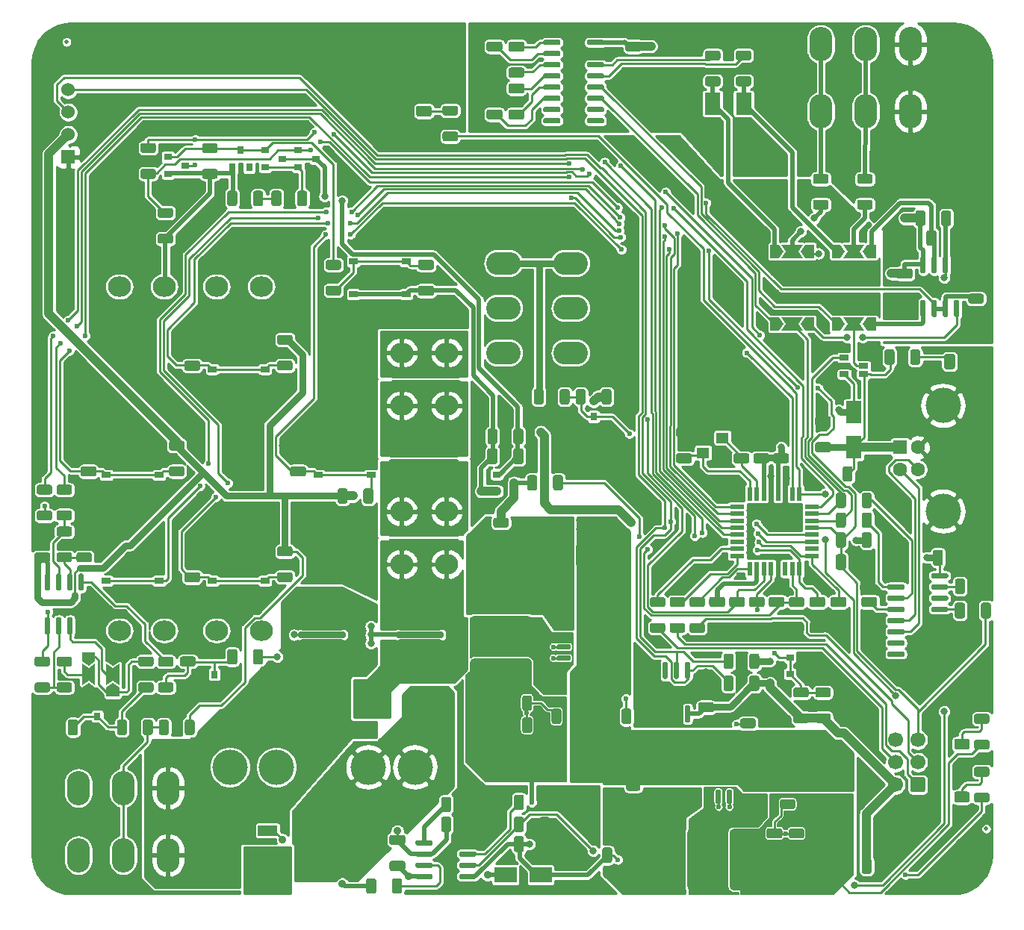
<source format=gbr>
%TF.GenerationSoftware,KiCad,Pcbnew,5.1.10-88a1d61d58~88~ubuntu20.04.1*%
%TF.CreationDate,2021-06-01T08:53:22+02:00*%
%TF.ProjectId,jbc-miniregler,6a62632d-6d69-46e6-9972-65676c65722e,rev?*%
%TF.SameCoordinates,Original*%
%TF.FileFunction,Copper,L1,Top*%
%TF.FilePolarity,Positive*%
%FSLAX46Y46*%
G04 Gerber Fmt 4.6, Leading zero omitted, Abs format (unit mm)*
G04 Created by KiCad (PCBNEW 5.1.10-88a1d61d58~88~ubuntu20.04.1) date 2021-06-01 08:53:22*
%MOMM*%
%LPD*%
G01*
G04 APERTURE LIST*
%TA.AperFunction,SMDPad,CuDef*%
%ADD10R,0.900000X0.800000*%
%TD*%
%TA.AperFunction,SMDPad,CuDef*%
%ADD11C,0.100000*%
%TD*%
%TA.AperFunction,SMDPad,CuDef*%
%ADD12R,0.800000X0.900000*%
%TD*%
%TA.AperFunction,SMDPad,CuDef*%
%ADD13R,1.000000X0.750000*%
%TD*%
%TA.AperFunction,ComponentPad*%
%ADD14O,2.600000X2.300000*%
%TD*%
%TA.AperFunction,ComponentPad*%
%ADD15C,1.524000*%
%TD*%
%TA.AperFunction,ComponentPad*%
%ADD16R,1.524000X1.524000*%
%TD*%
%TA.AperFunction,ComponentPad*%
%ADD17O,2.600000X3.900000*%
%TD*%
%TA.AperFunction,ComponentPad*%
%ADD18O,3.900000X2.600000*%
%TD*%
%TA.AperFunction,ComponentPad*%
%ADD19R,1.600000X1.600000*%
%TD*%
%TA.AperFunction,ComponentPad*%
%ADD20C,1.600000*%
%TD*%
%TA.AperFunction,ComponentPad*%
%ADD21C,4.000000*%
%TD*%
%TA.AperFunction,SMDPad,CuDef*%
%ADD22R,1.400000X1.200000*%
%TD*%
%TA.AperFunction,SMDPad,CuDef*%
%ADD23R,1.600000X0.550000*%
%TD*%
%TA.AperFunction,SMDPad,CuDef*%
%ADD24R,0.550000X1.600000*%
%TD*%
%TA.AperFunction,SMDPad,CuDef*%
%ADD25R,1.060000X0.650000*%
%TD*%
%TA.AperFunction,ComponentPad*%
%ADD26C,1.700000*%
%TD*%
%TA.AperFunction,SMDPad,CuDef*%
%ADD27R,3.200000X2.300000*%
%TD*%
%TA.AperFunction,SMDPad,CuDef*%
%ADD28R,2.300000X3.200000*%
%TD*%
%TA.AperFunction,SMDPad,CuDef*%
%ADD29R,6.400000X5.800000*%
%TD*%
%TA.AperFunction,SMDPad,CuDef*%
%ADD30R,2.200000X1.200000*%
%TD*%
%TA.AperFunction,SMDPad,CuDef*%
%ADD31C,0.500000*%
%TD*%
%TA.AperFunction,SMDPad,CuDef*%
%ADD32R,1.800000X2.500000*%
%TD*%
%TA.AperFunction,SMDPad,CuDef*%
%ADD33R,2.500000X3.300000*%
%TD*%
%TA.AperFunction,SMDPad,CuDef*%
%ADD34R,2.500000X1.800000*%
%TD*%
%TA.AperFunction,ViaPad*%
%ADD35C,0.900000*%
%TD*%
%TA.AperFunction,ViaPad*%
%ADD36C,0.800000*%
%TD*%
%TA.AperFunction,ViaPad*%
%ADD37C,0.600000*%
%TD*%
%TA.AperFunction,Conductor*%
%ADD38C,0.500000*%
%TD*%
%TA.AperFunction,Conductor*%
%ADD39C,0.250000*%
%TD*%
%TA.AperFunction,Conductor*%
%ADD40C,1.000000*%
%TD*%
%TA.AperFunction,Conductor*%
%ADD41C,0.750000*%
%TD*%
%TA.AperFunction,Conductor*%
%ADD42C,0.100000*%
%TD*%
%TA.AperFunction,Conductor*%
%ADD43C,0.150000*%
%TD*%
G04 APERTURE END LIST*
%TO.P,X4,1*%
%TO.N,GND*%
%TA.AperFunction,SMDPad,CuDef*%
G36*
G01*
X196903267Y-140343148D02*
X195728651Y-139915623D01*
G75*
G02*
X195355106Y-139114552I213763J587308D01*
G01*
X196295662Y-136530397D01*
G75*
G02*
X197096733Y-136156852I587308J-213763D01*
G01*
X198271349Y-136584377D01*
G75*
G02*
X198644894Y-137385448I-213763J-587308D01*
G01*
X197704338Y-139969603D01*
G75*
G02*
X196903267Y-140343148I-587308J213763D01*
G01*
G37*
%TD.AperFunction*%
%TD*%
%TO.P,U11,8*%
%TO.N,+5V*%
%TA.AperFunction,SMDPad,CuDef*%
G36*
G01*
X192745000Y-72000000D02*
X192445000Y-72000000D01*
G75*
G02*
X192295000Y-71850000I0J150000D01*
G01*
X192295000Y-70200000D01*
G75*
G02*
X192445000Y-70050000I150000J0D01*
G01*
X192745000Y-70050000D01*
G75*
G02*
X192895000Y-70200000I0J-150000D01*
G01*
X192895000Y-71850000D01*
G75*
G02*
X192745000Y-72000000I-150000J0D01*
G01*
G37*
%TD.AperFunction*%
%TO.P,U11,7*%
%TO.N,/UART RS232/RS485/B*%
%TA.AperFunction,SMDPad,CuDef*%
G36*
G01*
X194015000Y-72000000D02*
X193715000Y-72000000D01*
G75*
G02*
X193565000Y-71850000I0J150000D01*
G01*
X193565000Y-70200000D01*
G75*
G02*
X193715000Y-70050000I150000J0D01*
G01*
X194015000Y-70050000D01*
G75*
G02*
X194165000Y-70200000I0J-150000D01*
G01*
X194165000Y-71850000D01*
G75*
G02*
X194015000Y-72000000I-150000J0D01*
G01*
G37*
%TD.AperFunction*%
%TO.P,U11,6*%
%TO.N,/UART RS232/RS485/A*%
%TA.AperFunction,SMDPad,CuDef*%
G36*
G01*
X195285000Y-72000000D02*
X194985000Y-72000000D01*
G75*
G02*
X194835000Y-71850000I0J150000D01*
G01*
X194835000Y-70200000D01*
G75*
G02*
X194985000Y-70050000I150000J0D01*
G01*
X195285000Y-70050000D01*
G75*
G02*
X195435000Y-70200000I0J-150000D01*
G01*
X195435000Y-71850000D01*
G75*
G02*
X195285000Y-72000000I-150000J0D01*
G01*
G37*
%TD.AperFunction*%
%TO.P,U11,5*%
%TO.N,GNDPWR*%
%TA.AperFunction,SMDPad,CuDef*%
G36*
G01*
X196555000Y-72000000D02*
X196255000Y-72000000D01*
G75*
G02*
X196105000Y-71850000I0J150000D01*
G01*
X196105000Y-70200000D01*
G75*
G02*
X196255000Y-70050000I150000J0D01*
G01*
X196555000Y-70050000D01*
G75*
G02*
X196705000Y-70200000I0J-150000D01*
G01*
X196705000Y-71850000D01*
G75*
G02*
X196555000Y-72000000I-150000J0D01*
G01*
G37*
%TD.AperFunction*%
%TO.P,U11,4*%
%TO.N,/UART RS232/RS485/di*%
%TA.AperFunction,SMDPad,CuDef*%
G36*
G01*
X196555000Y-76950000D02*
X196255000Y-76950000D01*
G75*
G02*
X196105000Y-76800000I0J150000D01*
G01*
X196105000Y-75150000D01*
G75*
G02*
X196255000Y-75000000I150000J0D01*
G01*
X196555000Y-75000000D01*
G75*
G02*
X196705000Y-75150000I0J-150000D01*
G01*
X196705000Y-76800000D01*
G75*
G02*
X196555000Y-76950000I-150000J0D01*
G01*
G37*
%TD.AperFunction*%
%TO.P,U11,3*%
%TO.N,/Arduino/ComDriverEnable*%
%TA.AperFunction,SMDPad,CuDef*%
G36*
G01*
X195285000Y-76950000D02*
X194985000Y-76950000D01*
G75*
G02*
X194835000Y-76800000I0J150000D01*
G01*
X194835000Y-75150000D01*
G75*
G02*
X194985000Y-75000000I150000J0D01*
G01*
X195285000Y-75000000D01*
G75*
G02*
X195435000Y-75150000I0J-150000D01*
G01*
X195435000Y-76800000D01*
G75*
G02*
X195285000Y-76950000I-150000J0D01*
G01*
G37*
%TD.AperFunction*%
%TO.P,U11,2*%
%TA.AperFunction,SMDPad,CuDef*%
G36*
G01*
X194015000Y-76950000D02*
X193715000Y-76950000D01*
G75*
G02*
X193565000Y-76800000I0J150000D01*
G01*
X193565000Y-75150000D01*
G75*
G02*
X193715000Y-75000000I150000J0D01*
G01*
X194015000Y-75000000D01*
G75*
G02*
X194165000Y-75150000I0J-150000D01*
G01*
X194165000Y-76800000D01*
G75*
G02*
X194015000Y-76950000I-150000J0D01*
G01*
G37*
%TD.AperFunction*%
%TO.P,U11,1*%
%TO.N,/UART RS232/RS485/ro*%
%TA.AperFunction,SMDPad,CuDef*%
G36*
G01*
X192745000Y-76950000D02*
X192445000Y-76950000D01*
G75*
G02*
X192295000Y-76800000I0J150000D01*
G01*
X192295000Y-75150000D01*
G75*
G02*
X192445000Y-75000000I150000J0D01*
G01*
X192745000Y-75000000D01*
G75*
G02*
X192895000Y-75150000I0J-150000D01*
G01*
X192895000Y-76800000D01*
G75*
G02*
X192745000Y-76950000I-150000J0D01*
G01*
G37*
%TD.AperFunction*%
%TD*%
%TO.P,C40,2*%
%TO.N,GND*%
%TA.AperFunction,SMDPad,CuDef*%
G36*
G01*
X179949999Y-111650000D02*
X181250001Y-111650000D01*
G75*
G02*
X181500000Y-111899999I0J-249999D01*
G01*
X181500000Y-112550001D01*
G75*
G02*
X181250001Y-112800000I-249999J0D01*
G01*
X179949999Y-112800000D01*
G75*
G02*
X179700000Y-112550001I0J249999D01*
G01*
X179700000Y-111899999D01*
G75*
G02*
X179949999Y-111650000I249999J0D01*
G01*
G37*
%TD.AperFunction*%
%TO.P,C40,1*%
%TO.N,/Arduino/Temperatur*%
%TA.AperFunction,SMDPad,CuDef*%
G36*
G01*
X179949999Y-108700000D02*
X181250001Y-108700000D01*
G75*
G02*
X181500000Y-108949999I0J-249999D01*
G01*
X181500000Y-109600001D01*
G75*
G02*
X181250001Y-109850000I-249999J0D01*
G01*
X179949999Y-109850000D01*
G75*
G02*
X179700000Y-109600001I0J249999D01*
G01*
X179700000Y-108949999D01*
G75*
G02*
X179949999Y-108700000I249999J0D01*
G01*
G37*
%TD.AperFunction*%
%TD*%
D10*
%TO.P,U12,3*%
%TO.N,GND*%
X179500000Y-116500000D03*
%TO.P,U12,2*%
%TO.N,/Arduino/Arduino Nano/AREF*%
X177500000Y-117450000D03*
%TO.P,U12,1*%
X177500000Y-115550000D03*
%TD*%
%TO.P,C12,2*%
%TO.N,+5V*%
%TA.AperFunction,SMDPad,CuDef*%
G36*
G01*
X173599999Y-92400000D02*
X174900001Y-92400000D01*
G75*
G02*
X175150000Y-92649999I0J-249999D01*
G01*
X175150000Y-93300001D01*
G75*
G02*
X174900001Y-93550000I-249999J0D01*
G01*
X173599999Y-93550000D01*
G75*
G02*
X173350000Y-93300001I0J249999D01*
G01*
X173350000Y-92649999D01*
G75*
G02*
X173599999Y-92400000I249999J0D01*
G01*
G37*
%TD.AperFunction*%
%TO.P,C12,1*%
%TO.N,GND*%
%TA.AperFunction,SMDPad,CuDef*%
G36*
G01*
X173599999Y-89450000D02*
X174900001Y-89450000D01*
G75*
G02*
X175150000Y-89699999I0J-249999D01*
G01*
X175150000Y-90350001D01*
G75*
G02*
X174900001Y-90600000I-249999J0D01*
G01*
X173599999Y-90600000D01*
G75*
G02*
X173350000Y-90350001I0J249999D01*
G01*
X173350000Y-89699999D01*
G75*
G02*
X173599999Y-89450000I249999J0D01*
G01*
G37*
%TD.AperFunction*%
%TD*%
%TO.P,C8,2*%
%TO.N,GND*%
%TA.AperFunction,SMDPad,CuDef*%
G36*
G01*
X173099999Y-111650000D02*
X174400001Y-111650000D01*
G75*
G02*
X174650000Y-111899999I0J-249999D01*
G01*
X174650000Y-112550001D01*
G75*
G02*
X174400001Y-112800000I-249999J0D01*
G01*
X173099999Y-112800000D01*
G75*
G02*
X172850000Y-112550001I0J249999D01*
G01*
X172850000Y-111899999D01*
G75*
G02*
X173099999Y-111650000I249999J0D01*
G01*
G37*
%TD.AperFunction*%
%TO.P,C8,1*%
%TO.N,/Arduino/Arduino Nano/AREF*%
%TA.AperFunction,SMDPad,CuDef*%
G36*
G01*
X173099999Y-108700000D02*
X174400001Y-108700000D01*
G75*
G02*
X174650000Y-108949999I0J-249999D01*
G01*
X174650000Y-109600001D01*
G75*
G02*
X174400001Y-109850000I-249999J0D01*
G01*
X173099999Y-109850000D01*
G75*
G02*
X172850000Y-109600001I0J249999D01*
G01*
X172850000Y-108949999D01*
G75*
G02*
X173099999Y-108700000I249999J0D01*
G01*
G37*
%TD.AperFunction*%
%TD*%
%TO.P,R64,2*%
%TO.N,/Arduino/Arduino Nano/AREF*%
%TA.AperFunction,SMDPad,CuDef*%
G36*
G01*
X179375001Y-120100000D02*
X178124999Y-120100000D01*
G75*
G02*
X177875000Y-119850001I0J249999D01*
G01*
X177875000Y-119224999D01*
G75*
G02*
X178124999Y-118975000I249999J0D01*
G01*
X179375001Y-118975000D01*
G75*
G02*
X179625000Y-119224999I0J-249999D01*
G01*
X179625000Y-119850001D01*
G75*
G02*
X179375001Y-120100000I-249999J0D01*
G01*
G37*
%TD.AperFunction*%
%TO.P,R64,1*%
%TO.N,+5V*%
%TA.AperFunction,SMDPad,CuDef*%
G36*
G01*
X179375001Y-123025000D02*
X178124999Y-123025000D01*
G75*
G02*
X177875000Y-122775001I0J249999D01*
G01*
X177875000Y-122149999D01*
G75*
G02*
X178124999Y-121900000I249999J0D01*
G01*
X179375001Y-121900000D01*
G75*
G02*
X179625000Y-122149999I0J-249999D01*
G01*
X179625000Y-122775001D01*
G75*
G02*
X179375001Y-123025000I-249999J0D01*
G01*
G37*
%TD.AperFunction*%
%TD*%
%TO.P,R63,2*%
%TO.N,/Arduino/Arduino Nano/AREF*%
%TA.AperFunction,SMDPad,CuDef*%
G36*
G01*
X181875001Y-120100000D02*
X180624999Y-120100000D01*
G75*
G02*
X180375000Y-119850001I0J249999D01*
G01*
X180375000Y-119224999D01*
G75*
G02*
X180624999Y-118975000I249999J0D01*
G01*
X181875001Y-118975000D01*
G75*
G02*
X182125000Y-119224999I0J-249999D01*
G01*
X182125000Y-119850001D01*
G75*
G02*
X181875001Y-120100000I-249999J0D01*
G01*
G37*
%TD.AperFunction*%
%TO.P,R63,1*%
%TO.N,+5V*%
%TA.AperFunction,SMDPad,CuDef*%
G36*
G01*
X181875001Y-123025000D02*
X180624999Y-123025000D01*
G75*
G02*
X180375000Y-122775001I0J249999D01*
G01*
X180375000Y-122149999D01*
G75*
G02*
X180624999Y-121900000I249999J0D01*
G01*
X181875001Y-121900000D01*
G75*
G02*
X182125000Y-122149999I0J-249999D01*
G01*
X182125000Y-122775001D01*
G75*
G02*
X181875001Y-123025000I-249999J0D01*
G01*
G37*
%TD.AperFunction*%
%TD*%
%TO.P,R62,2*%
%TO.N,/Arduino/Strom*%
%TA.AperFunction,SMDPad,CuDef*%
G36*
G01*
X95875001Y-97100000D02*
X94624999Y-97100000D01*
G75*
G02*
X94375000Y-96850001I0J249999D01*
G01*
X94375000Y-96224999D01*
G75*
G02*
X94624999Y-95975000I249999J0D01*
G01*
X95875001Y-95975000D01*
G75*
G02*
X96125000Y-96224999I0J-249999D01*
G01*
X96125000Y-96850001D01*
G75*
G02*
X95875001Y-97100000I-249999J0D01*
G01*
G37*
%TD.AperFunction*%
%TO.P,R62,1*%
%TO.N,Net-(R24-Pad1)*%
%TA.AperFunction,SMDPad,CuDef*%
G36*
G01*
X95875001Y-100025000D02*
X94624999Y-100025000D01*
G75*
G02*
X94375000Y-99775001I0J249999D01*
G01*
X94375000Y-99149999D01*
G75*
G02*
X94624999Y-98900000I249999J0D01*
G01*
X95875001Y-98900000D01*
G75*
G02*
X96125000Y-99149999I0J-249999D01*
G01*
X96125000Y-99775001D01*
G75*
G02*
X95875001Y-100025000I-249999J0D01*
G01*
G37*
%TD.AperFunction*%
%TD*%
%TO.P,R61,2*%
%TO.N,/Arduino/Temperatur*%
%TA.AperFunction,SMDPad,CuDef*%
G36*
G01*
X93625001Y-97100000D02*
X92374999Y-97100000D01*
G75*
G02*
X92125000Y-96850001I0J249999D01*
G01*
X92125000Y-96224999D01*
G75*
G02*
X92374999Y-95975000I249999J0D01*
G01*
X93625001Y-95975000D01*
G75*
G02*
X93875000Y-96224999I0J-249999D01*
G01*
X93875000Y-96850001D01*
G75*
G02*
X93625001Y-97100000I-249999J0D01*
G01*
G37*
%TD.AperFunction*%
%TO.P,R61,1*%
%TO.N,Net-(R22-Pad1)*%
%TA.AperFunction,SMDPad,CuDef*%
G36*
G01*
X93625001Y-100025000D02*
X92374999Y-100025000D01*
G75*
G02*
X92125000Y-99775001I0J249999D01*
G01*
X92125000Y-99149999D01*
G75*
G02*
X92374999Y-98900000I249999J0D01*
G01*
X93625001Y-98900000D01*
G75*
G02*
X93875000Y-99149999I0J-249999D01*
G01*
X93875000Y-99775001D01*
G75*
G02*
X93625001Y-100025000I-249999J0D01*
G01*
G37*
%TD.AperFunction*%
%TD*%
%TO.P,R60,2*%
%TO.N,Net-(R60-Pad2)*%
%TA.AperFunction,SMDPad,CuDef*%
G36*
G01*
X107375001Y-116600000D02*
X106124999Y-116600000D01*
G75*
G02*
X105875000Y-116350001I0J249999D01*
G01*
X105875000Y-115724999D01*
G75*
G02*
X106124999Y-115475000I249999J0D01*
G01*
X107375001Y-115475000D01*
G75*
G02*
X107625000Y-115724999I0J-249999D01*
G01*
X107625000Y-116350001D01*
G75*
G02*
X107375001Y-116600000I-249999J0D01*
G01*
G37*
%TD.AperFunction*%
%TO.P,R60,1*%
%TO.N,Net-(C17-Pad2)*%
%TA.AperFunction,SMDPad,CuDef*%
G36*
G01*
X107375001Y-119525000D02*
X106124999Y-119525000D01*
G75*
G02*
X105875000Y-119275001I0J249999D01*
G01*
X105875000Y-118649999D01*
G75*
G02*
X106124999Y-118400000I249999J0D01*
G01*
X107375001Y-118400000D01*
G75*
G02*
X107625000Y-118649999I0J-249999D01*
G01*
X107625000Y-119275001D01*
G75*
G02*
X107375001Y-119525000I-249999J0D01*
G01*
G37*
%TD.AperFunction*%
%TD*%
%TO.P,R59,2*%
%TO.N,Net-(JP8-Pad1)*%
%TA.AperFunction,SMDPad,CuDef*%
G36*
G01*
X105125001Y-116600000D02*
X103874999Y-116600000D01*
G75*
G02*
X103625000Y-116350001I0J249999D01*
G01*
X103625000Y-115724999D01*
G75*
G02*
X103874999Y-115475000I249999J0D01*
G01*
X105125001Y-115475000D01*
G75*
G02*
X105375000Y-115724999I0J-249999D01*
G01*
X105375000Y-116350001D01*
G75*
G02*
X105125001Y-116600000I-249999J0D01*
G01*
G37*
%TD.AperFunction*%
%TO.P,R59,1*%
%TO.N,Net-(C18-Pad1)*%
%TA.AperFunction,SMDPad,CuDef*%
G36*
G01*
X105125001Y-119525000D02*
X103874999Y-119525000D01*
G75*
G02*
X103625000Y-119275001I0J249999D01*
G01*
X103625000Y-118649999D01*
G75*
G02*
X103874999Y-118400000I249999J0D01*
G01*
X105125001Y-118400000D01*
G75*
G02*
X105375000Y-118649999I0J-249999D01*
G01*
X105375000Y-119275001D01*
G75*
G02*
X105125001Y-119525000I-249999J0D01*
G01*
G37*
%TD.AperFunction*%
%TD*%
%TA.AperFunction,SMDPad,CuDef*%
D11*
%TO.P,JP9,3*%
%TO.N,Net-(JP8-Pad1)*%
G36*
X98000000Y-116500000D02*
G01*
X97250000Y-116000000D01*
X97250000Y-115000000D01*
X98750000Y-115000000D01*
X98750000Y-116000000D01*
X98000000Y-116500000D01*
G37*
%TD.AperFunction*%
%TA.AperFunction,SMDPad,CuDef*%
%TO.P,JP9,2*%
%TO.N,Net-(JP9-Pad2)*%
G36*
X98000000Y-116800000D02*
G01*
X98750000Y-116300000D01*
X98750000Y-118700000D01*
X98000000Y-118200000D01*
X97250000Y-118700000D01*
X97250000Y-116300000D01*
X98000000Y-116800000D01*
G37*
%TD.AperFunction*%
%TA.AperFunction,SMDPad,CuDef*%
%TO.P,JP9,1*%
%TO.N,GND*%
G36*
X98000000Y-118500000D02*
G01*
X98750000Y-119000000D01*
X98750000Y-120000000D01*
X97250000Y-120000000D01*
X97250000Y-119000000D01*
X98000000Y-118500000D01*
G37*
%TD.AperFunction*%
%TD*%
%TA.AperFunction,SMDPad,CuDef*%
%TO.P,JP8,3*%
%TO.N,GND*%
G36*
X100750000Y-116500000D02*
G01*
X100000000Y-116000000D01*
X100000000Y-115000000D01*
X101500000Y-115000000D01*
X101500000Y-116000000D01*
X100750000Y-116500000D01*
G37*
%TD.AperFunction*%
%TA.AperFunction,SMDPad,CuDef*%
%TO.P,JP8,2*%
%TO.N,Net-(JP8-Pad2)*%
G36*
X100750000Y-116800000D02*
G01*
X101500000Y-116300000D01*
X101500000Y-118700000D01*
X100750000Y-118200000D01*
X100000000Y-118700000D01*
X100000000Y-116300000D01*
X100750000Y-116800000D01*
G37*
%TD.AperFunction*%
%TA.AperFunction,SMDPad,CuDef*%
%TO.P,JP8,1*%
%TO.N,Net-(JP8-Pad1)*%
G36*
X100750000Y-118500000D02*
G01*
X101500000Y-119000000D01*
X101500000Y-120000000D01*
X100000000Y-120000000D01*
X100000000Y-119000000D01*
X100750000Y-118500000D01*
G37*
%TD.AperFunction*%
%TD*%
D12*
%TO.P,D5,3*%
%TO.N,Net-(C17-Pad2)*%
X112250000Y-117500000D03*
%TO.P,D5,2*%
%TO.N,GND*%
X113200000Y-119500000D03*
%TO.P,D5,1*%
X111300000Y-119500000D03*
%TD*%
%TO.P,C41,2*%
%TO.N,GND*%
%TA.AperFunction,SMDPad,CuDef*%
G36*
G01*
X182349999Y-111650000D02*
X183650001Y-111650000D01*
G75*
G02*
X183900000Y-111899999I0J-249999D01*
G01*
X183900000Y-112550001D01*
G75*
G02*
X183650001Y-112800000I-249999J0D01*
G01*
X182349999Y-112800000D01*
G75*
G02*
X182100000Y-112550001I0J249999D01*
G01*
X182100000Y-111899999D01*
G75*
G02*
X182349999Y-111650000I249999J0D01*
G01*
G37*
%TD.AperFunction*%
%TO.P,C41,1*%
%TO.N,/Arduino/Strom*%
%TA.AperFunction,SMDPad,CuDef*%
G36*
G01*
X182349999Y-108700000D02*
X183650001Y-108700000D01*
G75*
G02*
X183900000Y-108949999I0J-249999D01*
G01*
X183900000Y-109600001D01*
G75*
G02*
X183650001Y-109850000I-249999J0D01*
G01*
X182349999Y-109850000D01*
G75*
G02*
X182100000Y-109600001I0J249999D01*
G01*
X182100000Y-108949999D01*
G75*
G02*
X182349999Y-108700000I249999J0D01*
G01*
G37*
%TD.AperFunction*%
%TD*%
D13*
%TO.P,SW5,1*%
%TO.N,GND*%
X106000000Y-103125000D03*
%TO.P,SW5,2*%
%TO.N,/Arduino/Arduino Nano/~RESET*%
X100000000Y-106875000D03*
X106000000Y-106875000D03*
%TO.P,SW5,1*%
%TO.N,GND*%
X100000000Y-103125000D03*
%TD*%
%TO.P,SW6,1*%
%TO.N,Net-(C22-Pad2)*%
X134000000Y-70625000D03*
%TO.P,SW6,2*%
%TO.N,+BATT*%
X128000000Y-74375000D03*
X134000000Y-74375000D03*
%TO.P,SW6,1*%
%TO.N,Net-(C22-Pad2)*%
X128000000Y-70625000D03*
%TD*%
%TO.P,SW4,1*%
%TO.N,GND*%
X106000000Y-91125000D03*
%TO.P,SW4,2*%
%TO.N,/Arduino/BACK*%
X100000000Y-94875000D03*
X106000000Y-94875000D03*
%TO.P,SW4,1*%
%TO.N,GND*%
X100000000Y-91125000D03*
%TD*%
%TO.P,SW3,1*%
%TO.N,GND*%
X130000000Y-91125000D03*
%TO.P,SW3,2*%
%TO.N,/Arduino/ENTER*%
X124000000Y-94875000D03*
X130000000Y-94875000D03*
%TO.P,SW3,1*%
%TO.N,GND*%
X124000000Y-91125000D03*
%TD*%
%TO.P,SW2,1*%
%TO.N,GND*%
X118000000Y-103125000D03*
%TO.P,SW2,2*%
%TO.N,/Arduino/DOWN*%
X112000000Y-106875000D03*
X118000000Y-106875000D03*
%TO.P,SW2,1*%
%TO.N,GND*%
X112000000Y-103125000D03*
%TD*%
%TO.P,SW1,1*%
%TO.N,GND*%
X118000000Y-79125000D03*
%TO.P,SW1,2*%
%TO.N,/Arduino/UP*%
X112000000Y-82875000D03*
X118000000Y-82875000D03*
%TO.P,SW1,1*%
%TO.N,GND*%
X112000000Y-79125000D03*
%TD*%
D14*
%TO.P,J6,1*%
%TO.N,/Stromversorgung/BAT+*%
X133500000Y-81000000D03*
X138580000Y-81000000D03*
%TD*%
%TO.P,J2,1*%
%TO.N,GNDPWR*%
X112500000Y-73500000D03*
X117580000Y-73500000D03*
%TD*%
%TO.P,J1,1*%
%TO.N,/Stromversorgung/BAT+*%
X112500000Y-112500000D03*
X117580000Y-112500000D03*
%TD*%
%TO.P,J13,1*%
%TO.N,GNDPWR*%
X133500000Y-105000000D03*
X138580000Y-105000000D03*
%TD*%
%TO.P,J12,1*%
%TO.N,Net-(J12-Pad1)*%
X133500000Y-99000000D03*
X138580000Y-99000000D03*
%TD*%
%TO.P,J10,1*%
%TO.N,GNDPWR*%
X101500000Y-73500000D03*
X106580000Y-73500000D03*
%TD*%
%TO.P,J8,1*%
%TO.N,/Stromversorgung/BAT+*%
X101500000Y-112500000D03*
X106580000Y-112500000D03*
%TD*%
%TO.P,J7,1*%
%TO.N,Net-(J7-Pad1)*%
X133500000Y-87000000D03*
X138580000Y-87000000D03*
%TD*%
%TO.P,R31,2*%
%TO.N,/Messverst\u00E4rker/Shunt*%
%TA.AperFunction,SMDPad,CuDef*%
G36*
G01*
X121750000Y-113175000D02*
X121750000Y-112825000D01*
G75*
G02*
X121925000Y-112650000I175000J0D01*
G01*
X126975000Y-112650000D01*
G75*
G02*
X127150000Y-112825000I0J-175000D01*
G01*
X127150000Y-113175000D01*
G75*
G02*
X126975000Y-113350000I-175000J0D01*
G01*
X121925000Y-113350000D01*
G75*
G02*
X121750000Y-113175000I0J175000D01*
G01*
G37*
%TD.AperFunction*%
%TO.P,R31,1*%
%TO.N,/Leistungsteil/HTC-*%
%TA.AperFunction,SMDPad,CuDef*%
G36*
G01*
X121750000Y-111500000D02*
X121750000Y-109500000D01*
G75*
G02*
X122750000Y-108500000I1000000J0D01*
G01*
X126150000Y-108500000D01*
G75*
G02*
X127150000Y-109500000I0J-1000000D01*
G01*
X127150000Y-111500000D01*
G75*
G02*
X126150000Y-112500000I-1000000J0D01*
G01*
X122750000Y-112500000D01*
G75*
G02*
X121750000Y-111500000I0J1000000D01*
G01*
G37*
%TD.AperFunction*%
%TO.P,R31,4*%
%TO.N,GNDPWR*%
%TA.AperFunction,SMDPad,CuDef*%
G36*
G01*
X132850000Y-116500000D02*
X132850000Y-114500000D01*
G75*
G02*
X133850000Y-113500000I1000000J0D01*
G01*
X137250000Y-113500000D01*
G75*
G02*
X138250000Y-114500000I0J-1000000D01*
G01*
X138250000Y-116500000D01*
G75*
G02*
X137250000Y-117500000I-1000000J0D01*
G01*
X133850000Y-117500000D01*
G75*
G02*
X132850000Y-116500000I0J1000000D01*
G01*
G37*
%TD.AperFunction*%
%TO.P,R31,3*%
%TO.N,GND*%
%TA.AperFunction,SMDPad,CuDef*%
G36*
G01*
X132850000Y-113175000D02*
X132850000Y-112825000D01*
G75*
G02*
X133025000Y-112650000I175000J0D01*
G01*
X138075000Y-112650000D01*
G75*
G02*
X138250000Y-112825000I0J-175000D01*
G01*
X138250000Y-113175000D01*
G75*
G02*
X138075000Y-113350000I-175000J0D01*
G01*
X133025000Y-113350000D01*
G75*
G02*
X132850000Y-113175000I0J175000D01*
G01*
G37*
%TD.AperFunction*%
%TO.P,R31,4*%
%TO.N,GNDPWR*%
%TA.AperFunction,SMDPad,CuDef*%
G36*
G01*
X132850000Y-111500000D02*
X132850000Y-109500000D01*
G75*
G02*
X133850000Y-108500000I1000000J0D01*
G01*
X137250000Y-108500000D01*
G75*
G02*
X138250000Y-109500000I0J-1000000D01*
G01*
X138250000Y-111500000D01*
G75*
G02*
X137250000Y-112500000I-1000000J0D01*
G01*
X133850000Y-112500000D01*
G75*
G02*
X132850000Y-111500000I0J1000000D01*
G01*
G37*
%TD.AperFunction*%
%TO.P,R31,1*%
%TO.N,/Leistungsteil/HTC-*%
%TA.AperFunction,SMDPad,CuDef*%
G36*
G01*
X121750000Y-112050000D02*
X121750000Y-111150000D01*
G75*
G02*
X122200000Y-110700000I450000J0D01*
G01*
X123800000Y-110700000D01*
G75*
G02*
X124250000Y-111150000I0J-450000D01*
G01*
X124250000Y-112050000D01*
G75*
G02*
X123800000Y-112500000I-450000J0D01*
G01*
X122200000Y-112500000D01*
G75*
G02*
X121750000Y-112050000I0J450000D01*
G01*
G37*
%TD.AperFunction*%
%TA.AperFunction,SMDPad,CuDef*%
G36*
G01*
X124650000Y-112050000D02*
X124650000Y-111150000D01*
G75*
G02*
X125100000Y-110700000I450000J0D01*
G01*
X126700000Y-110700000D01*
G75*
G02*
X127150000Y-111150000I0J-450000D01*
G01*
X127150000Y-112050000D01*
G75*
G02*
X126700000Y-112500000I-450000J0D01*
G01*
X125100000Y-112500000D01*
G75*
G02*
X124650000Y-112050000I0J450000D01*
G01*
G37*
%TD.AperFunction*%
%TA.AperFunction,SMDPad,CuDef*%
G36*
G01*
X124650000Y-109850000D02*
X124650000Y-108950000D01*
G75*
G02*
X125100000Y-108500000I450000J0D01*
G01*
X126700000Y-108500000D01*
G75*
G02*
X127150000Y-108950000I0J-450000D01*
G01*
X127150000Y-109850000D01*
G75*
G02*
X126700000Y-110300000I-450000J0D01*
G01*
X125100000Y-110300000D01*
G75*
G02*
X124650000Y-109850000I0J450000D01*
G01*
G37*
%TD.AperFunction*%
%TA.AperFunction,SMDPad,CuDef*%
G36*
G01*
X121750000Y-109850000D02*
X121750000Y-108950000D01*
G75*
G02*
X122200000Y-108500000I450000J0D01*
G01*
X123800000Y-108500000D01*
G75*
G02*
X124250000Y-108950000I0J-450000D01*
G01*
X124250000Y-109850000D01*
G75*
G02*
X123800000Y-110300000I-450000J0D01*
G01*
X122200000Y-110300000D01*
G75*
G02*
X121750000Y-109850000I0J450000D01*
G01*
G37*
%TD.AperFunction*%
%TO.P,R31,2*%
%TO.N,/Messverst\u00E4rker/Shunt*%
%TA.AperFunction,SMDPad,CuDef*%
G36*
G01*
X121750000Y-113175000D02*
X121750000Y-112825000D01*
G75*
G02*
X121925000Y-112650000I175000J0D01*
G01*
X124075000Y-112650000D01*
G75*
G02*
X124250000Y-112825000I0J-175000D01*
G01*
X124250000Y-113175000D01*
G75*
G02*
X124075000Y-113350000I-175000J0D01*
G01*
X121925000Y-113350000D01*
G75*
G02*
X121750000Y-113175000I0J175000D01*
G01*
G37*
%TD.AperFunction*%
%TA.AperFunction,SMDPad,CuDef*%
G36*
G01*
X124650000Y-113175000D02*
X124650000Y-112825000D01*
G75*
G02*
X124825000Y-112650000I175000J0D01*
G01*
X126975000Y-112650000D01*
G75*
G02*
X127150000Y-112825000I0J-175000D01*
G01*
X127150000Y-113175000D01*
G75*
G02*
X126975000Y-113350000I-175000J0D01*
G01*
X124825000Y-113350000D01*
G75*
G02*
X124650000Y-113175000I0J175000D01*
G01*
G37*
%TD.AperFunction*%
%TO.P,R31,1*%
%TO.N,/Leistungsteil/HTC-*%
%TA.AperFunction,SMDPad,CuDef*%
G36*
G01*
X121750000Y-116500000D02*
X121750000Y-114500000D01*
G75*
G02*
X122750000Y-113500000I1000000J0D01*
G01*
X126150000Y-113500000D01*
G75*
G02*
X127150000Y-114500000I0J-1000000D01*
G01*
X127150000Y-116500000D01*
G75*
G02*
X126150000Y-117500000I-1000000J0D01*
G01*
X122750000Y-117500000D01*
G75*
G02*
X121750000Y-116500000I0J1000000D01*
G01*
G37*
%TD.AperFunction*%
%TA.AperFunction,SMDPad,CuDef*%
G36*
G01*
X124650000Y-114850000D02*
X124650000Y-113950000D01*
G75*
G02*
X125100000Y-113500000I450000J0D01*
G01*
X126700000Y-113500000D01*
G75*
G02*
X127150000Y-113950000I0J-450000D01*
G01*
X127150000Y-114850000D01*
G75*
G02*
X126700000Y-115300000I-450000J0D01*
G01*
X125100000Y-115300000D01*
G75*
G02*
X124650000Y-114850000I0J450000D01*
G01*
G37*
%TD.AperFunction*%
%TA.AperFunction,SMDPad,CuDef*%
G36*
G01*
X124650000Y-117050000D02*
X124650000Y-116150000D01*
G75*
G02*
X125100000Y-115700000I450000J0D01*
G01*
X126700000Y-115700000D01*
G75*
G02*
X127150000Y-116150000I0J-450000D01*
G01*
X127150000Y-117050000D01*
G75*
G02*
X126700000Y-117500000I-450000J0D01*
G01*
X125100000Y-117500000D01*
G75*
G02*
X124650000Y-117050000I0J450000D01*
G01*
G37*
%TD.AperFunction*%
%TA.AperFunction,SMDPad,CuDef*%
G36*
G01*
X121750000Y-117050000D02*
X121750000Y-116150000D01*
G75*
G02*
X122200000Y-115700000I450000J0D01*
G01*
X123800000Y-115700000D01*
G75*
G02*
X124250000Y-116150000I0J-450000D01*
G01*
X124250000Y-117050000D01*
G75*
G02*
X123800000Y-117500000I-450000J0D01*
G01*
X122200000Y-117500000D01*
G75*
G02*
X121750000Y-117050000I0J450000D01*
G01*
G37*
%TD.AperFunction*%
%TA.AperFunction,SMDPad,CuDef*%
G36*
G01*
X121750000Y-114850000D02*
X121750000Y-113950000D01*
G75*
G02*
X122200000Y-113500000I450000J0D01*
G01*
X123800000Y-113500000D01*
G75*
G02*
X124250000Y-113950000I0J-450000D01*
G01*
X124250000Y-114850000D01*
G75*
G02*
X123800000Y-115300000I-450000J0D01*
G01*
X122200000Y-115300000D01*
G75*
G02*
X121750000Y-114850000I0J450000D01*
G01*
G37*
%TD.AperFunction*%
%TO.P,R31,4*%
%TO.N,GNDPWR*%
%TA.AperFunction,SMDPad,CuDef*%
G36*
G01*
X132850000Y-109850000D02*
X132850000Y-108950000D01*
G75*
G02*
X133300000Y-108500000I450000J0D01*
G01*
X134900000Y-108500000D01*
G75*
G02*
X135350000Y-108950000I0J-450000D01*
G01*
X135350000Y-109850000D01*
G75*
G02*
X134900000Y-110300000I-450000J0D01*
G01*
X133300000Y-110300000D01*
G75*
G02*
X132850000Y-109850000I0J450000D01*
G01*
G37*
%TD.AperFunction*%
%TA.AperFunction,SMDPad,CuDef*%
G36*
G01*
X135750000Y-109850000D02*
X135750000Y-108950000D01*
G75*
G02*
X136200000Y-108500000I450000J0D01*
G01*
X137800000Y-108500000D01*
G75*
G02*
X138250000Y-108950000I0J-450000D01*
G01*
X138250000Y-109850000D01*
G75*
G02*
X137800000Y-110300000I-450000J0D01*
G01*
X136200000Y-110300000D01*
G75*
G02*
X135750000Y-109850000I0J450000D01*
G01*
G37*
%TD.AperFunction*%
%TA.AperFunction,SMDPad,CuDef*%
G36*
G01*
X135750000Y-112050000D02*
X135750000Y-111150000D01*
G75*
G02*
X136200000Y-110700000I450000J0D01*
G01*
X137800000Y-110700000D01*
G75*
G02*
X138250000Y-111150000I0J-450000D01*
G01*
X138250000Y-112050000D01*
G75*
G02*
X137800000Y-112500000I-450000J0D01*
G01*
X136200000Y-112500000D01*
G75*
G02*
X135750000Y-112050000I0J450000D01*
G01*
G37*
%TD.AperFunction*%
%TA.AperFunction,SMDPad,CuDef*%
G36*
G01*
X132850000Y-112050000D02*
X132850000Y-111150000D01*
G75*
G02*
X133300000Y-110700000I450000J0D01*
G01*
X134900000Y-110700000D01*
G75*
G02*
X135350000Y-111150000I0J-450000D01*
G01*
X135350000Y-112050000D01*
G75*
G02*
X134900000Y-112500000I-450000J0D01*
G01*
X133300000Y-112500000D01*
G75*
G02*
X132850000Y-112050000I0J450000D01*
G01*
G37*
%TD.AperFunction*%
%TA.AperFunction,SMDPad,CuDef*%
G36*
G01*
X132850000Y-114850000D02*
X132850000Y-113950000D01*
G75*
G02*
X133300000Y-113500000I450000J0D01*
G01*
X134900000Y-113500000D01*
G75*
G02*
X135350000Y-113950000I0J-450000D01*
G01*
X135350000Y-114850000D01*
G75*
G02*
X134900000Y-115300000I-450000J0D01*
G01*
X133300000Y-115300000D01*
G75*
G02*
X132850000Y-114850000I0J450000D01*
G01*
G37*
%TD.AperFunction*%
%TA.AperFunction,SMDPad,CuDef*%
G36*
G01*
X135750000Y-114850000D02*
X135750000Y-113950000D01*
G75*
G02*
X136200000Y-113500000I450000J0D01*
G01*
X137800000Y-113500000D01*
G75*
G02*
X138250000Y-113950000I0J-450000D01*
G01*
X138250000Y-114850000D01*
G75*
G02*
X137800000Y-115300000I-450000J0D01*
G01*
X136200000Y-115300000D01*
G75*
G02*
X135750000Y-114850000I0J450000D01*
G01*
G37*
%TD.AperFunction*%
%TA.AperFunction,SMDPad,CuDef*%
G36*
G01*
X135750000Y-117050000D02*
X135750000Y-116150000D01*
G75*
G02*
X136200000Y-115700000I450000J0D01*
G01*
X137800000Y-115700000D01*
G75*
G02*
X138250000Y-116150000I0J-450000D01*
G01*
X138250000Y-117050000D01*
G75*
G02*
X137800000Y-117500000I-450000J0D01*
G01*
X136200000Y-117500000D01*
G75*
G02*
X135750000Y-117050000I0J450000D01*
G01*
G37*
%TD.AperFunction*%
%TA.AperFunction,SMDPad,CuDef*%
G36*
G01*
X132850000Y-117050000D02*
X132850000Y-116150000D01*
G75*
G02*
X133300000Y-115700000I450000J0D01*
G01*
X134900000Y-115700000D01*
G75*
G02*
X135350000Y-116150000I0J-450000D01*
G01*
X135350000Y-117050000D01*
G75*
G02*
X134900000Y-117500000I-450000J0D01*
G01*
X133300000Y-117500000D01*
G75*
G02*
X132850000Y-117050000I0J450000D01*
G01*
G37*
%TD.AperFunction*%
%TO.P,R31,3*%
%TO.N,GND*%
%TA.AperFunction,SMDPad,CuDef*%
G36*
G01*
X135750000Y-113175000D02*
X135750000Y-112825000D01*
G75*
G02*
X135925000Y-112650000I175000J0D01*
G01*
X138075000Y-112650000D01*
G75*
G02*
X138250000Y-112825000I0J-175000D01*
G01*
X138250000Y-113175000D01*
G75*
G02*
X138075000Y-113350000I-175000J0D01*
G01*
X135925000Y-113350000D01*
G75*
G02*
X135750000Y-113175000I0J175000D01*
G01*
G37*
%TD.AperFunction*%
%TA.AperFunction,SMDPad,CuDef*%
G36*
G01*
X132850000Y-113175000D02*
X132850000Y-112825000D01*
G75*
G02*
X133025000Y-112650000I175000J0D01*
G01*
X135175000Y-112650000D01*
G75*
G02*
X135350000Y-112825000I0J-175000D01*
G01*
X135350000Y-113175000D01*
G75*
G02*
X135175000Y-113350000I-175000J0D01*
G01*
X133025000Y-113350000D01*
G75*
G02*
X132850000Y-113175000I0J175000D01*
G01*
G37*
%TD.AperFunction*%
%TD*%
D15*
%TO.P,U1,4*%
%TO.N,/Arduino/SDA*%
X95700000Y-51180000D03*
%TO.P,U1,3*%
%TO.N,/Arduino/SCL*%
X95700000Y-53720000D03*
%TO.P,U1,2*%
%TO.N,+5V*%
X95700000Y-56260000D03*
D16*
%TO.P,U1,1*%
%TO.N,GND*%
X95700000Y-58800000D03*
%TD*%
%TO.P,R58,2*%
%TO.N,Net-(JP7-Pad2)*%
%TA.AperFunction,SMDPad,CuDef*%
G36*
G01*
X185374999Y-63650000D02*
X186625001Y-63650000D01*
G75*
G02*
X186875000Y-63899999I0J-249999D01*
G01*
X186875000Y-64525001D01*
G75*
G02*
X186625001Y-64775000I-249999J0D01*
G01*
X185374999Y-64775000D01*
G75*
G02*
X185125000Y-64525001I0J249999D01*
G01*
X185125000Y-63899999D01*
G75*
G02*
X185374999Y-63650000I249999J0D01*
G01*
G37*
%TD.AperFunction*%
%TO.P,R58,1*%
%TO.N,/UART RS232/RS485/RxD_B*%
%TA.AperFunction,SMDPad,CuDef*%
G36*
G01*
X185374999Y-60725000D02*
X186625001Y-60725000D01*
G75*
G02*
X186875000Y-60974999I0J-249999D01*
G01*
X186875000Y-61600001D01*
G75*
G02*
X186625001Y-61850000I-249999J0D01*
G01*
X185374999Y-61850000D01*
G75*
G02*
X185125000Y-61600001I0J249999D01*
G01*
X185125000Y-60974999D01*
G75*
G02*
X185374999Y-60725000I249999J0D01*
G01*
G37*
%TD.AperFunction*%
%TD*%
%TO.P,R57,2*%
%TO.N,Net-(JP6-Pad2)*%
%TA.AperFunction,SMDPad,CuDef*%
G36*
G01*
X180374999Y-63650000D02*
X181625001Y-63650000D01*
G75*
G02*
X181875000Y-63899999I0J-249999D01*
G01*
X181875000Y-64525001D01*
G75*
G02*
X181625001Y-64775000I-249999J0D01*
G01*
X180374999Y-64775000D01*
G75*
G02*
X180125000Y-64525001I0J249999D01*
G01*
X180125000Y-63899999D01*
G75*
G02*
X180374999Y-63650000I249999J0D01*
G01*
G37*
%TD.AperFunction*%
%TO.P,R57,1*%
%TO.N,/UART RS232/RS485/TxD_A*%
%TA.AperFunction,SMDPad,CuDef*%
G36*
G01*
X180374999Y-60725000D02*
X181625001Y-60725000D01*
G75*
G02*
X181875000Y-60974999I0J-249999D01*
G01*
X181875000Y-61600001D01*
G75*
G02*
X181625001Y-61850000I-249999J0D01*
G01*
X180374999Y-61850000D01*
G75*
G02*
X180125000Y-61600001I0J249999D01*
G01*
X180125000Y-60974999D01*
G75*
G02*
X180374999Y-60725000I249999J0D01*
G01*
G37*
%TD.AperFunction*%
%TD*%
%TO.P,R56,2*%
%TO.N,GNDPWR*%
%TA.AperFunction,SMDPad,CuDef*%
G36*
G01*
X195900000Y-68625001D02*
X195900000Y-67374999D01*
G75*
G02*
X196149999Y-67125000I249999J0D01*
G01*
X196775001Y-67125000D01*
G75*
G02*
X197025000Y-67374999I0J-249999D01*
G01*
X197025000Y-68625001D01*
G75*
G02*
X196775001Y-68875000I-249999J0D01*
G01*
X196149999Y-68875000D01*
G75*
G02*
X195900000Y-68625001I0J249999D01*
G01*
G37*
%TD.AperFunction*%
%TO.P,R56,1*%
%TO.N,/UART RS232/RS485/B*%
%TA.AperFunction,SMDPad,CuDef*%
G36*
G01*
X192975000Y-68625001D02*
X192975000Y-67374999D01*
G75*
G02*
X193224999Y-67125000I249999J0D01*
G01*
X193850001Y-67125000D01*
G75*
G02*
X194100000Y-67374999I0J-249999D01*
G01*
X194100000Y-68625001D01*
G75*
G02*
X193850001Y-68875000I-249999J0D01*
G01*
X193224999Y-68875000D01*
G75*
G02*
X192975000Y-68625001I0J249999D01*
G01*
G37*
%TD.AperFunction*%
%TD*%
%TO.P,R55,2*%
%TO.N,/UART RS232/RS485/A*%
%TA.AperFunction,SMDPad,CuDef*%
G36*
G01*
X194650000Y-66375001D02*
X194650000Y-65124999D01*
G75*
G02*
X194899999Y-64875000I249999J0D01*
G01*
X195525001Y-64875000D01*
G75*
G02*
X195775000Y-65124999I0J-249999D01*
G01*
X195775000Y-66375001D01*
G75*
G02*
X195525001Y-66625000I-249999J0D01*
G01*
X194899999Y-66625000D01*
G75*
G02*
X194650000Y-66375001I0J249999D01*
G01*
G37*
%TD.AperFunction*%
%TO.P,R55,1*%
%TO.N,+5V*%
%TA.AperFunction,SMDPad,CuDef*%
G36*
G01*
X191725000Y-66375001D02*
X191725000Y-65124999D01*
G75*
G02*
X191974999Y-64875000I249999J0D01*
G01*
X192600001Y-64875000D01*
G75*
G02*
X192850000Y-65124999I0J-249999D01*
G01*
X192850000Y-66375001D01*
G75*
G02*
X192600001Y-66625000I-249999J0D01*
G01*
X191974999Y-66625000D01*
G75*
G02*
X191725000Y-66375001I0J249999D01*
G01*
G37*
%TD.AperFunction*%
%TD*%
%TO.P,R54,2*%
%TO.N,GNDPWR*%
%TA.AperFunction,SMDPad,CuDef*%
G36*
G01*
X199225001Y-72500000D02*
X197974999Y-72500000D01*
G75*
G02*
X197725000Y-72250001I0J249999D01*
G01*
X197725000Y-71624999D01*
G75*
G02*
X197974999Y-71375000I249999J0D01*
G01*
X199225001Y-71375000D01*
G75*
G02*
X199475000Y-71624999I0J-249999D01*
G01*
X199475000Y-72250001D01*
G75*
G02*
X199225001Y-72500000I-249999J0D01*
G01*
G37*
%TD.AperFunction*%
%TO.P,R54,1*%
%TO.N,/Arduino/ComDriverEnable*%
%TA.AperFunction,SMDPad,CuDef*%
G36*
G01*
X199225001Y-75425000D02*
X197974999Y-75425000D01*
G75*
G02*
X197725000Y-75175001I0J249999D01*
G01*
X197725000Y-74549999D01*
G75*
G02*
X197974999Y-74300000I249999J0D01*
G01*
X199225001Y-74300000D01*
G75*
G02*
X199475000Y-74549999I0J-249999D01*
G01*
X199475000Y-75175001D01*
G75*
G02*
X199225001Y-75425000I-249999J0D01*
G01*
G37*
%TD.AperFunction*%
%TD*%
%TA.AperFunction,SMDPad,CuDef*%
D11*
%TO.P,JP7,3*%
%TO.N,/UART RS232/RS485/B*%
G36*
X185750000Y-69500000D02*
G01*
X186250000Y-68750000D01*
X187250000Y-68750000D01*
X187250000Y-70250000D01*
X186250000Y-70250000D01*
X185750000Y-69500000D01*
G37*
%TD.AperFunction*%
%TA.AperFunction,SMDPad,CuDef*%
%TO.P,JP7,2*%
%TO.N,Net-(JP7-Pad2)*%
G36*
X185450000Y-69500000D02*
G01*
X185950000Y-70250000D01*
X183550000Y-70250000D01*
X184050000Y-69500000D01*
X183550000Y-68750000D01*
X185950000Y-68750000D01*
X185450000Y-69500000D01*
G37*
%TD.AperFunction*%
%TA.AperFunction,SMDPad,CuDef*%
%TO.P,JP7,1*%
%TO.N,/UART RS232/RS485/RxD*%
G36*
X183750000Y-69500000D02*
G01*
X183250000Y-70250000D01*
X182250000Y-70250000D01*
X182250000Y-68750000D01*
X183250000Y-68750000D01*
X183750000Y-69500000D01*
G37*
%TD.AperFunction*%
%TD*%
%TA.AperFunction,SMDPad,CuDef*%
%TO.P,JP6,3*%
%TO.N,/UART RS232/RS485/A*%
G36*
X178750000Y-69500000D02*
G01*
X179250000Y-68750000D01*
X180250000Y-68750000D01*
X180250000Y-70250000D01*
X179250000Y-70250000D01*
X178750000Y-69500000D01*
G37*
%TD.AperFunction*%
%TA.AperFunction,SMDPad,CuDef*%
%TO.P,JP6,2*%
%TO.N,Net-(JP6-Pad2)*%
G36*
X178450000Y-69500000D02*
G01*
X178950000Y-70250000D01*
X176550000Y-70250000D01*
X177050000Y-69500000D01*
X176550000Y-68750000D01*
X178950000Y-68750000D01*
X178450000Y-69500000D01*
G37*
%TD.AperFunction*%
%TA.AperFunction,SMDPad,CuDef*%
%TO.P,JP6,1*%
%TO.N,/UART RS232/RS485/TxD*%
G36*
X176750000Y-69500000D02*
G01*
X176250000Y-70250000D01*
X175250000Y-70250000D01*
X175250000Y-68750000D01*
X176250000Y-68750000D01*
X176750000Y-69500000D01*
G37*
%TD.AperFunction*%
%TD*%
%TA.AperFunction,SMDPad,CuDef*%
%TO.P,JP5,3*%
%TO.N,/UART RS232/RS485/ro*%
G36*
X185750000Y-77750000D02*
G01*
X186250000Y-77000000D01*
X187250000Y-77000000D01*
X187250000Y-78500000D01*
X186250000Y-78500000D01*
X185750000Y-77750000D01*
G37*
%TD.AperFunction*%
%TA.AperFunction,SMDPad,CuDef*%
%TO.P,JP5,2*%
%TO.N,/Arduino/RxD*%
G36*
X185450000Y-77750000D02*
G01*
X185950000Y-78500000D01*
X183550000Y-78500000D01*
X184050000Y-77750000D01*
X183550000Y-77000000D01*
X185950000Y-77000000D01*
X185450000Y-77750000D01*
G37*
%TD.AperFunction*%
%TA.AperFunction,SMDPad,CuDef*%
%TO.P,JP5,1*%
%TO.N,/UART RS232/RS485/rout*%
G36*
X183750000Y-77750000D02*
G01*
X183250000Y-78500000D01*
X182250000Y-78500000D01*
X182250000Y-77000000D01*
X183250000Y-77000000D01*
X183750000Y-77750000D01*
G37*
%TD.AperFunction*%
%TD*%
%TA.AperFunction,SMDPad,CuDef*%
%TO.P,JP4,3*%
%TO.N,/UART RS232/RS485/di*%
G36*
X178750000Y-77750000D02*
G01*
X179250000Y-77000000D01*
X180250000Y-77000000D01*
X180250000Y-78500000D01*
X179250000Y-78500000D01*
X178750000Y-77750000D01*
G37*
%TD.AperFunction*%
%TA.AperFunction,SMDPad,CuDef*%
%TO.P,JP4,2*%
%TO.N,/Arduino/TxD*%
G36*
X178450000Y-77750000D02*
G01*
X178950000Y-78500000D01*
X176550000Y-78500000D01*
X177050000Y-77750000D01*
X176550000Y-77000000D01*
X178950000Y-77000000D01*
X178450000Y-77750000D01*
G37*
%TD.AperFunction*%
%TA.AperFunction,SMDPad,CuDef*%
%TO.P,JP4,1*%
%TO.N,/UART RS232/RS485/tin*%
G36*
X176750000Y-77750000D02*
G01*
X176250000Y-78500000D01*
X175250000Y-78500000D01*
X175250000Y-77000000D01*
X176250000Y-77000000D01*
X176750000Y-77750000D01*
G37*
%TD.AperFunction*%
%TD*%
%TO.P,C39,2*%
%TO.N,+5V*%
%TA.AperFunction,SMDPad,CuDef*%
G36*
G01*
X191150001Y-72600000D02*
X189849999Y-72600000D01*
G75*
G02*
X189600000Y-72350001I0J249999D01*
G01*
X189600000Y-71699999D01*
G75*
G02*
X189849999Y-71450000I249999J0D01*
G01*
X191150001Y-71450000D01*
G75*
G02*
X191400000Y-71699999I0J-249999D01*
G01*
X191400000Y-72350001D01*
G75*
G02*
X191150001Y-72600000I-249999J0D01*
G01*
G37*
%TD.AperFunction*%
%TO.P,C39,1*%
%TO.N,GNDPWR*%
%TA.AperFunction,SMDPad,CuDef*%
G36*
G01*
X191150001Y-75550000D02*
X189849999Y-75550000D01*
G75*
G02*
X189600000Y-75300001I0J249999D01*
G01*
X189600000Y-74649999D01*
G75*
G02*
X189849999Y-74400000I249999J0D01*
G01*
X191150001Y-74400000D01*
G75*
G02*
X191400000Y-74649999I0J-249999D01*
G01*
X191400000Y-75300001D01*
G75*
G02*
X191150001Y-75550000I-249999J0D01*
G01*
G37*
%TD.AperFunction*%
%TD*%
D17*
%TO.P,X3,1*%
%TO.N,/Leistungsteil/HTC-*%
X107000000Y-138000000D03*
%TO.P,X3,2*%
%TO.N,/Messverst\u00E4rker/TC+*%
X101920000Y-138000000D03*
%TO.P,X3,3*%
%TO.N,/Leistungsteil/H+*%
X96840000Y-138000000D03*
%TO.P,X3,1*%
%TO.N,/Leistungsteil/HTC-*%
X107000000Y-130380000D03*
%TO.P,X3,2*%
%TO.N,/Messverst\u00E4rker/TC+*%
X101920000Y-130380000D03*
%TO.P,X3,3*%
%TO.N,/Leistungsteil/H+*%
X96840000Y-130380000D03*
%TD*%
%TO.P,X2,1*%
%TO.N,/UART RS232/RS485/TxD_A*%
X181000000Y-46000000D03*
%TO.P,X2,2*%
%TO.N,/UART RS232/RS485/RxD_B*%
X186080000Y-46000000D03*
%TO.P,X2,3*%
%TO.N,GNDPWR*%
X191160000Y-46000000D03*
%TO.P,X2,1*%
%TO.N,/UART RS232/RS485/TxD_A*%
X181000000Y-53620000D03*
%TO.P,X2,2*%
%TO.N,/UART RS232/RS485/RxD_B*%
X186080000Y-53620000D03*
%TO.P,X2,3*%
%TO.N,GNDPWR*%
X191160000Y-53620000D03*
%TD*%
D18*
%TO.P,X1,1*%
%TO.N,/Stromversorgung/BAT+*%
X145000000Y-81000000D03*
%TO.P,X1,2*%
%TO.N,GNDPWR*%
X145000000Y-75920000D03*
%TO.P,X1,3*%
%TO.N,/Arduino/L\u00F6tkolbenst\u00E4nder*%
X145000000Y-70840000D03*
%TO.P,X1,1*%
%TO.N,/Stromversorgung/BAT+*%
X152620000Y-81000000D03*
%TO.P,X1,2*%
%TO.N,GNDPWR*%
X152620000Y-75920000D03*
%TO.P,X1,3*%
%TO.N,/Arduino/L\u00F6tkolbenst\u00E4nder*%
X152620000Y-70840000D03*
%TD*%
D19*
%TO.P,J4,1*%
%TO.N,/Arduino/VUSB*%
X190000000Y-91730000D03*
D20*
%TO.P,J4,2*%
%TO.N,/Arduino/Arduino Nano/D-*%
X190000000Y-94230000D03*
%TO.P,J4,3*%
%TO.N,/Arduino/Arduino Nano/D+*%
X192000000Y-94230000D03*
%TO.P,J4,4*%
%TO.N,GND*%
X192000000Y-91730000D03*
D21*
%TO.P,J4,5*%
X194860000Y-98980000D03*
X194860000Y-86980000D03*
%TD*%
%TO.P,C38,2*%
%TO.N,GND*%
%TA.AperFunction,SMDPad,CuDef*%
G36*
G01*
X185650000Y-105400001D02*
X185650000Y-104099999D01*
G75*
G02*
X185899999Y-103850000I249999J0D01*
G01*
X186550001Y-103850000D01*
G75*
G02*
X186800000Y-104099999I0J-249999D01*
G01*
X186800000Y-105400001D01*
G75*
G02*
X186550001Y-105650000I-249999J0D01*
G01*
X185899999Y-105650000D01*
G75*
G02*
X185650000Y-105400001I0J249999D01*
G01*
G37*
%TD.AperFunction*%
%TO.P,C38,1*%
%TO.N,/Arduino/Arduino Nano/~RESET*%
%TA.AperFunction,SMDPad,CuDef*%
G36*
G01*
X182700000Y-105400001D02*
X182700000Y-104099999D01*
G75*
G02*
X182949999Y-103850000I249999J0D01*
G01*
X183600001Y-103850000D01*
G75*
G02*
X183850000Y-104099999I0J-249999D01*
G01*
X183850000Y-105400001D01*
G75*
G02*
X183600001Y-105650000I-249999J0D01*
G01*
X182949999Y-105650000D01*
G75*
G02*
X182700000Y-105400001I0J249999D01*
G01*
G37*
%TD.AperFunction*%
%TD*%
%TO.P,U6,8*%
%TO.N,+5V*%
%TA.AperFunction,SMDPad,CuDef*%
G36*
G01*
X93495000Y-108000000D02*
X93195000Y-108000000D01*
G75*
G02*
X93045000Y-107850000I0J150000D01*
G01*
X93045000Y-106200000D01*
G75*
G02*
X93195000Y-106050000I150000J0D01*
G01*
X93495000Y-106050000D01*
G75*
G02*
X93645000Y-106200000I0J-150000D01*
G01*
X93645000Y-107850000D01*
G75*
G02*
X93495000Y-108000000I-150000J0D01*
G01*
G37*
%TD.AperFunction*%
%TO.P,U6,7*%
%TO.N,Net-(R24-Pad1)*%
%TA.AperFunction,SMDPad,CuDef*%
G36*
G01*
X94765000Y-108000000D02*
X94465000Y-108000000D01*
G75*
G02*
X94315000Y-107850000I0J150000D01*
G01*
X94315000Y-106200000D01*
G75*
G02*
X94465000Y-106050000I150000J0D01*
G01*
X94765000Y-106050000D01*
G75*
G02*
X94915000Y-106200000I0J-150000D01*
G01*
X94915000Y-107850000D01*
G75*
G02*
X94765000Y-108000000I-150000J0D01*
G01*
G37*
%TD.AperFunction*%
%TO.P,U6,6*%
%TO.N,Net-(R24-Pad2)*%
%TA.AperFunction,SMDPad,CuDef*%
G36*
G01*
X96035000Y-108000000D02*
X95735000Y-108000000D01*
G75*
G02*
X95585000Y-107850000I0J150000D01*
G01*
X95585000Y-106200000D01*
G75*
G02*
X95735000Y-106050000I150000J0D01*
G01*
X96035000Y-106050000D01*
G75*
G02*
X96185000Y-106200000I0J-150000D01*
G01*
X96185000Y-107850000D01*
G75*
G02*
X96035000Y-108000000I-150000J0D01*
G01*
G37*
%TD.AperFunction*%
%TO.P,U6,5*%
%TO.N,Net-(R60-Pad2)*%
%TA.AperFunction,SMDPad,CuDef*%
G36*
G01*
X97305000Y-108000000D02*
X97005000Y-108000000D01*
G75*
G02*
X96855000Y-107850000I0J150000D01*
G01*
X96855000Y-106200000D01*
G75*
G02*
X97005000Y-106050000I150000J0D01*
G01*
X97305000Y-106050000D01*
G75*
G02*
X97455000Y-106200000I0J-150000D01*
G01*
X97455000Y-107850000D01*
G75*
G02*
X97305000Y-108000000I-150000J0D01*
G01*
G37*
%TD.AperFunction*%
%TO.P,U6,4*%
%TO.N,GND*%
%TA.AperFunction,SMDPad,CuDef*%
G36*
G01*
X97305000Y-112950000D02*
X97005000Y-112950000D01*
G75*
G02*
X96855000Y-112800000I0J150000D01*
G01*
X96855000Y-111150000D01*
G75*
G02*
X97005000Y-111000000I150000J0D01*
G01*
X97305000Y-111000000D01*
G75*
G02*
X97455000Y-111150000I0J-150000D01*
G01*
X97455000Y-112800000D01*
G75*
G02*
X97305000Y-112950000I-150000J0D01*
G01*
G37*
%TD.AperFunction*%
%TO.P,U6,3*%
%TO.N,Net-(JP8-Pad2)*%
%TA.AperFunction,SMDPad,CuDef*%
G36*
G01*
X96035000Y-112950000D02*
X95735000Y-112950000D01*
G75*
G02*
X95585000Y-112800000I0J150000D01*
G01*
X95585000Y-111150000D01*
G75*
G02*
X95735000Y-111000000I150000J0D01*
G01*
X96035000Y-111000000D01*
G75*
G02*
X96185000Y-111150000I0J-150000D01*
G01*
X96185000Y-112800000D01*
G75*
G02*
X96035000Y-112950000I-150000J0D01*
G01*
G37*
%TD.AperFunction*%
%TO.P,U6,2*%
%TO.N,Net-(R22-Pad2)*%
%TA.AperFunction,SMDPad,CuDef*%
G36*
G01*
X94765000Y-112950000D02*
X94465000Y-112950000D01*
G75*
G02*
X94315000Y-112800000I0J150000D01*
G01*
X94315000Y-111150000D01*
G75*
G02*
X94465000Y-111000000I150000J0D01*
G01*
X94765000Y-111000000D01*
G75*
G02*
X94915000Y-111150000I0J-150000D01*
G01*
X94915000Y-112800000D01*
G75*
G02*
X94765000Y-112950000I-150000J0D01*
G01*
G37*
%TD.AperFunction*%
%TO.P,U6,1*%
%TO.N,Net-(R22-Pad1)*%
%TA.AperFunction,SMDPad,CuDef*%
G36*
G01*
X93495000Y-112950000D02*
X93195000Y-112950000D01*
G75*
G02*
X93045000Y-112800000I0J150000D01*
G01*
X93045000Y-111150000D01*
G75*
G02*
X93195000Y-111000000I150000J0D01*
G01*
X93495000Y-111000000D01*
G75*
G02*
X93645000Y-111150000I0J-150000D01*
G01*
X93645000Y-112800000D01*
G75*
G02*
X93495000Y-112950000I-150000J0D01*
G01*
G37*
%TD.AperFunction*%
%TD*%
%TO.P,U3,8*%
%TO.N,+5V*%
%TA.AperFunction,SMDPad,CuDef*%
G36*
G01*
X165755000Y-121000000D02*
X166055000Y-121000000D01*
G75*
G02*
X166205000Y-121150000I0J-150000D01*
G01*
X166205000Y-122800000D01*
G75*
G02*
X166055000Y-122950000I-150000J0D01*
G01*
X165755000Y-122950000D01*
G75*
G02*
X165605000Y-122800000I0J150000D01*
G01*
X165605000Y-121150000D01*
G75*
G02*
X165755000Y-121000000I150000J0D01*
G01*
G37*
%TD.AperFunction*%
%TO.P,U3,7*%
%TO.N,GND*%
%TA.AperFunction,SMDPad,CuDef*%
G36*
G01*
X164485000Y-121000000D02*
X164785000Y-121000000D01*
G75*
G02*
X164935000Y-121150000I0J-150000D01*
G01*
X164935000Y-122800000D01*
G75*
G02*
X164785000Y-122950000I-150000J0D01*
G01*
X164485000Y-122950000D01*
G75*
G02*
X164335000Y-122800000I0J150000D01*
G01*
X164335000Y-121150000D01*
G75*
G02*
X164485000Y-121000000I150000J0D01*
G01*
G37*
%TD.AperFunction*%
%TO.P,U3,6*%
%TA.AperFunction,SMDPad,CuDef*%
G36*
G01*
X163215000Y-121000000D02*
X163515000Y-121000000D01*
G75*
G02*
X163665000Y-121150000I0J-150000D01*
G01*
X163665000Y-122800000D01*
G75*
G02*
X163515000Y-122950000I-150000J0D01*
G01*
X163215000Y-122950000D01*
G75*
G02*
X163065000Y-122800000I0J150000D01*
G01*
X163065000Y-121150000D01*
G75*
G02*
X163215000Y-121000000I150000J0D01*
G01*
G37*
%TD.AperFunction*%
%TO.P,U3,5*%
%TA.AperFunction,SMDPad,CuDef*%
G36*
G01*
X161945000Y-121000000D02*
X162245000Y-121000000D01*
G75*
G02*
X162395000Y-121150000I0J-150000D01*
G01*
X162395000Y-122800000D01*
G75*
G02*
X162245000Y-122950000I-150000J0D01*
G01*
X161945000Y-122950000D01*
G75*
G02*
X161795000Y-122800000I0J150000D01*
G01*
X161795000Y-121150000D01*
G75*
G02*
X161945000Y-121000000I150000J0D01*
G01*
G37*
%TD.AperFunction*%
%TO.P,U3,4*%
%TA.AperFunction,SMDPad,CuDef*%
G36*
G01*
X161945000Y-116050000D02*
X162245000Y-116050000D01*
G75*
G02*
X162395000Y-116200000I0J-150000D01*
G01*
X162395000Y-117850000D01*
G75*
G02*
X162245000Y-118000000I-150000J0D01*
G01*
X161945000Y-118000000D01*
G75*
G02*
X161795000Y-117850000I0J150000D01*
G01*
X161795000Y-116200000D01*
G75*
G02*
X161945000Y-116050000I150000J0D01*
G01*
G37*
%TD.AperFunction*%
%TO.P,U3,3*%
%TO.N,N/C*%
%TA.AperFunction,SMDPad,CuDef*%
G36*
G01*
X163215000Y-116050000D02*
X163515000Y-116050000D01*
G75*
G02*
X163665000Y-116200000I0J-150000D01*
G01*
X163665000Y-117850000D01*
G75*
G02*
X163515000Y-118000000I-150000J0D01*
G01*
X163215000Y-118000000D01*
G75*
G02*
X163065000Y-117850000I0J150000D01*
G01*
X163065000Y-116200000D01*
G75*
G02*
X163215000Y-116050000I150000J0D01*
G01*
G37*
%TD.AperFunction*%
%TO.P,U3,2*%
%TO.N,/Arduino/SCL*%
%TA.AperFunction,SMDPad,CuDef*%
G36*
G01*
X164485000Y-116050000D02*
X164785000Y-116050000D01*
G75*
G02*
X164935000Y-116200000I0J-150000D01*
G01*
X164935000Y-117850000D01*
G75*
G02*
X164785000Y-118000000I-150000J0D01*
G01*
X164485000Y-118000000D01*
G75*
G02*
X164335000Y-117850000I0J150000D01*
G01*
X164335000Y-116200000D01*
G75*
G02*
X164485000Y-116050000I150000J0D01*
G01*
G37*
%TD.AperFunction*%
%TO.P,U3,1*%
%TO.N,/Arduino/SDA*%
%TA.AperFunction,SMDPad,CuDef*%
G36*
G01*
X165755000Y-116050000D02*
X166055000Y-116050000D01*
G75*
G02*
X166205000Y-116200000I0J-150000D01*
G01*
X166205000Y-117850000D01*
G75*
G02*
X166055000Y-118000000I-150000J0D01*
G01*
X165755000Y-118000000D01*
G75*
G02*
X165605000Y-117850000I0J150000D01*
G01*
X165605000Y-116200000D01*
G75*
G02*
X165755000Y-116050000I150000J0D01*
G01*
G37*
%TD.AperFunction*%
%TD*%
%TO.P,R20,2*%
%TO.N,Net-(C17-Pad2)*%
%TA.AperFunction,SMDPad,CuDef*%
G36*
G01*
X114850000Y-114874999D02*
X114850000Y-116125001D01*
G75*
G02*
X114600001Y-116375000I-249999J0D01*
G01*
X113974999Y-116375000D01*
G75*
G02*
X113725000Y-116125001I0J249999D01*
G01*
X113725000Y-114874999D01*
G75*
G02*
X113974999Y-114625000I249999J0D01*
G01*
X114600001Y-114625000D01*
G75*
G02*
X114850000Y-114874999I0J-249999D01*
G01*
G37*
%TD.AperFunction*%
%TO.P,R20,1*%
%TO.N,/Messverst\u00E4rker/Shunt*%
%TA.AperFunction,SMDPad,CuDef*%
G36*
G01*
X117775000Y-114874999D02*
X117775000Y-116125001D01*
G75*
G02*
X117525001Y-116375000I-249999J0D01*
G01*
X116899999Y-116375000D01*
G75*
G02*
X116650000Y-116125001I0J249999D01*
G01*
X116650000Y-114874999D01*
G75*
G02*
X116899999Y-114625000I249999J0D01*
G01*
X117525001Y-114625000D01*
G75*
G02*
X117775000Y-114874999I0J-249999D01*
G01*
G37*
%TD.AperFunction*%
%TD*%
%TO.P,R19,2*%
%TO.N,/Messverst\u00E4rker/TC+*%
%TA.AperFunction,SMDPad,CuDef*%
G36*
G01*
X107100000Y-122874999D02*
X107100000Y-124125001D01*
G75*
G02*
X106850001Y-124375000I-249999J0D01*
G01*
X106224999Y-124375000D01*
G75*
G02*
X105975000Y-124125001I0J249999D01*
G01*
X105975000Y-122874999D01*
G75*
G02*
X106224999Y-122625000I249999J0D01*
G01*
X106850001Y-122625000D01*
G75*
G02*
X107100000Y-122874999I0J-249999D01*
G01*
G37*
%TD.AperFunction*%
%TO.P,R19,1*%
%TO.N,+5V*%
%TA.AperFunction,SMDPad,CuDef*%
G36*
G01*
X110025000Y-122874999D02*
X110025000Y-124125001D01*
G75*
G02*
X109775001Y-124375000I-249999J0D01*
G01*
X109149999Y-124375000D01*
G75*
G02*
X108900000Y-124125001I0J249999D01*
G01*
X108900000Y-122874999D01*
G75*
G02*
X109149999Y-122625000I249999J0D01*
G01*
X109775001Y-122625000D01*
G75*
G02*
X110025000Y-122874999I0J-249999D01*
G01*
G37*
%TD.AperFunction*%
%TD*%
%TO.P,R7,2*%
%TO.N,/Arduino/Arduino Nano/A6*%
%TA.AperFunction,SMDPad,CuDef*%
G36*
G01*
X154350000Y-85374999D02*
X154350000Y-86625001D01*
G75*
G02*
X154100001Y-86875000I-249999J0D01*
G01*
X153474999Y-86875000D01*
G75*
G02*
X153225000Y-86625001I0J249999D01*
G01*
X153225000Y-85374999D01*
G75*
G02*
X153474999Y-85125000I249999J0D01*
G01*
X154100001Y-85125000D01*
G75*
G02*
X154350000Y-85374999I0J-249999D01*
G01*
G37*
%TD.AperFunction*%
%TO.P,R7,1*%
%TO.N,+5V*%
%TA.AperFunction,SMDPad,CuDef*%
G36*
G01*
X157275000Y-85374999D02*
X157275000Y-86625001D01*
G75*
G02*
X157025001Y-86875000I-249999J0D01*
G01*
X156399999Y-86875000D01*
G75*
G02*
X156150000Y-86625001I0J249999D01*
G01*
X156150000Y-85374999D01*
G75*
G02*
X156399999Y-85125000I249999J0D01*
G01*
X157025001Y-85125000D01*
G75*
G02*
X157275000Y-85374999I0J-249999D01*
G01*
G37*
%TD.AperFunction*%
%TD*%
%TO.P,R6,2*%
%TO.N,/Arduino/Arduino Nano/A6*%
%TA.AperFunction,SMDPad,CuDef*%
G36*
G01*
X151400000Y-86625001D02*
X151400000Y-85374999D01*
G75*
G02*
X151649999Y-85125000I249999J0D01*
G01*
X152275001Y-85125000D01*
G75*
G02*
X152525000Y-85374999I0J-249999D01*
G01*
X152525000Y-86625001D01*
G75*
G02*
X152275001Y-86875000I-249999J0D01*
G01*
X151649999Y-86875000D01*
G75*
G02*
X151400000Y-86625001I0J249999D01*
G01*
G37*
%TD.AperFunction*%
%TO.P,R6,1*%
%TO.N,/Arduino/L\u00F6tkolbenst\u00E4nder*%
%TA.AperFunction,SMDPad,CuDef*%
G36*
G01*
X148475000Y-86625001D02*
X148475000Y-85374999D01*
G75*
G02*
X148724999Y-85125000I249999J0D01*
G01*
X149350001Y-85125000D01*
G75*
G02*
X149600000Y-85374999I0J-249999D01*
G01*
X149600000Y-86625001D01*
G75*
G02*
X149350001Y-86875000I-249999J0D01*
G01*
X148724999Y-86875000D01*
G75*
G02*
X148475000Y-86625001I0J249999D01*
G01*
G37*
%TD.AperFunction*%
%TD*%
D12*
%TO.P,D2,3*%
%TO.N,/Arduino/Arduino Nano/A6*%
X155250000Y-88250000D03*
%TO.P,D2,2*%
%TO.N,GND*%
X156200000Y-90250000D03*
%TO.P,D2,1*%
X154300000Y-90250000D03*
%TD*%
%TO.P,C17,2*%
%TO.N,Net-(C17-Pad2)*%
%TA.AperFunction,SMDPad,CuDef*%
G36*
G01*
X109900001Y-116600000D02*
X108599999Y-116600000D01*
G75*
G02*
X108350000Y-116350001I0J249999D01*
G01*
X108350000Y-115699999D01*
G75*
G02*
X108599999Y-115450000I249999J0D01*
G01*
X109900001Y-115450000D01*
G75*
G02*
X110150000Y-115699999I0J-249999D01*
G01*
X110150000Y-116350001D01*
G75*
G02*
X109900001Y-116600000I-249999J0D01*
G01*
G37*
%TD.AperFunction*%
%TO.P,C17,1*%
%TO.N,GND*%
%TA.AperFunction,SMDPad,CuDef*%
G36*
G01*
X109900001Y-119550000D02*
X108599999Y-119550000D01*
G75*
G02*
X108350000Y-119300001I0J249999D01*
G01*
X108350000Y-118649999D01*
G75*
G02*
X108599999Y-118400000I249999J0D01*
G01*
X109900001Y-118400000D01*
G75*
G02*
X110150000Y-118649999I0J-249999D01*
G01*
X110150000Y-119300001D01*
G75*
G02*
X109900001Y-119550000I-249999J0D01*
G01*
G37*
%TD.AperFunction*%
%TD*%
%TO.P,C5,2*%
%TO.N,GND*%
%TA.AperFunction,SMDPad,CuDef*%
G36*
G01*
X170849999Y-111650000D02*
X172150001Y-111650000D01*
G75*
G02*
X172400000Y-111899999I0J-249999D01*
G01*
X172400000Y-112550001D01*
G75*
G02*
X172150001Y-112800000I-249999J0D01*
G01*
X170849999Y-112800000D01*
G75*
G02*
X170600000Y-112550001I0J249999D01*
G01*
X170600000Y-111899999D01*
G75*
G02*
X170849999Y-111650000I249999J0D01*
G01*
G37*
%TD.AperFunction*%
%TO.P,C5,1*%
%TO.N,/Arduino/Arduino Nano/A6*%
%TA.AperFunction,SMDPad,CuDef*%
G36*
G01*
X170849999Y-108700000D02*
X172150001Y-108700000D01*
G75*
G02*
X172400000Y-108949999I0J-249999D01*
G01*
X172400000Y-109600001D01*
G75*
G02*
X172150001Y-109850000I-249999J0D01*
G01*
X170849999Y-109850000D01*
G75*
G02*
X170600000Y-109600001I0J249999D01*
G01*
X170600000Y-108949999D01*
G75*
G02*
X170849999Y-108700000I249999J0D01*
G01*
G37*
%TD.AperFunction*%
%TD*%
%TO.P,C30,2*%
%TO.N,GNDPWR*%
%TA.AperFunction,SMDPad,CuDef*%
G36*
G01*
X160300000Y-130700000D02*
X159200000Y-130700000D01*
G75*
G02*
X158950000Y-130450000I0J250000D01*
G01*
X158950000Y-127450000D01*
G75*
G02*
X159200000Y-127200000I250000J0D01*
G01*
X160300000Y-127200000D01*
G75*
G02*
X160550000Y-127450000I0J-250000D01*
G01*
X160550000Y-130450000D01*
G75*
G02*
X160300000Y-130700000I-250000J0D01*
G01*
G37*
%TD.AperFunction*%
%TO.P,C30,1*%
%TO.N,/Stromversorgung/Spannungsregler 5V/IN*%
%TA.AperFunction,SMDPad,CuDef*%
G36*
G01*
X160300000Y-136300000D02*
X159200000Y-136300000D01*
G75*
G02*
X158950000Y-136050000I0J250000D01*
G01*
X158950000Y-133050000D01*
G75*
G02*
X159200000Y-132800000I250000J0D01*
G01*
X160300000Y-132800000D01*
G75*
G02*
X160550000Y-133050000I0J-250000D01*
G01*
X160550000Y-136050000D01*
G75*
G02*
X160300000Y-136300000I-250000J0D01*
G01*
G37*
%TD.AperFunction*%
%TD*%
%TO.P,C32,2*%
%TO.N,GNDPWR*%
%TA.AperFunction,SMDPad,CuDef*%
G36*
G01*
X182550000Y-129950000D02*
X181450000Y-129950000D01*
G75*
G02*
X181200000Y-129700000I0J250000D01*
G01*
X181200000Y-126700000D01*
G75*
G02*
X181450000Y-126450000I250000J0D01*
G01*
X182550000Y-126450000D01*
G75*
G02*
X182800000Y-126700000I0J-250000D01*
G01*
X182800000Y-129700000D01*
G75*
G02*
X182550000Y-129950000I-250000J0D01*
G01*
G37*
%TD.AperFunction*%
%TO.P,C32,1*%
%TO.N,/Stromversorgung/Spannungsregler 5V/5V*%
%TA.AperFunction,SMDPad,CuDef*%
G36*
G01*
X182550000Y-135550000D02*
X181450000Y-135550000D01*
G75*
G02*
X181200000Y-135300000I0J250000D01*
G01*
X181200000Y-132300000D01*
G75*
G02*
X181450000Y-132050000I250000J0D01*
G01*
X182550000Y-132050000D01*
G75*
G02*
X182800000Y-132300000I0J-250000D01*
G01*
X182800000Y-135300000D01*
G75*
G02*
X182550000Y-135550000I-250000J0D01*
G01*
G37*
%TD.AperFunction*%
%TD*%
%TO.P,C28,2*%
%TO.N,GNDPWR*%
%TA.AperFunction,SMDPad,CuDef*%
G36*
G01*
X153300000Y-127550000D02*
X153300000Y-126450000D01*
G75*
G02*
X153550000Y-126200000I250000J0D01*
G01*
X156550000Y-126200000D01*
G75*
G02*
X156800000Y-126450000I0J-250000D01*
G01*
X156800000Y-127550000D01*
G75*
G02*
X156550000Y-127800000I-250000J0D01*
G01*
X153550000Y-127800000D01*
G75*
G02*
X153300000Y-127550000I0J250000D01*
G01*
G37*
%TD.AperFunction*%
%TO.P,C28,1*%
%TO.N,/Leistungsteil/12V*%
%TA.AperFunction,SMDPad,CuDef*%
G36*
G01*
X147700000Y-127550000D02*
X147700000Y-126450000D01*
G75*
G02*
X147950000Y-126200000I250000J0D01*
G01*
X150950000Y-126200000D01*
G75*
G02*
X151200000Y-126450000I0J-250000D01*
G01*
X151200000Y-127550000D01*
G75*
G02*
X150950000Y-127800000I-250000J0D01*
G01*
X147950000Y-127800000D01*
G75*
G02*
X147700000Y-127550000I0J250000D01*
G01*
G37*
%TD.AperFunction*%
%TD*%
D22*
%TO.P,Y1,4*%
%TO.N,GND*%
X167650000Y-90650000D03*
%TO.P,Y1,3*%
%TO.N,Net-(C15-Pad1)*%
X169850000Y-90650000D03*
%TO.P,Y1,2*%
%TO.N,GND*%
X169850000Y-92350000D03*
%TO.P,Y1,1*%
%TO.N,Net-(C16-Pad1)*%
X167650000Y-92350000D03*
%TD*%
D23*
%TO.P,U5,32*%
%TO.N,/Arduino/Selbsthaltung*%
X180000000Y-98450000D03*
%TO.P,U5,31*%
%TO.N,/Arduino/TxD*%
X180000000Y-99250000D03*
%TO.P,U5,30*%
%TO.N,/Arduino/Arduino Nano/D0_RX*%
X180000000Y-100050000D03*
%TO.P,U5,29*%
%TO.N,/Arduino/Arduino Nano/~RESET*%
X180000000Y-100850000D03*
%TO.P,U5,28*%
%TO.N,/Arduino/SCL*%
X180000000Y-101650000D03*
%TO.P,U5,27*%
%TO.N,/Arduino/SDA*%
X180000000Y-102450000D03*
%TO.P,U5,26*%
%TO.N,N/C*%
X180000000Y-103250000D03*
%TO.P,U5,25*%
%TO.N,/Arduino/Strom*%
X180000000Y-104050000D03*
D24*
%TO.P,U5,24*%
%TO.N,/Arduino/Temperatur*%
X178550000Y-105500000D03*
%TO.P,U5,23*%
%TO.N,/Stromversorgung/BattMessung*%
X177750000Y-105500000D03*
%TO.P,U5,22*%
%TO.N,N/C*%
X176950000Y-105500000D03*
%TO.P,U5,21*%
%TO.N,GND*%
X176150000Y-105500000D03*
%TO.P,U5,20*%
%TO.N,/Arduino/Arduino Nano/AREF*%
X175350000Y-105500000D03*
%TO.P,U5,19*%
%TO.N,/Arduino/Arduino Nano/A6*%
X174550000Y-105500000D03*
%TO.P,U5,18*%
%TO.N,+5V*%
X173750000Y-105500000D03*
%TO.P,U5,17*%
%TO.N,/Arduino/Arduino Nano/D13_SCK*%
X172950000Y-105500000D03*
D23*
%TO.P,U5,16*%
%TO.N,/Arduino/Arduino Nano/D12_MISO*%
X171500000Y-104050000D03*
%TO.P,U5,15*%
%TO.N,/Arduino/Arduino Nano/D11_MOSI*%
X171500000Y-103250000D03*
%TO.P,U5,14*%
%TO.N,N/C*%
X171500000Y-102450000D03*
%TO.P,U5,13*%
%TO.N,/Arduino/ComDriverEnable*%
X171500000Y-101650000D03*
%TO.P,U5,12*%
%TO.N,/Arduino/BACK*%
X171500000Y-100850000D03*
%TO.P,U5,11*%
%TO.N,/Arduino/ENTER*%
X171500000Y-100050000D03*
%TO.P,U5,10*%
%TO.N,/Arduino/DOWN*%
X171500000Y-99250000D03*
%TO.P,U5,9*%
%TO.N,/Arduino/UP*%
X171500000Y-98450000D03*
D24*
%TO.P,U5,8*%
%TO.N,Net-(C16-Pad1)*%
X172950000Y-97000000D03*
%TO.P,U5,7*%
%TO.N,Net-(C15-Pad1)*%
X173750000Y-97000000D03*
%TO.P,U5,6*%
%TO.N,+5V*%
X174550000Y-97000000D03*
%TO.P,U5,5*%
%TO.N,GND*%
X175350000Y-97000000D03*
%TO.P,U5,4*%
%TO.N,+5V*%
X176150000Y-97000000D03*
%TO.P,U5,3*%
%TO.N,GND*%
X176950000Y-97000000D03*
%TO.P,U5,2*%
%TO.N,/Arduino/Ein-Aus-Taster*%
X177750000Y-97000000D03*
%TO.P,U5,1*%
%TO.N,/Arduino/Heizelement*%
X178550000Y-97000000D03*
%TD*%
%TO.P,U4,16*%
%TO.N,+5V*%
%TA.AperFunction,SMDPad,CuDef*%
G36*
G01*
X193500000Y-106455000D02*
X193500000Y-106155000D01*
G75*
G02*
X193650000Y-106005000I150000J0D01*
G01*
X195300000Y-106005000D01*
G75*
G02*
X195450000Y-106155000I0J-150000D01*
G01*
X195450000Y-106455000D01*
G75*
G02*
X195300000Y-106605000I-150000J0D01*
G01*
X193650000Y-106605000D01*
G75*
G02*
X193500000Y-106455000I0J150000D01*
G01*
G37*
%TD.AperFunction*%
%TO.P,U4,15*%
%TO.N,Net-(R12-Pad1)*%
%TA.AperFunction,SMDPad,CuDef*%
G36*
G01*
X193500000Y-107725000D02*
X193500000Y-107425000D01*
G75*
G02*
X193650000Y-107275000I150000J0D01*
G01*
X195300000Y-107275000D01*
G75*
G02*
X195450000Y-107425000I0J-150000D01*
G01*
X195450000Y-107725000D01*
G75*
G02*
X195300000Y-107875000I-150000J0D01*
G01*
X193650000Y-107875000D01*
G75*
G02*
X193500000Y-107725000I0J150000D01*
G01*
G37*
%TD.AperFunction*%
%TO.P,U4,14*%
%TO.N,N/C*%
%TA.AperFunction,SMDPad,CuDef*%
G36*
G01*
X193500000Y-108995000D02*
X193500000Y-108695000D01*
G75*
G02*
X193650000Y-108545000I150000J0D01*
G01*
X195300000Y-108545000D01*
G75*
G02*
X195450000Y-108695000I0J-150000D01*
G01*
X195450000Y-108995000D01*
G75*
G02*
X195300000Y-109145000I-150000J0D01*
G01*
X193650000Y-109145000D01*
G75*
G02*
X193500000Y-108995000I0J150000D01*
G01*
G37*
%TD.AperFunction*%
%TO.P,U4,13*%
%TO.N,Net-(C14-Pad1)*%
%TA.AperFunction,SMDPad,CuDef*%
G36*
G01*
X193500000Y-110265000D02*
X193500000Y-109965000D01*
G75*
G02*
X193650000Y-109815000I150000J0D01*
G01*
X195300000Y-109815000D01*
G75*
G02*
X195450000Y-109965000I0J-150000D01*
G01*
X195450000Y-110265000D01*
G75*
G02*
X195300000Y-110415000I-150000J0D01*
G01*
X193650000Y-110415000D01*
G75*
G02*
X193500000Y-110265000I0J150000D01*
G01*
G37*
%TD.AperFunction*%
%TO.P,U4,12*%
%TO.N,GND*%
%TA.AperFunction,SMDPad,CuDef*%
G36*
G01*
X193500000Y-111535000D02*
X193500000Y-111235000D01*
G75*
G02*
X193650000Y-111085000I150000J0D01*
G01*
X195300000Y-111085000D01*
G75*
G02*
X195450000Y-111235000I0J-150000D01*
G01*
X195450000Y-111535000D01*
G75*
G02*
X195300000Y-111685000I-150000J0D01*
G01*
X193650000Y-111685000D01*
G75*
G02*
X193500000Y-111535000I0J150000D01*
G01*
G37*
%TD.AperFunction*%
%TO.P,U4,11*%
%TA.AperFunction,SMDPad,CuDef*%
G36*
G01*
X193500000Y-112805000D02*
X193500000Y-112505000D01*
G75*
G02*
X193650000Y-112355000I150000J0D01*
G01*
X195300000Y-112355000D01*
G75*
G02*
X195450000Y-112505000I0J-150000D01*
G01*
X195450000Y-112805000D01*
G75*
G02*
X195300000Y-112955000I-150000J0D01*
G01*
X193650000Y-112955000D01*
G75*
G02*
X193500000Y-112805000I0J150000D01*
G01*
G37*
%TD.AperFunction*%
%TO.P,U4,10*%
%TA.AperFunction,SMDPad,CuDef*%
G36*
G01*
X193500000Y-114075000D02*
X193500000Y-113775000D01*
G75*
G02*
X193650000Y-113625000I150000J0D01*
G01*
X195300000Y-113625000D01*
G75*
G02*
X195450000Y-113775000I0J-150000D01*
G01*
X195450000Y-114075000D01*
G75*
G02*
X195300000Y-114225000I-150000J0D01*
G01*
X193650000Y-114225000D01*
G75*
G02*
X193500000Y-114075000I0J150000D01*
G01*
G37*
%TD.AperFunction*%
%TO.P,U4,9*%
%TA.AperFunction,SMDPad,CuDef*%
G36*
G01*
X193500000Y-115345000D02*
X193500000Y-115045000D01*
G75*
G02*
X193650000Y-114895000I150000J0D01*
G01*
X195300000Y-114895000D01*
G75*
G02*
X195450000Y-115045000I0J-150000D01*
G01*
X195450000Y-115345000D01*
G75*
G02*
X195300000Y-115495000I-150000J0D01*
G01*
X193650000Y-115495000D01*
G75*
G02*
X193500000Y-115345000I0J150000D01*
G01*
G37*
%TD.AperFunction*%
%TO.P,U4,8*%
%TO.N,N/C*%
%TA.AperFunction,SMDPad,CuDef*%
G36*
G01*
X188550000Y-115345000D02*
X188550000Y-115045000D01*
G75*
G02*
X188700000Y-114895000I150000J0D01*
G01*
X190350000Y-114895000D01*
G75*
G02*
X190500000Y-115045000I0J-150000D01*
G01*
X190500000Y-115345000D01*
G75*
G02*
X190350000Y-115495000I-150000J0D01*
G01*
X188700000Y-115495000D01*
G75*
G02*
X188550000Y-115345000I0J150000D01*
G01*
G37*
%TD.AperFunction*%
%TO.P,U4,7*%
%TA.AperFunction,SMDPad,CuDef*%
G36*
G01*
X188550000Y-114075000D02*
X188550000Y-113775000D01*
G75*
G02*
X188700000Y-113625000I150000J0D01*
G01*
X190350000Y-113625000D01*
G75*
G02*
X190500000Y-113775000I0J-150000D01*
G01*
X190500000Y-114075000D01*
G75*
G02*
X190350000Y-114225000I-150000J0D01*
G01*
X188700000Y-114225000D01*
G75*
G02*
X188550000Y-114075000I0J150000D01*
G01*
G37*
%TD.AperFunction*%
%TO.P,U4,6*%
%TO.N,/Arduino/Arduino Nano/D-*%
%TA.AperFunction,SMDPad,CuDef*%
G36*
G01*
X188550000Y-112805000D02*
X188550000Y-112505000D01*
G75*
G02*
X188700000Y-112355000I150000J0D01*
G01*
X190350000Y-112355000D01*
G75*
G02*
X190500000Y-112505000I0J-150000D01*
G01*
X190500000Y-112805000D01*
G75*
G02*
X190350000Y-112955000I-150000J0D01*
G01*
X188700000Y-112955000D01*
G75*
G02*
X188550000Y-112805000I0J150000D01*
G01*
G37*
%TD.AperFunction*%
%TO.P,U4,5*%
%TO.N,/Arduino/Arduino Nano/D+*%
%TA.AperFunction,SMDPad,CuDef*%
G36*
G01*
X188550000Y-111535000D02*
X188550000Y-111235000D01*
G75*
G02*
X188700000Y-111085000I150000J0D01*
G01*
X190350000Y-111085000D01*
G75*
G02*
X190500000Y-111235000I0J-150000D01*
G01*
X190500000Y-111535000D01*
G75*
G02*
X190350000Y-111685000I-150000J0D01*
G01*
X188700000Y-111685000D01*
G75*
G02*
X188550000Y-111535000I0J150000D01*
G01*
G37*
%TD.AperFunction*%
%TO.P,U4,4*%
%TO.N,Net-(C9-Pad1)*%
%TA.AperFunction,SMDPad,CuDef*%
G36*
G01*
X188550000Y-110265000D02*
X188550000Y-109965000D01*
G75*
G02*
X188700000Y-109815000I150000J0D01*
G01*
X190350000Y-109815000D01*
G75*
G02*
X190500000Y-109965000I0J-150000D01*
G01*
X190500000Y-110265000D01*
G75*
G02*
X190350000Y-110415000I-150000J0D01*
G01*
X188700000Y-110415000D01*
G75*
G02*
X188550000Y-110265000I0J150000D01*
G01*
G37*
%TD.AperFunction*%
%TO.P,U4,3*%
%TO.N,Net-(R14-Pad2)*%
%TA.AperFunction,SMDPad,CuDef*%
G36*
G01*
X188550000Y-108995000D02*
X188550000Y-108695000D01*
G75*
G02*
X188700000Y-108545000I150000J0D01*
G01*
X190350000Y-108545000D01*
G75*
G02*
X190500000Y-108695000I0J-150000D01*
G01*
X190500000Y-108995000D01*
G75*
G02*
X190350000Y-109145000I-150000J0D01*
G01*
X188700000Y-109145000D01*
G75*
G02*
X188550000Y-108995000I0J150000D01*
G01*
G37*
%TD.AperFunction*%
%TO.P,U4,2*%
%TO.N,Net-(R13-Pad1)*%
%TA.AperFunction,SMDPad,CuDef*%
G36*
G01*
X188550000Y-107725000D02*
X188550000Y-107425000D01*
G75*
G02*
X188700000Y-107275000I150000J0D01*
G01*
X190350000Y-107275000D01*
G75*
G02*
X190500000Y-107425000I0J-150000D01*
G01*
X190500000Y-107725000D01*
G75*
G02*
X190350000Y-107875000I-150000J0D01*
G01*
X188700000Y-107875000D01*
G75*
G02*
X188550000Y-107725000I0J150000D01*
G01*
G37*
%TD.AperFunction*%
%TO.P,U4,1*%
%TO.N,GND*%
%TA.AperFunction,SMDPad,CuDef*%
G36*
G01*
X188550000Y-106455000D02*
X188550000Y-106155000D01*
G75*
G02*
X188700000Y-106005000I150000J0D01*
G01*
X190350000Y-106005000D01*
G75*
G02*
X190500000Y-106155000I0J-150000D01*
G01*
X190500000Y-106455000D01*
G75*
G02*
X190350000Y-106605000I-150000J0D01*
G01*
X188700000Y-106605000D01*
G75*
G02*
X188550000Y-106455000I0J150000D01*
G01*
G37*
%TD.AperFunction*%
%TD*%
D25*
%TO.P,U2,5*%
%TO.N,+5V*%
X183650000Y-83450000D03*
%TO.P,U2,4*%
%TO.N,/Arduino/Arduino Nano/D0_RX*%
X183650000Y-81550000D03*
%TO.P,U2,3*%
%TO.N,GND*%
X185850000Y-81550000D03*
%TO.P,U2,2*%
%TO.N,/Arduino/RxD*%
X185850000Y-82500000D03*
%TO.P,U2,1*%
%TO.N,/Arduino/VUSB*%
X185850000Y-83450000D03*
%TD*%
%TO.P,R18,2*%
%TO.N,Net-(J5-Pad4)*%
%TA.AperFunction,SMDPad,CuDef*%
G36*
G01*
X161874999Y-111650000D02*
X163125001Y-111650000D01*
G75*
G02*
X163375000Y-111899999I0J-249999D01*
G01*
X163375000Y-112525001D01*
G75*
G02*
X163125001Y-112775000I-249999J0D01*
G01*
X161874999Y-112775000D01*
G75*
G02*
X161625000Y-112525001I0J249999D01*
G01*
X161625000Y-111899999D01*
G75*
G02*
X161874999Y-111650000I249999J0D01*
G01*
G37*
%TD.AperFunction*%
%TO.P,R18,1*%
%TO.N,/Arduino/Arduino Nano/D11_MOSI*%
%TA.AperFunction,SMDPad,CuDef*%
G36*
G01*
X161874999Y-108725000D02*
X163125001Y-108725000D01*
G75*
G02*
X163375000Y-108974999I0J-249999D01*
G01*
X163375000Y-109600001D01*
G75*
G02*
X163125001Y-109850000I-249999J0D01*
G01*
X161874999Y-109850000D01*
G75*
G02*
X161625000Y-109600001I0J249999D01*
G01*
X161625000Y-108974999D01*
G75*
G02*
X161874999Y-108725000I249999J0D01*
G01*
G37*
%TD.AperFunction*%
%TD*%
%TO.P,R17,2*%
%TO.N,+5V*%
%TA.AperFunction,SMDPad,CuDef*%
G36*
G01*
X185650000Y-102875001D02*
X185650000Y-101624999D01*
G75*
G02*
X185899999Y-101375000I249999J0D01*
G01*
X186525001Y-101375000D01*
G75*
G02*
X186775000Y-101624999I0J-249999D01*
G01*
X186775000Y-102875001D01*
G75*
G02*
X186525001Y-103125000I-249999J0D01*
G01*
X185899999Y-103125000D01*
G75*
G02*
X185650000Y-102875001I0J249999D01*
G01*
G37*
%TD.AperFunction*%
%TO.P,R17,1*%
%TO.N,/Arduino/Arduino Nano/~RESET*%
%TA.AperFunction,SMDPad,CuDef*%
G36*
G01*
X182725000Y-102875001D02*
X182725000Y-101624999D01*
G75*
G02*
X182974999Y-101375000I249999J0D01*
G01*
X183600001Y-101375000D01*
G75*
G02*
X183850000Y-101624999I0J-249999D01*
G01*
X183850000Y-102875001D01*
G75*
G02*
X183600001Y-103125000I-249999J0D01*
G01*
X182974999Y-103125000D01*
G75*
G02*
X182725000Y-102875001I0J249999D01*
G01*
G37*
%TD.AperFunction*%
%TD*%
%TO.P,R16,2*%
%TO.N,Net-(J5-Pad3)*%
%TA.AperFunction,SMDPad,CuDef*%
G36*
G01*
X166374999Y-111650000D02*
X167625001Y-111650000D01*
G75*
G02*
X167875000Y-111899999I0J-249999D01*
G01*
X167875000Y-112525001D01*
G75*
G02*
X167625001Y-112775000I-249999J0D01*
G01*
X166374999Y-112775000D01*
G75*
G02*
X166125000Y-112525001I0J249999D01*
G01*
X166125000Y-111899999D01*
G75*
G02*
X166374999Y-111650000I249999J0D01*
G01*
G37*
%TD.AperFunction*%
%TO.P,R16,1*%
%TO.N,/Arduino/Arduino Nano/D13_SCK*%
%TA.AperFunction,SMDPad,CuDef*%
G36*
G01*
X166374999Y-108725000D02*
X167625001Y-108725000D01*
G75*
G02*
X167875000Y-108974999I0J-249999D01*
G01*
X167875000Y-109600001D01*
G75*
G02*
X167625001Y-109850000I-249999J0D01*
G01*
X166374999Y-109850000D01*
G75*
G02*
X166125000Y-109600001I0J249999D01*
G01*
X166125000Y-108974999D01*
G75*
G02*
X166374999Y-108725000I249999J0D01*
G01*
G37*
%TD.AperFunction*%
%TD*%
%TO.P,R15,2*%
%TO.N,/Arduino/Arduino Nano/D12_MISO*%
%TA.AperFunction,SMDPad,CuDef*%
G36*
G01*
X165375001Y-109850000D02*
X164124999Y-109850000D01*
G75*
G02*
X163875000Y-109600001I0J249999D01*
G01*
X163875000Y-108974999D01*
G75*
G02*
X164124999Y-108725000I249999J0D01*
G01*
X165375001Y-108725000D01*
G75*
G02*
X165625000Y-108974999I0J-249999D01*
G01*
X165625000Y-109600001D01*
G75*
G02*
X165375001Y-109850000I-249999J0D01*
G01*
G37*
%TD.AperFunction*%
%TO.P,R15,1*%
%TO.N,Net-(J5-Pad1)*%
%TA.AperFunction,SMDPad,CuDef*%
G36*
G01*
X165375001Y-112775000D02*
X164124999Y-112775000D01*
G75*
G02*
X163875000Y-112525001I0J249999D01*
G01*
X163875000Y-111899999D01*
G75*
G02*
X164124999Y-111650000I249999J0D01*
G01*
X165375001Y-111650000D01*
G75*
G02*
X165625000Y-111899999I0J-249999D01*
G01*
X165625000Y-112525001D01*
G75*
G02*
X165375001Y-112775000I-249999J0D01*
G01*
G37*
%TD.AperFunction*%
%TD*%
%TO.P,R14,2*%
%TO.N,Net-(R14-Pad2)*%
%TA.AperFunction,SMDPad,CuDef*%
G36*
G01*
X185650000Y-98375001D02*
X185650000Y-97124999D01*
G75*
G02*
X185899999Y-96875000I249999J0D01*
G01*
X186525001Y-96875000D01*
G75*
G02*
X186775000Y-97124999I0J-249999D01*
G01*
X186775000Y-98375001D01*
G75*
G02*
X186525001Y-98625000I-249999J0D01*
G01*
X185899999Y-98625000D01*
G75*
G02*
X185650000Y-98375001I0J249999D01*
G01*
G37*
%TD.AperFunction*%
%TO.P,R14,1*%
%TO.N,/Arduino/TxD*%
%TA.AperFunction,SMDPad,CuDef*%
G36*
G01*
X182725000Y-98375001D02*
X182725000Y-97124999D01*
G75*
G02*
X182974999Y-96875000I249999J0D01*
G01*
X183600001Y-96875000D01*
G75*
G02*
X183850000Y-97124999I0J-249999D01*
G01*
X183850000Y-98375001D01*
G75*
G02*
X183600001Y-98625000I-249999J0D01*
G01*
X182974999Y-98625000D01*
G75*
G02*
X182725000Y-98375001I0J249999D01*
G01*
G37*
%TD.AperFunction*%
%TD*%
%TO.P,R13,2*%
%TO.N,/Arduino/Arduino Nano/D0_RX*%
%TA.AperFunction,SMDPad,CuDef*%
G36*
G01*
X183850000Y-99374999D02*
X183850000Y-100625001D01*
G75*
G02*
X183600001Y-100875000I-249999J0D01*
G01*
X182974999Y-100875000D01*
G75*
G02*
X182725000Y-100625001I0J249999D01*
G01*
X182725000Y-99374999D01*
G75*
G02*
X182974999Y-99125000I249999J0D01*
G01*
X183600001Y-99125000D01*
G75*
G02*
X183850000Y-99374999I0J-249999D01*
G01*
G37*
%TD.AperFunction*%
%TO.P,R13,1*%
%TO.N,Net-(R13-Pad1)*%
%TA.AperFunction,SMDPad,CuDef*%
G36*
G01*
X186775000Y-99374999D02*
X186775000Y-100625001D01*
G75*
G02*
X186525001Y-100875000I-249999J0D01*
G01*
X185899999Y-100875000D01*
G75*
G02*
X185650000Y-100625001I0J249999D01*
G01*
X185650000Y-99374999D01*
G75*
G02*
X185899999Y-99125000I249999J0D01*
G01*
X186525001Y-99125000D01*
G75*
G02*
X186775000Y-99374999I0J-249999D01*
G01*
G37*
%TD.AperFunction*%
%TD*%
%TO.P,R12,2*%
%TO.N,GND*%
%TA.AperFunction,SMDPad,CuDef*%
G36*
G01*
X199150000Y-108125001D02*
X199150000Y-106874999D01*
G75*
G02*
X199399999Y-106625000I249999J0D01*
G01*
X200025001Y-106625000D01*
G75*
G02*
X200275000Y-106874999I0J-249999D01*
G01*
X200275000Y-108125001D01*
G75*
G02*
X200025001Y-108375000I-249999J0D01*
G01*
X199399999Y-108375000D01*
G75*
G02*
X199150000Y-108125001I0J249999D01*
G01*
G37*
%TD.AperFunction*%
%TO.P,R12,1*%
%TO.N,Net-(R12-Pad1)*%
%TA.AperFunction,SMDPad,CuDef*%
G36*
G01*
X196225000Y-108125001D02*
X196225000Y-106874999D01*
G75*
G02*
X196474999Y-106625000I249999J0D01*
G01*
X197100001Y-106625000D01*
G75*
G02*
X197350000Y-106874999I0J-249999D01*
G01*
X197350000Y-108125001D01*
G75*
G02*
X197100001Y-108375000I-249999J0D01*
G01*
X196474999Y-108375000D01*
G75*
G02*
X196225000Y-108125001I0J249999D01*
G01*
G37*
%TD.AperFunction*%
%TD*%
%TO.P,R11,2*%
%TO.N,GND*%
%TA.AperFunction,SMDPad,CuDef*%
G36*
G01*
X186400000Y-95375001D02*
X186400000Y-94124999D01*
G75*
G02*
X186649999Y-93875000I249999J0D01*
G01*
X187275001Y-93875000D01*
G75*
G02*
X187525000Y-94124999I0J-249999D01*
G01*
X187525000Y-95375001D01*
G75*
G02*
X187275001Y-95625000I-249999J0D01*
G01*
X186649999Y-95625000D01*
G75*
G02*
X186400000Y-95375001I0J249999D01*
G01*
G37*
%TD.AperFunction*%
%TO.P,R11,1*%
%TO.N,/Arduino/VUSB*%
%TA.AperFunction,SMDPad,CuDef*%
G36*
G01*
X183475000Y-95375001D02*
X183475000Y-94124999D01*
G75*
G02*
X183724999Y-93875000I249999J0D01*
G01*
X184350001Y-93875000D01*
G75*
G02*
X184600000Y-94124999I0J-249999D01*
G01*
X184600000Y-95375001D01*
G75*
G02*
X184350001Y-95625000I-249999J0D01*
G01*
X183724999Y-95625000D01*
G75*
G02*
X183475000Y-95375001I0J249999D01*
G01*
G37*
%TD.AperFunction*%
%TD*%
%TO.P,R10,2*%
%TO.N,Net-(D3-Pad2)*%
%TA.AperFunction,SMDPad,CuDef*%
G36*
G01*
X191150000Y-82125001D02*
X191150000Y-80874999D01*
G75*
G02*
X191399999Y-80625000I249999J0D01*
G01*
X192025001Y-80625000D01*
G75*
G02*
X192275000Y-80874999I0J-249999D01*
G01*
X192275000Y-82125001D01*
G75*
G02*
X192025001Y-82375000I-249999J0D01*
G01*
X191399999Y-82375000D01*
G75*
G02*
X191150000Y-82125001I0J249999D01*
G01*
G37*
%TD.AperFunction*%
%TO.P,R10,1*%
%TO.N,/Arduino/VUSB*%
%TA.AperFunction,SMDPad,CuDef*%
G36*
G01*
X188225000Y-82125001D02*
X188225000Y-80874999D01*
G75*
G02*
X188474999Y-80625000I249999J0D01*
G01*
X189100001Y-80625000D01*
G75*
G02*
X189350000Y-80874999I0J-249999D01*
G01*
X189350000Y-82125001D01*
G75*
G02*
X189100001Y-82375000I-249999J0D01*
G01*
X188474999Y-82375000D01*
G75*
G02*
X188225000Y-82125001I0J249999D01*
G01*
G37*
%TD.AperFunction*%
%TD*%
D26*
%TO.P,J5,6*%
%TO.N,GND*%
X189460000Y-124920000D03*
%TO.P,J5,4*%
%TO.N,Net-(J5-Pad4)*%
X189460000Y-127460000D03*
%TO.P,J5,2*%
%TO.N,+5V*%
X189460000Y-130000000D03*
%TO.P,J5,5*%
%TO.N,/Arduino/Arduino Nano/~RESET*%
X192000000Y-124920000D03*
%TO.P,J5,3*%
%TO.N,Net-(J5-Pad3)*%
X192000000Y-127460000D03*
%TO.P,J5,1*%
%TO.N,Net-(J5-Pad1)*%
%TA.AperFunction,ComponentPad*%
G36*
G01*
X192850000Y-129400000D02*
X192850000Y-130600000D01*
G75*
G02*
X192600000Y-130850000I-250000J0D01*
G01*
X191400000Y-130850000D01*
G75*
G02*
X191150000Y-130600000I0J250000D01*
G01*
X191150000Y-129400000D01*
G75*
G02*
X191400000Y-129150000I250000J0D01*
G01*
X192600000Y-129150000D01*
G75*
G02*
X192850000Y-129400000I0J-250000D01*
G01*
G37*
%TD.AperFunction*%
%TD*%
%TO.P,D3,2*%
%TO.N,Net-(D3-Pad2)*%
%TA.AperFunction,SMDPad,CuDef*%
G36*
G01*
X196225000Y-81375000D02*
X196225000Y-82625000D01*
G75*
G02*
X195975000Y-82875000I-250000J0D01*
G01*
X195225000Y-82875000D01*
G75*
G02*
X194975000Y-82625000I0J250000D01*
G01*
X194975000Y-81375000D01*
G75*
G02*
X195225000Y-81125000I250000J0D01*
G01*
X195975000Y-81125000D01*
G75*
G02*
X196225000Y-81375000I0J-250000D01*
G01*
G37*
%TD.AperFunction*%
%TO.P,D3,1*%
%TO.N,GND*%
%TA.AperFunction,SMDPad,CuDef*%
G36*
G01*
X199025000Y-81375000D02*
X199025000Y-82625000D01*
G75*
G02*
X198775000Y-82875000I-250000J0D01*
G01*
X198025000Y-82875000D01*
G75*
G02*
X197775000Y-82625000I0J250000D01*
G01*
X197775000Y-81375000D01*
G75*
G02*
X198025000Y-81125000I250000J0D01*
G01*
X198775000Y-81125000D01*
G75*
G02*
X199025000Y-81375000I0J-250000D01*
G01*
G37*
%TD.AperFunction*%
%TD*%
%TO.P,C16,2*%
%TO.N,GND*%
%TA.AperFunction,SMDPad,CuDef*%
G36*
G01*
X166150001Y-90600000D02*
X164849999Y-90600000D01*
G75*
G02*
X164600000Y-90350001I0J249999D01*
G01*
X164600000Y-89699999D01*
G75*
G02*
X164849999Y-89450000I249999J0D01*
G01*
X166150001Y-89450000D01*
G75*
G02*
X166400000Y-89699999I0J-249999D01*
G01*
X166400000Y-90350001D01*
G75*
G02*
X166150001Y-90600000I-249999J0D01*
G01*
G37*
%TD.AperFunction*%
%TO.P,C16,1*%
%TO.N,Net-(C16-Pad1)*%
%TA.AperFunction,SMDPad,CuDef*%
G36*
G01*
X166150001Y-93550000D02*
X164849999Y-93550000D01*
G75*
G02*
X164600000Y-93300001I0J249999D01*
G01*
X164600000Y-92649999D01*
G75*
G02*
X164849999Y-92400000I249999J0D01*
G01*
X166150001Y-92400000D01*
G75*
G02*
X166400000Y-92649999I0J-249999D01*
G01*
X166400000Y-93300001D01*
G75*
G02*
X166150001Y-93550000I-249999J0D01*
G01*
G37*
%TD.AperFunction*%
%TD*%
%TO.P,C15,2*%
%TO.N,GND*%
%TA.AperFunction,SMDPad,CuDef*%
G36*
G01*
X172650001Y-90600000D02*
X171349999Y-90600000D01*
G75*
G02*
X171100000Y-90350001I0J249999D01*
G01*
X171100000Y-89699999D01*
G75*
G02*
X171349999Y-89450000I249999J0D01*
G01*
X172650001Y-89450000D01*
G75*
G02*
X172900000Y-89699999I0J-249999D01*
G01*
X172900000Y-90350001D01*
G75*
G02*
X172650001Y-90600000I-249999J0D01*
G01*
G37*
%TD.AperFunction*%
%TO.P,C15,1*%
%TO.N,Net-(C15-Pad1)*%
%TA.AperFunction,SMDPad,CuDef*%
G36*
G01*
X172650001Y-93550000D02*
X171349999Y-93550000D01*
G75*
G02*
X171100000Y-93300001I0J249999D01*
G01*
X171100000Y-92649999D01*
G75*
G02*
X171349999Y-92400000I249999J0D01*
G01*
X172650001Y-92400000D01*
G75*
G02*
X172900000Y-92649999I0J-249999D01*
G01*
X172900000Y-93300001D01*
G75*
G02*
X172650001Y-93550000I-249999J0D01*
G01*
G37*
%TD.AperFunction*%
%TD*%
%TO.P,C14,2*%
%TO.N,/Arduino/Arduino Nano/~RESET*%
%TA.AperFunction,SMDPad,CuDef*%
G36*
G01*
X199150000Y-110900001D02*
X199150000Y-109599999D01*
G75*
G02*
X199399999Y-109350000I249999J0D01*
G01*
X200050001Y-109350000D01*
G75*
G02*
X200300000Y-109599999I0J-249999D01*
G01*
X200300000Y-110900001D01*
G75*
G02*
X200050001Y-111150000I-249999J0D01*
G01*
X199399999Y-111150000D01*
G75*
G02*
X199150000Y-110900001I0J249999D01*
G01*
G37*
%TD.AperFunction*%
%TO.P,C14,1*%
%TO.N,Net-(C14-Pad1)*%
%TA.AperFunction,SMDPad,CuDef*%
G36*
G01*
X196200000Y-110900001D02*
X196200000Y-109599999D01*
G75*
G02*
X196449999Y-109350000I249999J0D01*
G01*
X197100001Y-109350000D01*
G75*
G02*
X197350000Y-109599999I0J-249999D01*
G01*
X197350000Y-110900001D01*
G75*
G02*
X197100001Y-111150000I-249999J0D01*
G01*
X196449999Y-111150000D01*
G75*
G02*
X196200000Y-110900001I0J249999D01*
G01*
G37*
%TD.AperFunction*%
%TD*%
%TO.P,C13,2*%
%TO.N,GND*%
%TA.AperFunction,SMDPad,CuDef*%
G36*
G01*
X168599999Y-111650000D02*
X169900001Y-111650000D01*
G75*
G02*
X170150000Y-111899999I0J-249999D01*
G01*
X170150000Y-112550001D01*
G75*
G02*
X169900001Y-112800000I-249999J0D01*
G01*
X168599999Y-112800000D01*
G75*
G02*
X168350000Y-112550001I0J249999D01*
G01*
X168350000Y-111899999D01*
G75*
G02*
X168599999Y-111650000I249999J0D01*
G01*
G37*
%TD.AperFunction*%
%TO.P,C13,1*%
%TO.N,+5V*%
%TA.AperFunction,SMDPad,CuDef*%
G36*
G01*
X168599999Y-108700000D02*
X169900001Y-108700000D01*
G75*
G02*
X170150000Y-108949999I0J-249999D01*
G01*
X170150000Y-109600001D01*
G75*
G02*
X169900001Y-109850000I-249999J0D01*
G01*
X168599999Y-109850000D01*
G75*
G02*
X168350000Y-109600001I0J249999D01*
G01*
X168350000Y-108949999D01*
G75*
G02*
X168599999Y-108700000I249999J0D01*
G01*
G37*
%TD.AperFunction*%
%TD*%
%TO.P,C11,2*%
%TO.N,+5V*%
%TA.AperFunction,SMDPad,CuDef*%
G36*
G01*
X194850000Y-103599999D02*
X194850000Y-104900001D01*
G75*
G02*
X194600001Y-105150000I-249999J0D01*
G01*
X193949999Y-105150000D01*
G75*
G02*
X193700000Y-104900001I0J249999D01*
G01*
X193700000Y-103599999D01*
G75*
G02*
X193949999Y-103350000I249999J0D01*
G01*
X194600001Y-103350000D01*
G75*
G02*
X194850000Y-103599999I0J-249999D01*
G01*
G37*
%TD.AperFunction*%
%TO.P,C11,1*%
%TO.N,GND*%
%TA.AperFunction,SMDPad,CuDef*%
G36*
G01*
X197800000Y-103599999D02*
X197800000Y-104900001D01*
G75*
G02*
X197550001Y-105150000I-249999J0D01*
G01*
X196899999Y-105150000D01*
G75*
G02*
X196650000Y-104900001I0J249999D01*
G01*
X196650000Y-103599999D01*
G75*
G02*
X196899999Y-103350000I249999J0D01*
G01*
X197550001Y-103350000D01*
G75*
G02*
X197800000Y-103599999I0J-249999D01*
G01*
G37*
%TD.AperFunction*%
%TD*%
%TO.P,C10,2*%
%TO.N,GND*%
%TA.AperFunction,SMDPad,CuDef*%
G36*
G01*
X177150001Y-90600000D02*
X175849999Y-90600000D01*
G75*
G02*
X175600000Y-90350001I0J249999D01*
G01*
X175600000Y-89699999D01*
G75*
G02*
X175849999Y-89450000I249999J0D01*
G01*
X177150001Y-89450000D01*
G75*
G02*
X177400000Y-89699999I0J-249999D01*
G01*
X177400000Y-90350001D01*
G75*
G02*
X177150001Y-90600000I-249999J0D01*
G01*
G37*
%TD.AperFunction*%
%TO.P,C10,1*%
%TO.N,+5V*%
%TA.AperFunction,SMDPad,CuDef*%
G36*
G01*
X177150001Y-93550000D02*
X175849999Y-93550000D01*
G75*
G02*
X175600000Y-93300001I0J249999D01*
G01*
X175600000Y-92649999D01*
G75*
G02*
X175849999Y-92400000I249999J0D01*
G01*
X177150001Y-92400000D01*
G75*
G02*
X177400000Y-92649999I0J-249999D01*
G01*
X177400000Y-93300001D01*
G75*
G02*
X177150001Y-93550000I-249999J0D01*
G01*
G37*
%TD.AperFunction*%
%TD*%
%TO.P,C9,2*%
%TO.N,GND*%
%TA.AperFunction,SMDPad,CuDef*%
G36*
G01*
X185849999Y-111650000D02*
X187150001Y-111650000D01*
G75*
G02*
X187400000Y-111899999I0J-249999D01*
G01*
X187400000Y-112550001D01*
G75*
G02*
X187150001Y-112800000I-249999J0D01*
G01*
X185849999Y-112800000D01*
G75*
G02*
X185600000Y-112550001I0J249999D01*
G01*
X185600000Y-111899999D01*
G75*
G02*
X185849999Y-111650000I249999J0D01*
G01*
G37*
%TD.AperFunction*%
%TO.P,C9,1*%
%TO.N,Net-(C9-Pad1)*%
%TA.AperFunction,SMDPad,CuDef*%
G36*
G01*
X185849999Y-108700000D02*
X187150001Y-108700000D01*
G75*
G02*
X187400000Y-108949999I0J-249999D01*
G01*
X187400000Y-109600001D01*
G75*
G02*
X187150001Y-109850000I-249999J0D01*
G01*
X185849999Y-109850000D01*
G75*
G02*
X185600000Y-109600001I0J249999D01*
G01*
X185600000Y-108949999D01*
G75*
G02*
X185849999Y-108700000I249999J0D01*
G01*
G37*
%TD.AperFunction*%
%TD*%
%TO.P,C7,2*%
%TO.N,GND*%
%TA.AperFunction,SMDPad,CuDef*%
G36*
G01*
X181900001Y-89350000D02*
X180599999Y-89350000D01*
G75*
G02*
X180350000Y-89100001I0J249999D01*
G01*
X180350000Y-88449999D01*
G75*
G02*
X180599999Y-88200000I249999J0D01*
G01*
X181900001Y-88200000D01*
G75*
G02*
X182150000Y-88449999I0J-249999D01*
G01*
X182150000Y-89100001D01*
G75*
G02*
X181900001Y-89350000I-249999J0D01*
G01*
G37*
%TD.AperFunction*%
%TO.P,C7,1*%
%TO.N,/Arduino/VUSB*%
%TA.AperFunction,SMDPad,CuDef*%
G36*
G01*
X181900001Y-92300000D02*
X180599999Y-92300000D01*
G75*
G02*
X180350000Y-92050001I0J249999D01*
G01*
X180350000Y-91399999D01*
G75*
G02*
X180599999Y-91150000I249999J0D01*
G01*
X181900001Y-91150000D01*
G75*
G02*
X182150000Y-91399999I0J-249999D01*
G01*
X182150000Y-92050001D01*
G75*
G02*
X181900001Y-92300000I-249999J0D01*
G01*
G37*
%TD.AperFunction*%
%TD*%
%TO.P,U10,16*%
%TO.N,+5V*%
%TA.AperFunction,SMDPad,CuDef*%
G36*
G01*
X154500000Y-45955000D02*
X154500000Y-45655000D01*
G75*
G02*
X154650000Y-45505000I150000J0D01*
G01*
X156300000Y-45505000D01*
G75*
G02*
X156450000Y-45655000I0J-150000D01*
G01*
X156450000Y-45955000D01*
G75*
G02*
X156300000Y-46105000I-150000J0D01*
G01*
X154650000Y-46105000D01*
G75*
G02*
X154500000Y-45955000I0J150000D01*
G01*
G37*
%TD.AperFunction*%
%TO.P,U10,15*%
%TO.N,GNDPWR*%
%TA.AperFunction,SMDPad,CuDef*%
G36*
G01*
X154500000Y-47225000D02*
X154500000Y-46925000D01*
G75*
G02*
X154650000Y-46775000I150000J0D01*
G01*
X156300000Y-46775000D01*
G75*
G02*
X156450000Y-46925000I0J-150000D01*
G01*
X156450000Y-47225000D01*
G75*
G02*
X156300000Y-47375000I-150000J0D01*
G01*
X154650000Y-47375000D01*
G75*
G02*
X154500000Y-47225000I0J150000D01*
G01*
G37*
%TD.AperFunction*%
%TO.P,U10,14*%
%TO.N,/UART RS232/RS485/Tx*%
%TA.AperFunction,SMDPad,CuDef*%
G36*
G01*
X154500000Y-48495000D02*
X154500000Y-48195000D01*
G75*
G02*
X154650000Y-48045000I150000J0D01*
G01*
X156300000Y-48045000D01*
G75*
G02*
X156450000Y-48195000I0J-150000D01*
G01*
X156450000Y-48495000D01*
G75*
G02*
X156300000Y-48645000I-150000J0D01*
G01*
X154650000Y-48645000D01*
G75*
G02*
X154500000Y-48495000I0J150000D01*
G01*
G37*
%TD.AperFunction*%
%TO.P,U10,13*%
%TO.N,/UART RS232/RS485/Rx*%
%TA.AperFunction,SMDPad,CuDef*%
G36*
G01*
X154500000Y-49765000D02*
X154500000Y-49465000D01*
G75*
G02*
X154650000Y-49315000I150000J0D01*
G01*
X156300000Y-49315000D01*
G75*
G02*
X156450000Y-49465000I0J-150000D01*
G01*
X156450000Y-49765000D01*
G75*
G02*
X156300000Y-49915000I-150000J0D01*
G01*
X154650000Y-49915000D01*
G75*
G02*
X154500000Y-49765000I0J150000D01*
G01*
G37*
%TD.AperFunction*%
%TO.P,U10,12*%
%TO.N,/UART RS232/RS485/rout*%
%TA.AperFunction,SMDPad,CuDef*%
G36*
G01*
X154500000Y-51035000D02*
X154500000Y-50735000D01*
G75*
G02*
X154650000Y-50585000I150000J0D01*
G01*
X156300000Y-50585000D01*
G75*
G02*
X156450000Y-50735000I0J-150000D01*
G01*
X156450000Y-51035000D01*
G75*
G02*
X156300000Y-51185000I-150000J0D01*
G01*
X154650000Y-51185000D01*
G75*
G02*
X154500000Y-51035000I0J150000D01*
G01*
G37*
%TD.AperFunction*%
%TO.P,U10,11*%
%TO.N,/UART RS232/RS485/tin*%
%TA.AperFunction,SMDPad,CuDef*%
G36*
G01*
X154500000Y-52305000D02*
X154500000Y-52005000D01*
G75*
G02*
X154650000Y-51855000I150000J0D01*
G01*
X156300000Y-51855000D01*
G75*
G02*
X156450000Y-52005000I0J-150000D01*
G01*
X156450000Y-52305000D01*
G75*
G02*
X156300000Y-52455000I-150000J0D01*
G01*
X154650000Y-52455000D01*
G75*
G02*
X154500000Y-52305000I0J150000D01*
G01*
G37*
%TD.AperFunction*%
%TO.P,U10,10*%
%TO.N,N/C*%
%TA.AperFunction,SMDPad,CuDef*%
G36*
G01*
X154500000Y-53575000D02*
X154500000Y-53275000D01*
G75*
G02*
X154650000Y-53125000I150000J0D01*
G01*
X156300000Y-53125000D01*
G75*
G02*
X156450000Y-53275000I0J-150000D01*
G01*
X156450000Y-53575000D01*
G75*
G02*
X156300000Y-53725000I-150000J0D01*
G01*
X154650000Y-53725000D01*
G75*
G02*
X154500000Y-53575000I0J150000D01*
G01*
G37*
%TD.AperFunction*%
%TO.P,U10,9*%
%TA.AperFunction,SMDPad,CuDef*%
G36*
G01*
X154500000Y-54845000D02*
X154500000Y-54545000D01*
G75*
G02*
X154650000Y-54395000I150000J0D01*
G01*
X156300000Y-54395000D01*
G75*
G02*
X156450000Y-54545000I0J-150000D01*
G01*
X156450000Y-54845000D01*
G75*
G02*
X156300000Y-54995000I-150000J0D01*
G01*
X154650000Y-54995000D01*
G75*
G02*
X154500000Y-54845000I0J150000D01*
G01*
G37*
%TD.AperFunction*%
%TO.P,U10,8*%
%TA.AperFunction,SMDPad,CuDef*%
G36*
G01*
X149550000Y-54845000D02*
X149550000Y-54545000D01*
G75*
G02*
X149700000Y-54395000I150000J0D01*
G01*
X151350000Y-54395000D01*
G75*
G02*
X151500000Y-54545000I0J-150000D01*
G01*
X151500000Y-54845000D01*
G75*
G02*
X151350000Y-54995000I-150000J0D01*
G01*
X149700000Y-54995000D01*
G75*
G02*
X149550000Y-54845000I0J150000D01*
G01*
G37*
%TD.AperFunction*%
%TO.P,U10,7*%
%TA.AperFunction,SMDPad,CuDef*%
G36*
G01*
X149550000Y-53575000D02*
X149550000Y-53275000D01*
G75*
G02*
X149700000Y-53125000I150000J0D01*
G01*
X151350000Y-53125000D01*
G75*
G02*
X151500000Y-53275000I0J-150000D01*
G01*
X151500000Y-53575000D01*
G75*
G02*
X151350000Y-53725000I-150000J0D01*
G01*
X149700000Y-53725000D01*
G75*
G02*
X149550000Y-53575000I0J150000D01*
G01*
G37*
%TD.AperFunction*%
%TO.P,U10,6*%
%TO.N,Net-(C36-Pad2)*%
%TA.AperFunction,SMDPad,CuDef*%
G36*
G01*
X149550000Y-52305000D02*
X149550000Y-52005000D01*
G75*
G02*
X149700000Y-51855000I150000J0D01*
G01*
X151350000Y-51855000D01*
G75*
G02*
X151500000Y-52005000I0J-150000D01*
G01*
X151500000Y-52305000D01*
G75*
G02*
X151350000Y-52455000I-150000J0D01*
G01*
X149700000Y-52455000D01*
G75*
G02*
X149550000Y-52305000I0J150000D01*
G01*
G37*
%TD.AperFunction*%
%TO.P,U10,5*%
%TO.N,Net-(C35-Pad2)*%
%TA.AperFunction,SMDPad,CuDef*%
G36*
G01*
X149550000Y-51035000D02*
X149550000Y-50735000D01*
G75*
G02*
X149700000Y-50585000I150000J0D01*
G01*
X151350000Y-50585000D01*
G75*
G02*
X151500000Y-50735000I0J-150000D01*
G01*
X151500000Y-51035000D01*
G75*
G02*
X151350000Y-51185000I-150000J0D01*
G01*
X149700000Y-51185000D01*
G75*
G02*
X149550000Y-51035000I0J150000D01*
G01*
G37*
%TD.AperFunction*%
%TO.P,U10,4*%
%TO.N,Net-(C35-Pad1)*%
%TA.AperFunction,SMDPad,CuDef*%
G36*
G01*
X149550000Y-49765000D02*
X149550000Y-49465000D01*
G75*
G02*
X149700000Y-49315000I150000J0D01*
G01*
X151350000Y-49315000D01*
G75*
G02*
X151500000Y-49465000I0J-150000D01*
G01*
X151500000Y-49765000D01*
G75*
G02*
X151350000Y-49915000I-150000J0D01*
G01*
X149700000Y-49915000D01*
G75*
G02*
X149550000Y-49765000I0J150000D01*
G01*
G37*
%TD.AperFunction*%
%TO.P,U10,3*%
%TO.N,Net-(C33-Pad2)*%
%TA.AperFunction,SMDPad,CuDef*%
G36*
G01*
X149550000Y-48495000D02*
X149550000Y-48195000D01*
G75*
G02*
X149700000Y-48045000I150000J0D01*
G01*
X151350000Y-48045000D01*
G75*
G02*
X151500000Y-48195000I0J-150000D01*
G01*
X151500000Y-48495000D01*
G75*
G02*
X151350000Y-48645000I-150000J0D01*
G01*
X149700000Y-48645000D01*
G75*
G02*
X149550000Y-48495000I0J150000D01*
G01*
G37*
%TD.AperFunction*%
%TO.P,U10,2*%
%TO.N,Net-(C37-Pad2)*%
%TA.AperFunction,SMDPad,CuDef*%
G36*
G01*
X149550000Y-47225000D02*
X149550000Y-46925000D01*
G75*
G02*
X149700000Y-46775000I150000J0D01*
G01*
X151350000Y-46775000D01*
G75*
G02*
X151500000Y-46925000I0J-150000D01*
G01*
X151500000Y-47225000D01*
G75*
G02*
X151350000Y-47375000I-150000J0D01*
G01*
X149700000Y-47375000D01*
G75*
G02*
X149550000Y-47225000I0J150000D01*
G01*
G37*
%TD.AperFunction*%
%TO.P,U10,1*%
%TO.N,Net-(C33-Pad1)*%
%TA.AperFunction,SMDPad,CuDef*%
G36*
G01*
X149550000Y-45955000D02*
X149550000Y-45655000D01*
G75*
G02*
X149700000Y-45505000I150000J0D01*
G01*
X151350000Y-45505000D01*
G75*
G02*
X151500000Y-45655000I0J-150000D01*
G01*
X151500000Y-45955000D01*
G75*
G02*
X151350000Y-46105000I-150000J0D01*
G01*
X149700000Y-46105000D01*
G75*
G02*
X149550000Y-45955000I0J150000D01*
G01*
G37*
%TD.AperFunction*%
%TD*%
%TO.P,U9,1*%
%TO.N,/Stromversorgung/Spannungsregler 5V/IN*%
%TA.AperFunction,SMDPad,CuDef*%
G36*
G01*
X166995000Y-132200000D02*
X166695000Y-132200000D01*
G75*
G02*
X166545000Y-132050000I0J150000D01*
G01*
X166545000Y-130725000D01*
G75*
G02*
X166695000Y-130575000I150000J0D01*
G01*
X166995000Y-130575000D01*
G75*
G02*
X167145000Y-130725000I0J-150000D01*
G01*
X167145000Y-132050000D01*
G75*
G02*
X166995000Y-132200000I-150000J0D01*
G01*
G37*
%TD.AperFunction*%
%TO.P,U9,2*%
%TO.N,/Stromversorgung/Spannungsregler 5V/sw*%
%TA.AperFunction,SMDPad,CuDef*%
G36*
G01*
X168265000Y-132200000D02*
X167965000Y-132200000D01*
G75*
G02*
X167815000Y-132050000I0J150000D01*
G01*
X167815000Y-130725000D01*
G75*
G02*
X167965000Y-130575000I150000J0D01*
G01*
X168265000Y-130575000D01*
G75*
G02*
X168415000Y-130725000I0J-150000D01*
G01*
X168415000Y-132050000D01*
G75*
G02*
X168265000Y-132200000I-150000J0D01*
G01*
G37*
%TD.AperFunction*%
%TO.P,U9,3*%
%TO.N,/Stromversorgung/Spannungsregler 5V/fb*%
%TA.AperFunction,SMDPad,CuDef*%
G36*
G01*
X169535000Y-132200000D02*
X169235000Y-132200000D01*
G75*
G02*
X169085000Y-132050000I0J150000D01*
G01*
X169085000Y-130725000D01*
G75*
G02*
X169235000Y-130575000I150000J0D01*
G01*
X169535000Y-130575000D01*
G75*
G02*
X169685000Y-130725000I0J-150000D01*
G01*
X169685000Y-132050000D01*
G75*
G02*
X169535000Y-132200000I-150000J0D01*
G01*
G37*
%TD.AperFunction*%
%TO.P,U9,4*%
%TO.N,/Stromversorgung/Spannungsregler 5V/~en*%
%TA.AperFunction,SMDPad,CuDef*%
G36*
G01*
X170805000Y-132200000D02*
X170505000Y-132200000D01*
G75*
G02*
X170355000Y-132050000I0J150000D01*
G01*
X170355000Y-130725000D01*
G75*
G02*
X170505000Y-130575000I150000J0D01*
G01*
X170805000Y-130575000D01*
G75*
G02*
X170955000Y-130725000I0J-150000D01*
G01*
X170955000Y-132050000D01*
G75*
G02*
X170805000Y-132200000I-150000J0D01*
G01*
G37*
%TD.AperFunction*%
%TO.P,U9,5*%
%TO.N,GNDPWR*%
%TA.AperFunction,SMDPad,CuDef*%
G36*
G01*
X170805000Y-126925000D02*
X170505000Y-126925000D01*
G75*
G02*
X170355000Y-126775000I0J150000D01*
G01*
X170355000Y-125450000D01*
G75*
G02*
X170505000Y-125300000I150000J0D01*
G01*
X170805000Y-125300000D01*
G75*
G02*
X170955000Y-125450000I0J-150000D01*
G01*
X170955000Y-126775000D01*
G75*
G02*
X170805000Y-126925000I-150000J0D01*
G01*
G37*
%TD.AperFunction*%
%TO.P,U9,6*%
%TA.AperFunction,SMDPad,CuDef*%
G36*
G01*
X169535000Y-126925000D02*
X169235000Y-126925000D01*
G75*
G02*
X169085000Y-126775000I0J150000D01*
G01*
X169085000Y-125450000D01*
G75*
G02*
X169235000Y-125300000I150000J0D01*
G01*
X169535000Y-125300000D01*
G75*
G02*
X169685000Y-125450000I0J-150000D01*
G01*
X169685000Y-126775000D01*
G75*
G02*
X169535000Y-126925000I-150000J0D01*
G01*
G37*
%TD.AperFunction*%
%TO.P,U9,7*%
%TA.AperFunction,SMDPad,CuDef*%
G36*
G01*
X168265000Y-126925000D02*
X167965000Y-126925000D01*
G75*
G02*
X167815000Y-126775000I0J150000D01*
G01*
X167815000Y-125450000D01*
G75*
G02*
X167965000Y-125300000I150000J0D01*
G01*
X168265000Y-125300000D01*
G75*
G02*
X168415000Y-125450000I0J-150000D01*
G01*
X168415000Y-126775000D01*
G75*
G02*
X168265000Y-126925000I-150000J0D01*
G01*
G37*
%TD.AperFunction*%
%TO.P,U9,8*%
%TA.AperFunction,SMDPad,CuDef*%
G36*
G01*
X166995000Y-126925000D02*
X166695000Y-126925000D01*
G75*
G02*
X166545000Y-126775000I0J150000D01*
G01*
X166545000Y-125450000D01*
G75*
G02*
X166695000Y-125300000I150000J0D01*
G01*
X166995000Y-125300000D01*
G75*
G02*
X167145000Y-125450000I0J-150000D01*
G01*
X167145000Y-126775000D01*
G75*
G02*
X166995000Y-126925000I-150000J0D01*
G01*
G37*
%TD.AperFunction*%
D27*
%TO.P,U9,9*%
X168750000Y-128750000D03*
%TD*%
%TO.P,U8,1*%
%TO.N,/Stromversorgung/Spannungsregler 12V/IN*%
%TA.AperFunction,SMDPad,CuDef*%
G36*
G01*
X151050000Y-111995000D02*
X151050000Y-111695000D01*
G75*
G02*
X151200000Y-111545000I150000J0D01*
G01*
X152525000Y-111545000D01*
G75*
G02*
X152675000Y-111695000I0J-150000D01*
G01*
X152675000Y-111995000D01*
G75*
G02*
X152525000Y-112145000I-150000J0D01*
G01*
X151200000Y-112145000D01*
G75*
G02*
X151050000Y-111995000I0J150000D01*
G01*
G37*
%TD.AperFunction*%
%TO.P,U8,2*%
%TO.N,/Stromversorgung/Spannungsregler 12V/sw*%
%TA.AperFunction,SMDPad,CuDef*%
G36*
G01*
X151050000Y-113265000D02*
X151050000Y-112965000D01*
G75*
G02*
X151200000Y-112815000I150000J0D01*
G01*
X152525000Y-112815000D01*
G75*
G02*
X152675000Y-112965000I0J-150000D01*
G01*
X152675000Y-113265000D01*
G75*
G02*
X152525000Y-113415000I-150000J0D01*
G01*
X151200000Y-113415000D01*
G75*
G02*
X151050000Y-113265000I0J150000D01*
G01*
G37*
%TD.AperFunction*%
%TO.P,U8,3*%
%TO.N,/Stromversorgung/Spannungsregler 12V/fb*%
%TA.AperFunction,SMDPad,CuDef*%
G36*
G01*
X151050000Y-114535000D02*
X151050000Y-114235000D01*
G75*
G02*
X151200000Y-114085000I150000J0D01*
G01*
X152525000Y-114085000D01*
G75*
G02*
X152675000Y-114235000I0J-150000D01*
G01*
X152675000Y-114535000D01*
G75*
G02*
X152525000Y-114685000I-150000J0D01*
G01*
X151200000Y-114685000D01*
G75*
G02*
X151050000Y-114535000I0J150000D01*
G01*
G37*
%TD.AperFunction*%
%TO.P,U8,4*%
%TO.N,/Stromversorgung/Spannungsregler 12V/~en*%
%TA.AperFunction,SMDPad,CuDef*%
G36*
G01*
X151050000Y-115805000D02*
X151050000Y-115505000D01*
G75*
G02*
X151200000Y-115355000I150000J0D01*
G01*
X152525000Y-115355000D01*
G75*
G02*
X152675000Y-115505000I0J-150000D01*
G01*
X152675000Y-115805000D01*
G75*
G02*
X152525000Y-115955000I-150000J0D01*
G01*
X151200000Y-115955000D01*
G75*
G02*
X151050000Y-115805000I0J150000D01*
G01*
G37*
%TD.AperFunction*%
%TO.P,U8,5*%
%TO.N,GNDPWR*%
%TA.AperFunction,SMDPad,CuDef*%
G36*
G01*
X156325000Y-115805000D02*
X156325000Y-115505000D01*
G75*
G02*
X156475000Y-115355000I150000J0D01*
G01*
X157800000Y-115355000D01*
G75*
G02*
X157950000Y-115505000I0J-150000D01*
G01*
X157950000Y-115805000D01*
G75*
G02*
X157800000Y-115955000I-150000J0D01*
G01*
X156475000Y-115955000D01*
G75*
G02*
X156325000Y-115805000I0J150000D01*
G01*
G37*
%TD.AperFunction*%
%TO.P,U8,6*%
%TA.AperFunction,SMDPad,CuDef*%
G36*
G01*
X156325000Y-114535000D02*
X156325000Y-114235000D01*
G75*
G02*
X156475000Y-114085000I150000J0D01*
G01*
X157800000Y-114085000D01*
G75*
G02*
X157950000Y-114235000I0J-150000D01*
G01*
X157950000Y-114535000D01*
G75*
G02*
X157800000Y-114685000I-150000J0D01*
G01*
X156475000Y-114685000D01*
G75*
G02*
X156325000Y-114535000I0J150000D01*
G01*
G37*
%TD.AperFunction*%
%TO.P,U8,7*%
%TA.AperFunction,SMDPad,CuDef*%
G36*
G01*
X156325000Y-113265000D02*
X156325000Y-112965000D01*
G75*
G02*
X156475000Y-112815000I150000J0D01*
G01*
X157800000Y-112815000D01*
G75*
G02*
X157950000Y-112965000I0J-150000D01*
G01*
X157950000Y-113265000D01*
G75*
G02*
X157800000Y-113415000I-150000J0D01*
G01*
X156475000Y-113415000D01*
G75*
G02*
X156325000Y-113265000I0J150000D01*
G01*
G37*
%TD.AperFunction*%
%TO.P,U8,8*%
%TA.AperFunction,SMDPad,CuDef*%
G36*
G01*
X156325000Y-111995000D02*
X156325000Y-111695000D01*
G75*
G02*
X156475000Y-111545000I150000J0D01*
G01*
X157800000Y-111545000D01*
G75*
G02*
X157950000Y-111695000I0J-150000D01*
G01*
X157950000Y-111995000D01*
G75*
G02*
X157800000Y-112145000I-150000J0D01*
G01*
X156475000Y-112145000D01*
G75*
G02*
X156325000Y-111995000I0J150000D01*
G01*
G37*
%TD.AperFunction*%
D28*
%TO.P,U8,9*%
X154500000Y-113750000D03*
%TD*%
%TO.P,U7,8*%
%TO.N,Net-(C21-Pad1)*%
%TA.AperFunction,SMDPad,CuDef*%
G36*
G01*
X137000000Y-140255000D02*
X137000000Y-140555000D01*
G75*
G02*
X136850000Y-140705000I-150000J0D01*
G01*
X135200000Y-140705000D01*
G75*
G02*
X135050000Y-140555000I0J150000D01*
G01*
X135050000Y-140255000D01*
G75*
G02*
X135200000Y-140105000I150000J0D01*
G01*
X136850000Y-140105000D01*
G75*
G02*
X137000000Y-140255000I0J-150000D01*
G01*
G37*
%TD.AperFunction*%
%TO.P,U7,7*%
%TO.N,Net-(R29-Pad2)*%
%TA.AperFunction,SMDPad,CuDef*%
G36*
G01*
X137000000Y-138985000D02*
X137000000Y-139285000D01*
G75*
G02*
X136850000Y-139435000I-150000J0D01*
G01*
X135200000Y-139435000D01*
G75*
G02*
X135050000Y-139285000I0J150000D01*
G01*
X135050000Y-138985000D01*
G75*
G02*
X135200000Y-138835000I150000J0D01*
G01*
X136850000Y-138835000D01*
G75*
G02*
X137000000Y-138985000I0J-150000D01*
G01*
G37*
%TD.AperFunction*%
%TO.P,U7,6*%
%TO.N,/Leistungsteil/H+*%
%TA.AperFunction,SMDPad,CuDef*%
G36*
G01*
X137000000Y-137715000D02*
X137000000Y-138015000D01*
G75*
G02*
X136850000Y-138165000I-150000J0D01*
G01*
X135200000Y-138165000D01*
G75*
G02*
X135050000Y-138015000I0J150000D01*
G01*
X135050000Y-137715000D01*
G75*
G02*
X135200000Y-137565000I150000J0D01*
G01*
X136850000Y-137565000D01*
G75*
G02*
X137000000Y-137715000I0J-150000D01*
G01*
G37*
%TD.AperFunction*%
%TO.P,U7,5*%
%TO.N,Net-(R28-Pad1)*%
%TA.AperFunction,SMDPad,CuDef*%
G36*
G01*
X137000000Y-136445000D02*
X137000000Y-136745000D01*
G75*
G02*
X136850000Y-136895000I-150000J0D01*
G01*
X135200000Y-136895000D01*
G75*
G02*
X135050000Y-136745000I0J150000D01*
G01*
X135050000Y-136445000D01*
G75*
G02*
X135200000Y-136295000I150000J0D01*
G01*
X136850000Y-136295000D01*
G75*
G02*
X137000000Y-136445000I0J-150000D01*
G01*
G37*
%TD.AperFunction*%
%TO.P,U7,4*%
%TO.N,GND*%
%TA.AperFunction,SMDPad,CuDef*%
G36*
G01*
X141950000Y-136445000D02*
X141950000Y-136745000D01*
G75*
G02*
X141800000Y-136895000I-150000J0D01*
G01*
X140150000Y-136895000D01*
G75*
G02*
X140000000Y-136745000I0J150000D01*
G01*
X140000000Y-136445000D01*
G75*
G02*
X140150000Y-136295000I150000J0D01*
G01*
X141800000Y-136295000D01*
G75*
G02*
X141950000Y-136445000I0J-150000D01*
G01*
G37*
%TD.AperFunction*%
%TO.P,U7,3*%
%TO.N,Net-(R27-Pad1)*%
%TA.AperFunction,SMDPad,CuDef*%
G36*
G01*
X141950000Y-137715000D02*
X141950000Y-138015000D01*
G75*
G02*
X141800000Y-138165000I-150000J0D01*
G01*
X140150000Y-138165000D01*
G75*
G02*
X140000000Y-138015000I0J150000D01*
G01*
X140000000Y-137715000D01*
G75*
G02*
X140150000Y-137565000I150000J0D01*
G01*
X141800000Y-137565000D01*
G75*
G02*
X141950000Y-137715000I0J-150000D01*
G01*
G37*
%TD.AperFunction*%
%TO.P,U7,2*%
%TO.N,/Arduino/Heizelement*%
%TA.AperFunction,SMDPad,CuDef*%
G36*
G01*
X141950000Y-138985000D02*
X141950000Y-139285000D01*
G75*
G02*
X141800000Y-139435000I-150000J0D01*
G01*
X140150000Y-139435000D01*
G75*
G02*
X140000000Y-139285000I0J150000D01*
G01*
X140000000Y-138985000D01*
G75*
G02*
X140150000Y-138835000I150000J0D01*
G01*
X141800000Y-138835000D01*
G75*
G02*
X141950000Y-138985000I0J-150000D01*
G01*
G37*
%TD.AperFunction*%
%TO.P,U7,1*%
%TO.N,/Leistungsteil/12V*%
%TA.AperFunction,SMDPad,CuDef*%
G36*
G01*
X141950000Y-140255000D02*
X141950000Y-140555000D01*
G75*
G02*
X141800000Y-140705000I-150000J0D01*
G01*
X140150000Y-140705000D01*
G75*
G02*
X140000000Y-140555000I0J150000D01*
G01*
X140000000Y-140255000D01*
G75*
G02*
X140150000Y-140105000I150000J0D01*
G01*
X141800000Y-140105000D01*
G75*
G02*
X141950000Y-140255000I0J-150000D01*
G01*
G37*
%TD.AperFunction*%
%TD*%
%TO.P,R25,2*%
%TO.N,GND*%
%TA.AperFunction,SMDPad,CuDef*%
G36*
G01*
X98125001Y-101850000D02*
X96874999Y-101850000D01*
G75*
G02*
X96625000Y-101600001I0J249999D01*
G01*
X96625000Y-100974999D01*
G75*
G02*
X96874999Y-100725000I249999J0D01*
G01*
X98125001Y-100725000D01*
G75*
G02*
X98375000Y-100974999I0J-249999D01*
G01*
X98375000Y-101600001D01*
G75*
G02*
X98125001Y-101850000I-249999J0D01*
G01*
G37*
%TD.AperFunction*%
%TO.P,R25,1*%
%TO.N,Net-(R24-Pad2)*%
%TA.AperFunction,SMDPad,CuDef*%
G36*
G01*
X98125001Y-104775000D02*
X96874999Y-104775000D01*
G75*
G02*
X96625000Y-104525001I0J249999D01*
G01*
X96625000Y-103899999D01*
G75*
G02*
X96874999Y-103650000I249999J0D01*
G01*
X98125001Y-103650000D01*
G75*
G02*
X98375000Y-103899999I0J-249999D01*
G01*
X98375000Y-104525001D01*
G75*
G02*
X98125001Y-104775000I-249999J0D01*
G01*
G37*
%TD.AperFunction*%
%TD*%
%TO.P,R53,2*%
%TO.N,/UART RS232/RS485/Rx*%
%TA.AperFunction,SMDPad,CuDef*%
G36*
G01*
X172875001Y-47850000D02*
X171624999Y-47850000D01*
G75*
G02*
X171375000Y-47600001I0J249999D01*
G01*
X171375000Y-46974999D01*
G75*
G02*
X171624999Y-46725000I249999J0D01*
G01*
X172875001Y-46725000D01*
G75*
G02*
X173125000Y-46974999I0J-249999D01*
G01*
X173125000Y-47600001D01*
G75*
G02*
X172875001Y-47850000I-249999J0D01*
G01*
G37*
%TD.AperFunction*%
%TO.P,R53,1*%
%TO.N,/UART RS232/RS485/RxD*%
%TA.AperFunction,SMDPad,CuDef*%
G36*
G01*
X172875001Y-50775000D02*
X171624999Y-50775000D01*
G75*
G02*
X171375000Y-50525001I0J249999D01*
G01*
X171375000Y-49899999D01*
G75*
G02*
X171624999Y-49650000I249999J0D01*
G01*
X172875001Y-49650000D01*
G75*
G02*
X173125000Y-49899999I0J-249999D01*
G01*
X173125000Y-50525001D01*
G75*
G02*
X172875001Y-50775000I-249999J0D01*
G01*
G37*
%TD.AperFunction*%
%TD*%
%TO.P,R52,2*%
%TO.N,/UART RS232/RS485/Tx*%
%TA.AperFunction,SMDPad,CuDef*%
G36*
G01*
X169375001Y-47850000D02*
X168124999Y-47850000D01*
G75*
G02*
X167875000Y-47600001I0J249999D01*
G01*
X167875000Y-46974999D01*
G75*
G02*
X168124999Y-46725000I249999J0D01*
G01*
X169375001Y-46725000D01*
G75*
G02*
X169625000Y-46974999I0J-249999D01*
G01*
X169625000Y-47600001D01*
G75*
G02*
X169375001Y-47850000I-249999J0D01*
G01*
G37*
%TD.AperFunction*%
%TO.P,R52,1*%
%TO.N,/UART RS232/RS485/TxD*%
%TA.AperFunction,SMDPad,CuDef*%
G36*
G01*
X169375001Y-50775000D02*
X168124999Y-50775000D01*
G75*
G02*
X167875000Y-50525001I0J249999D01*
G01*
X167875000Y-49899999D01*
G75*
G02*
X168124999Y-49650000I249999J0D01*
G01*
X169375001Y-49650000D01*
G75*
G02*
X169625000Y-49899999I0J-249999D01*
G01*
X169625000Y-50525001D01*
G75*
G02*
X169375001Y-50775000I-249999J0D01*
G01*
G37*
%TD.AperFunction*%
%TD*%
%TO.P,R51,2*%
%TO.N,Net-(D13-Pad2)*%
%TA.AperFunction,SMDPad,CuDef*%
G36*
G01*
X199875001Y-123100000D02*
X198624999Y-123100000D01*
G75*
G02*
X198375000Y-122850001I0J249999D01*
G01*
X198375000Y-122224999D01*
G75*
G02*
X198624999Y-121975000I249999J0D01*
G01*
X199875001Y-121975000D01*
G75*
G02*
X200125000Y-122224999I0J-249999D01*
G01*
X200125000Y-122850001D01*
G75*
G02*
X199875001Y-123100000I-249999J0D01*
G01*
G37*
%TD.AperFunction*%
%TO.P,R51,1*%
%TO.N,/Stromversorgung/Spannungsregler 5V/5V*%
%TA.AperFunction,SMDPad,CuDef*%
G36*
G01*
X199875001Y-126025000D02*
X198624999Y-126025000D01*
G75*
G02*
X198375000Y-125775001I0J249999D01*
G01*
X198375000Y-125149999D01*
G75*
G02*
X198624999Y-124900000I249999J0D01*
G01*
X199875001Y-124900000D01*
G75*
G02*
X200125000Y-125149999I0J-249999D01*
G01*
X200125000Y-125775001D01*
G75*
G02*
X199875001Y-126025000I-249999J0D01*
G01*
G37*
%TD.AperFunction*%
%TD*%
%TO.P,R50,2*%
%TO.N,GNDPWR*%
%TA.AperFunction,SMDPad,CuDef*%
G36*
G01*
X177875001Y-129850000D02*
X176624999Y-129850000D01*
G75*
G02*
X176375000Y-129600001I0J249999D01*
G01*
X176375000Y-128974999D01*
G75*
G02*
X176624999Y-128725000I249999J0D01*
G01*
X177875001Y-128725000D01*
G75*
G02*
X178125000Y-128974999I0J-249999D01*
G01*
X178125000Y-129600001D01*
G75*
G02*
X177875001Y-129850000I-249999J0D01*
G01*
G37*
%TD.AperFunction*%
%TO.P,R50,1*%
%TO.N,/Stromversorgung/Spannungsregler 5V/fb*%
%TA.AperFunction,SMDPad,CuDef*%
G36*
G01*
X177875001Y-132775000D02*
X176624999Y-132775000D01*
G75*
G02*
X176375000Y-132525001I0J249999D01*
G01*
X176375000Y-131899999D01*
G75*
G02*
X176624999Y-131650000I249999J0D01*
G01*
X177875001Y-131650000D01*
G75*
G02*
X178125000Y-131899999I0J-249999D01*
G01*
X178125000Y-132525001D01*
G75*
G02*
X177875001Y-132775000I-249999J0D01*
G01*
G37*
%TD.AperFunction*%
%TD*%
%TO.P,R49,2*%
%TO.N,/Stromversorgung/Spannungsregler 5V/fb*%
%TA.AperFunction,SMDPad,CuDef*%
G36*
G01*
X178875001Y-136100000D02*
X177624999Y-136100000D01*
G75*
G02*
X177375000Y-135850001I0J249999D01*
G01*
X177375000Y-135224999D01*
G75*
G02*
X177624999Y-134975000I249999J0D01*
G01*
X178875001Y-134975000D01*
G75*
G02*
X179125000Y-135224999I0J-249999D01*
G01*
X179125000Y-135850001D01*
G75*
G02*
X178875001Y-136100000I-249999J0D01*
G01*
G37*
%TD.AperFunction*%
%TO.P,R49,1*%
%TO.N,/Stromversorgung/Spannungsregler 5V/5V*%
%TA.AperFunction,SMDPad,CuDef*%
G36*
G01*
X178875001Y-139025000D02*
X177624999Y-139025000D01*
G75*
G02*
X177375000Y-138775001I0J249999D01*
G01*
X177375000Y-138149999D01*
G75*
G02*
X177624999Y-137900000I249999J0D01*
G01*
X178875001Y-137900000D01*
G75*
G02*
X179125000Y-138149999I0J-249999D01*
G01*
X179125000Y-138775001D01*
G75*
G02*
X178875001Y-139025000I-249999J0D01*
G01*
G37*
%TD.AperFunction*%
%TD*%
%TO.P,R48,2*%
%TO.N,GNDPWR*%
%TA.AperFunction,SMDPad,CuDef*%
G36*
G01*
X172124999Y-125400000D02*
X173375001Y-125400000D01*
G75*
G02*
X173625000Y-125649999I0J-249999D01*
G01*
X173625000Y-126275001D01*
G75*
G02*
X173375001Y-126525000I-249999J0D01*
G01*
X172124999Y-126525000D01*
G75*
G02*
X171875000Y-126275001I0J249999D01*
G01*
X171875000Y-125649999D01*
G75*
G02*
X172124999Y-125400000I249999J0D01*
G01*
G37*
%TD.AperFunction*%
%TO.P,R48,1*%
%TO.N,/Stromversorgung/Spannungsregler 5V/~en*%
%TA.AperFunction,SMDPad,CuDef*%
G36*
G01*
X172124999Y-122475000D02*
X173375001Y-122475000D01*
G75*
G02*
X173625000Y-122724999I0J-249999D01*
G01*
X173625000Y-123350001D01*
G75*
G02*
X173375001Y-123600000I-249999J0D01*
G01*
X172124999Y-123600000D01*
G75*
G02*
X171875000Y-123350001I0J249999D01*
G01*
X171875000Y-122724999D01*
G75*
G02*
X172124999Y-122475000I249999J0D01*
G01*
G37*
%TD.AperFunction*%
%TD*%
%TO.P,R47,2*%
%TO.N,Net-(D11-Pad2)*%
%TA.AperFunction,SMDPad,CuDef*%
G36*
G01*
X199875001Y-129100000D02*
X198624999Y-129100000D01*
G75*
G02*
X198375000Y-128850001I0J249999D01*
G01*
X198375000Y-128224999D01*
G75*
G02*
X198624999Y-127975000I249999J0D01*
G01*
X199875001Y-127975000D01*
G75*
G02*
X200125000Y-128224999I0J-249999D01*
G01*
X200125000Y-128850001D01*
G75*
G02*
X199875001Y-129100000I-249999J0D01*
G01*
G37*
%TD.AperFunction*%
%TO.P,R47,1*%
%TO.N,/Leistungsteil/12V*%
%TA.AperFunction,SMDPad,CuDef*%
G36*
G01*
X199875001Y-132025000D02*
X198624999Y-132025000D01*
G75*
G02*
X198375000Y-131775001I0J249999D01*
G01*
X198375000Y-131149999D01*
G75*
G02*
X198624999Y-130900000I249999J0D01*
G01*
X199875001Y-130900000D01*
G75*
G02*
X200125000Y-131149999I0J-249999D01*
G01*
X200125000Y-131775001D01*
G75*
G02*
X199875001Y-132025000I-249999J0D01*
G01*
G37*
%TD.AperFunction*%
%TD*%
%TO.P,R46,2*%
%TO.N,GNDPWR*%
%TA.AperFunction,SMDPad,CuDef*%
G36*
G01*
X153400000Y-122875001D02*
X153400000Y-121624999D01*
G75*
G02*
X153649999Y-121375000I249999J0D01*
G01*
X154275001Y-121375000D01*
G75*
G02*
X154525000Y-121624999I0J-249999D01*
G01*
X154525000Y-122875001D01*
G75*
G02*
X154275001Y-123125000I-249999J0D01*
G01*
X153649999Y-123125000D01*
G75*
G02*
X153400000Y-122875001I0J249999D01*
G01*
G37*
%TD.AperFunction*%
%TO.P,R46,1*%
%TO.N,/Stromversorgung/Spannungsregler 12V/fb*%
%TA.AperFunction,SMDPad,CuDef*%
G36*
G01*
X150475000Y-122875001D02*
X150475000Y-121624999D01*
G75*
G02*
X150724999Y-121375000I249999J0D01*
G01*
X151350001Y-121375000D01*
G75*
G02*
X151600000Y-121624999I0J-249999D01*
G01*
X151600000Y-122875001D01*
G75*
G02*
X151350001Y-123125000I-249999J0D01*
G01*
X150724999Y-123125000D01*
G75*
G02*
X150475000Y-122875001I0J249999D01*
G01*
G37*
%TD.AperFunction*%
%TD*%
%TO.P,R45,2*%
%TO.N,/Stromversorgung/Spannungsregler 12V/fb*%
%TA.AperFunction,SMDPad,CuDef*%
G36*
G01*
X147150000Y-121375001D02*
X147150000Y-120124999D01*
G75*
G02*
X147399999Y-119875000I249999J0D01*
G01*
X148025001Y-119875000D01*
G75*
G02*
X148275000Y-120124999I0J-249999D01*
G01*
X148275000Y-121375001D01*
G75*
G02*
X148025001Y-121625000I-249999J0D01*
G01*
X147399999Y-121625000D01*
G75*
G02*
X147150000Y-121375001I0J249999D01*
G01*
G37*
%TD.AperFunction*%
%TO.P,R45,1*%
%TO.N,/Leistungsteil/12V*%
%TA.AperFunction,SMDPad,CuDef*%
G36*
G01*
X144225000Y-121375001D02*
X144225000Y-120124999D01*
G75*
G02*
X144474999Y-119875000I249999J0D01*
G01*
X145100001Y-119875000D01*
G75*
G02*
X145350000Y-120124999I0J-249999D01*
G01*
X145350000Y-121375001D01*
G75*
G02*
X145100001Y-121625000I-249999J0D01*
G01*
X144474999Y-121625000D01*
G75*
G02*
X144225000Y-121375001I0J249999D01*
G01*
G37*
%TD.AperFunction*%
%TD*%
%TO.P,R44,2*%
%TO.N,GNDPWR*%
%TA.AperFunction,SMDPad,CuDef*%
G36*
G01*
X156600000Y-121624999D02*
X156600000Y-122875001D01*
G75*
G02*
X156350001Y-123125000I-249999J0D01*
G01*
X155724999Y-123125000D01*
G75*
G02*
X155475000Y-122875001I0J249999D01*
G01*
X155475000Y-121624999D01*
G75*
G02*
X155724999Y-121375000I249999J0D01*
G01*
X156350001Y-121375000D01*
G75*
G02*
X156600000Y-121624999I0J-249999D01*
G01*
G37*
%TD.AperFunction*%
%TO.P,R44,1*%
%TO.N,/Stromversorgung/Spannungsregler 12V/~en*%
%TA.AperFunction,SMDPad,CuDef*%
G36*
G01*
X159525000Y-121624999D02*
X159525000Y-122875001D01*
G75*
G02*
X159275001Y-123125000I-249999J0D01*
G01*
X158649999Y-123125000D01*
G75*
G02*
X158400000Y-122875001I0J249999D01*
G01*
X158400000Y-121624999D01*
G75*
G02*
X158649999Y-121375000I249999J0D01*
G01*
X159275001Y-121375000D01*
G75*
G02*
X159525000Y-121624999I0J-249999D01*
G01*
G37*
%TD.AperFunction*%
%TD*%
%TO.P,R43,2*%
%TO.N,/Stromversorgung/Spannungsregler 5V/5V*%
%TA.AperFunction,SMDPad,CuDef*%
G36*
G01*
X183850000Y-138624999D02*
X183850000Y-139875001D01*
G75*
G02*
X183600001Y-140125000I-249999J0D01*
G01*
X182974999Y-140125000D01*
G75*
G02*
X182725000Y-139875001I0J249999D01*
G01*
X182725000Y-138624999D01*
G75*
G02*
X182974999Y-138375000I249999J0D01*
G01*
X183600001Y-138375000D01*
G75*
G02*
X183850000Y-138624999I0J-249999D01*
G01*
G37*
%TD.AperFunction*%
%TO.P,R43,1*%
%TO.N,+5V*%
%TA.AperFunction,SMDPad,CuDef*%
G36*
G01*
X186775000Y-138624999D02*
X186775000Y-139875001D01*
G75*
G02*
X186525001Y-140125000I-249999J0D01*
G01*
X185899999Y-140125000D01*
G75*
G02*
X185650000Y-139875001I0J249999D01*
G01*
X185650000Y-138624999D01*
G75*
G02*
X185899999Y-138375000I249999J0D01*
G01*
X186525001Y-138375000D01*
G75*
G02*
X186775000Y-138624999I0J-249999D01*
G01*
G37*
%TD.AperFunction*%
%TD*%
%TO.P,R42,2*%
%TO.N,/Leistungsteil/12V*%
%TA.AperFunction,SMDPad,CuDef*%
G36*
G01*
X157350000Y-137374999D02*
X157350000Y-138625001D01*
G75*
G02*
X157100001Y-138875000I-249999J0D01*
G01*
X156474999Y-138875000D01*
G75*
G02*
X156225000Y-138625001I0J249999D01*
G01*
X156225000Y-137374999D01*
G75*
G02*
X156474999Y-137125000I249999J0D01*
G01*
X157100001Y-137125000D01*
G75*
G02*
X157350000Y-137374999I0J-249999D01*
G01*
G37*
%TD.AperFunction*%
%TO.P,R42,1*%
%TO.N,/Stromversorgung/Spannungsregler 5V/IN*%
%TA.AperFunction,SMDPad,CuDef*%
G36*
G01*
X160275000Y-137374999D02*
X160275000Y-138625001D01*
G75*
G02*
X160025001Y-138875000I-249999J0D01*
G01*
X159399999Y-138875000D01*
G75*
G02*
X159150000Y-138625001I0J249999D01*
G01*
X159150000Y-137374999D01*
G75*
G02*
X159399999Y-137125000I249999J0D01*
G01*
X160025001Y-137125000D01*
G75*
G02*
X160275000Y-137374999I0J-249999D01*
G01*
G37*
%TD.AperFunction*%
%TD*%
%TO.P,R41,2*%
%TO.N,Net-(Q5-Pad3)*%
%TA.AperFunction,SMDPad,CuDef*%
G36*
G01*
X145375001Y-100850000D02*
X144124999Y-100850000D01*
G75*
G02*
X143875000Y-100600001I0J249999D01*
G01*
X143875000Y-99974999D01*
G75*
G02*
X144124999Y-99725000I249999J0D01*
G01*
X145375001Y-99725000D01*
G75*
G02*
X145625000Y-99974999I0J-249999D01*
G01*
X145625000Y-100600001D01*
G75*
G02*
X145375001Y-100850000I-249999J0D01*
G01*
G37*
%TD.AperFunction*%
%TO.P,R41,1*%
%TO.N,/Stromversorgung/Spannungsregler 12V/IN*%
%TA.AperFunction,SMDPad,CuDef*%
G36*
G01*
X145375001Y-103775000D02*
X144124999Y-103775000D01*
G75*
G02*
X143875000Y-103525001I0J249999D01*
G01*
X143875000Y-102899999D01*
G75*
G02*
X144124999Y-102650000I249999J0D01*
G01*
X145375001Y-102650000D01*
G75*
G02*
X145625000Y-102899999I0J-249999D01*
G01*
X145625000Y-103525001D01*
G75*
G02*
X145375001Y-103775000I-249999J0D01*
G01*
G37*
%TD.AperFunction*%
%TD*%
%TO.P,R40,2*%
%TO.N,GND*%
%TA.AperFunction,SMDPad,CuDef*%
G36*
G01*
X177624999Y-111650000D02*
X178875001Y-111650000D01*
G75*
G02*
X179125000Y-111899999I0J-249999D01*
G01*
X179125000Y-112525001D01*
G75*
G02*
X178875001Y-112775000I-249999J0D01*
G01*
X177624999Y-112775000D01*
G75*
G02*
X177375000Y-112525001I0J249999D01*
G01*
X177375000Y-111899999D01*
G75*
G02*
X177624999Y-111650000I249999J0D01*
G01*
G37*
%TD.AperFunction*%
%TO.P,R40,1*%
%TO.N,/Stromversorgung/BattMessung*%
%TA.AperFunction,SMDPad,CuDef*%
G36*
G01*
X177624999Y-108725000D02*
X178875001Y-108725000D01*
G75*
G02*
X179125000Y-108974999I0J-249999D01*
G01*
X179125000Y-109600001D01*
G75*
G02*
X178875001Y-109850000I-249999J0D01*
G01*
X177624999Y-109850000D01*
G75*
G02*
X177375000Y-109600001I0J249999D01*
G01*
X177375000Y-108974999D01*
G75*
G02*
X177624999Y-108725000I249999J0D01*
G01*
G37*
%TD.AperFunction*%
%TD*%
%TO.P,R39,2*%
%TO.N,/Stromversorgung/BattMessung*%
%TA.AperFunction,SMDPad,CuDef*%
G36*
G01*
X150650000Y-96375001D02*
X150650000Y-95124999D01*
G75*
G02*
X150899999Y-94875000I249999J0D01*
G01*
X151525001Y-94875000D01*
G75*
G02*
X151775000Y-95124999I0J-249999D01*
G01*
X151775000Y-96375001D01*
G75*
G02*
X151525001Y-96625000I-249999J0D01*
G01*
X150899999Y-96625000D01*
G75*
G02*
X150650000Y-96375001I0J249999D01*
G01*
G37*
%TD.AperFunction*%
%TO.P,R39,1*%
%TO.N,Net-(Q5-Pad3)*%
%TA.AperFunction,SMDPad,CuDef*%
G36*
G01*
X147725000Y-96375001D02*
X147725000Y-95124999D01*
G75*
G02*
X147974999Y-94875000I249999J0D01*
G01*
X148600001Y-94875000D01*
G75*
G02*
X148850000Y-95124999I0J-249999D01*
G01*
X148850000Y-96375001D01*
G75*
G02*
X148600001Y-96625000I-249999J0D01*
G01*
X147974999Y-96625000D01*
G75*
G02*
X147725000Y-96375001I0J249999D01*
G01*
G37*
%TD.AperFunction*%
%TD*%
%TO.P,R38,2*%
%TO.N,GNDPWR*%
%TA.AperFunction,SMDPad,CuDef*%
G36*
G01*
X106074999Y-67500000D02*
X107325001Y-67500000D01*
G75*
G02*
X107575000Y-67749999I0J-249999D01*
G01*
X107575000Y-68375001D01*
G75*
G02*
X107325001Y-68625000I-249999J0D01*
G01*
X106074999Y-68625000D01*
G75*
G02*
X105825000Y-68375001I0J249999D01*
G01*
X105825000Y-67749999D01*
G75*
G02*
X106074999Y-67500000I249999J0D01*
G01*
G37*
%TD.AperFunction*%
%TO.P,R38,1*%
%TO.N,/Arduino/Selbsthaltung*%
%TA.AperFunction,SMDPad,CuDef*%
G36*
G01*
X106074999Y-64575000D02*
X107325001Y-64575000D01*
G75*
G02*
X107575000Y-64824999I0J-249999D01*
G01*
X107575000Y-65450001D01*
G75*
G02*
X107325001Y-65700000I-249999J0D01*
G01*
X106074999Y-65700000D01*
G75*
G02*
X105825000Y-65450001I0J249999D01*
G01*
X105825000Y-64824999D01*
G75*
G02*
X106074999Y-64575000I249999J0D01*
G01*
G37*
%TD.AperFunction*%
%TD*%
%TO.P,R37,2*%
%TO.N,Net-(C23-Pad2)*%
%TA.AperFunction,SMDPad,CuDef*%
G36*
G01*
X146150000Y-91125001D02*
X146150000Y-89874999D01*
G75*
G02*
X146399999Y-89625000I249999J0D01*
G01*
X147025001Y-89625000D01*
G75*
G02*
X147275000Y-89874999I0J-249999D01*
G01*
X147275000Y-91125001D01*
G75*
G02*
X147025001Y-91375000I-249999J0D01*
G01*
X146399999Y-91375000D01*
G75*
G02*
X146150000Y-91125001I0J249999D01*
G01*
G37*
%TD.AperFunction*%
%TO.P,R37,1*%
%TO.N,+BATT*%
%TA.AperFunction,SMDPad,CuDef*%
G36*
G01*
X143225000Y-91125001D02*
X143225000Y-89874999D01*
G75*
G02*
X143474999Y-89625000I249999J0D01*
G01*
X144100001Y-89625000D01*
G75*
G02*
X144350000Y-89874999I0J-249999D01*
G01*
X144350000Y-91125001D01*
G75*
G02*
X144100001Y-91375000I-249999J0D01*
G01*
X143474999Y-91375000D01*
G75*
G02*
X143225000Y-91125001I0J249999D01*
G01*
G37*
%TD.AperFunction*%
%TD*%
%TO.P,R36,2*%
%TO.N,Net-(Q3-Pad2)*%
%TA.AperFunction,SMDPad,CuDef*%
G36*
G01*
X121650000Y-64125001D02*
X121650000Y-62874999D01*
G75*
G02*
X121899999Y-62625000I249999J0D01*
G01*
X122525001Y-62625000D01*
G75*
G02*
X122775000Y-62874999I0J-249999D01*
G01*
X122775000Y-64125001D01*
G75*
G02*
X122525001Y-64375000I-249999J0D01*
G01*
X121899999Y-64375000D01*
G75*
G02*
X121650000Y-64125001I0J249999D01*
G01*
G37*
%TD.AperFunction*%
%TO.P,R36,1*%
%TO.N,Net-(R35-Pad1)*%
%TA.AperFunction,SMDPad,CuDef*%
G36*
G01*
X118725000Y-64125001D02*
X118725000Y-62874999D01*
G75*
G02*
X118974999Y-62625000I249999J0D01*
G01*
X119600001Y-62625000D01*
G75*
G02*
X119850000Y-62874999I0J-249999D01*
G01*
X119850000Y-64125001D01*
G75*
G02*
X119600001Y-64375000I-249999J0D01*
G01*
X118974999Y-64375000D01*
G75*
G02*
X118725000Y-64125001I0J249999D01*
G01*
G37*
%TD.AperFunction*%
%TD*%
%TO.P,R35,2*%
%TO.N,GNDPWR*%
%TA.AperFunction,SMDPad,CuDef*%
G36*
G01*
X114850000Y-62874999D02*
X114850000Y-64125001D01*
G75*
G02*
X114600001Y-64375000I-249999J0D01*
G01*
X113974999Y-64375000D01*
G75*
G02*
X113725000Y-64125001I0J249999D01*
G01*
X113725000Y-62874999D01*
G75*
G02*
X113974999Y-62625000I249999J0D01*
G01*
X114600001Y-62625000D01*
G75*
G02*
X114850000Y-62874999I0J-249999D01*
G01*
G37*
%TD.AperFunction*%
%TO.P,R35,1*%
%TO.N,Net-(R35-Pad1)*%
%TA.AperFunction,SMDPad,CuDef*%
G36*
G01*
X117775000Y-62874999D02*
X117775000Y-64125001D01*
G75*
G02*
X117525001Y-64375000I-249999J0D01*
G01*
X116899999Y-64375000D01*
G75*
G02*
X116650000Y-64125001I0J249999D01*
G01*
X116650000Y-62874999D01*
G75*
G02*
X116899999Y-62625000I249999J0D01*
G01*
X117525001Y-62625000D01*
G75*
G02*
X117775000Y-62874999I0J-249999D01*
G01*
G37*
%TD.AperFunction*%
%TD*%
%TO.P,R34,2*%
%TO.N,Net-(D9-Pad1)*%
%TA.AperFunction,SMDPad,CuDef*%
G36*
G01*
X126375001Y-71600000D02*
X125124999Y-71600000D01*
G75*
G02*
X124875000Y-71350001I0J249999D01*
G01*
X124875000Y-70724999D01*
G75*
G02*
X125124999Y-70475000I249999J0D01*
G01*
X126375001Y-70475000D01*
G75*
G02*
X126625000Y-70724999I0J-249999D01*
G01*
X126625000Y-71350001D01*
G75*
G02*
X126375001Y-71600000I-249999J0D01*
G01*
G37*
%TD.AperFunction*%
%TO.P,R34,1*%
%TO.N,Net-(C22-Pad2)*%
%TA.AperFunction,SMDPad,CuDef*%
G36*
G01*
X126375001Y-74525000D02*
X125124999Y-74525000D01*
G75*
G02*
X124875000Y-74275001I0J249999D01*
G01*
X124875000Y-73649999D01*
G75*
G02*
X125124999Y-73400000I249999J0D01*
G01*
X126375001Y-73400000D01*
G75*
G02*
X126625000Y-73649999I0J-249999D01*
G01*
X126625000Y-74275001D01*
G75*
G02*
X126375001Y-74525000I-249999J0D01*
G01*
G37*
%TD.AperFunction*%
%TD*%
%TO.P,R33,2*%
%TO.N,GNDPWR*%
%TA.AperFunction,SMDPad,CuDef*%
G36*
G01*
X111124999Y-60150000D02*
X112375001Y-60150000D01*
G75*
G02*
X112625000Y-60399999I0J-249999D01*
G01*
X112625000Y-61025001D01*
G75*
G02*
X112375001Y-61275000I-249999J0D01*
G01*
X111124999Y-61275000D01*
G75*
G02*
X110875000Y-61025001I0J249999D01*
G01*
X110875000Y-60399999D01*
G75*
G02*
X111124999Y-60150000I249999J0D01*
G01*
G37*
%TD.AperFunction*%
%TO.P,R33,1*%
%TO.N,Net-(D9-Pad1)*%
%TA.AperFunction,SMDPad,CuDef*%
G36*
G01*
X111124999Y-57225000D02*
X112375001Y-57225000D01*
G75*
G02*
X112625000Y-57474999I0J-249999D01*
G01*
X112625000Y-58100001D01*
G75*
G02*
X112375001Y-58350000I-249999J0D01*
G01*
X111124999Y-58350000D01*
G75*
G02*
X110875000Y-58100001I0J249999D01*
G01*
X110875000Y-57474999D01*
G75*
G02*
X111124999Y-57225000I249999J0D01*
G01*
G37*
%TD.AperFunction*%
%TD*%
%TO.P,R32,2*%
%TO.N,/Arduino/Ein-Aus-Taster*%
%TA.AperFunction,SMDPad,CuDef*%
G36*
G01*
X105375001Y-58350000D02*
X104124999Y-58350000D01*
G75*
G02*
X103875000Y-58100001I0J249999D01*
G01*
X103875000Y-57474999D01*
G75*
G02*
X104124999Y-57225000I249999J0D01*
G01*
X105375001Y-57225000D01*
G75*
G02*
X105625000Y-57474999I0J-249999D01*
G01*
X105625000Y-58100001D01*
G75*
G02*
X105375001Y-58350000I-249999J0D01*
G01*
G37*
%TD.AperFunction*%
%TO.P,R32,1*%
%TO.N,/Arduino/Selbsthaltung*%
%TA.AperFunction,SMDPad,CuDef*%
G36*
G01*
X105375001Y-61275000D02*
X104124999Y-61275000D01*
G75*
G02*
X103875000Y-61025001I0J249999D01*
G01*
X103875000Y-60399999D01*
G75*
G02*
X104124999Y-60150000I249999J0D01*
G01*
X105375001Y-60150000D01*
G75*
G02*
X105625000Y-60399999I0J-249999D01*
G01*
X105625000Y-61025001D01*
G75*
G02*
X105375001Y-61275000I-249999J0D01*
G01*
G37*
%TD.AperFunction*%
%TD*%
%TO.P,R30,2*%
%TO.N,GND*%
%TA.AperFunction,SMDPad,CuDef*%
G36*
G01*
X140900000Y-135125001D02*
X140900000Y-133874999D01*
G75*
G02*
X141149999Y-133625000I249999J0D01*
G01*
X141775001Y-133625000D01*
G75*
G02*
X142025000Y-133874999I0J-249999D01*
G01*
X142025000Y-135125001D01*
G75*
G02*
X141775001Y-135375000I-249999J0D01*
G01*
X141149999Y-135375000D01*
G75*
G02*
X140900000Y-135125001I0J249999D01*
G01*
G37*
%TD.AperFunction*%
%TO.P,R30,1*%
%TO.N,/Leistungsteil/H+*%
%TA.AperFunction,SMDPad,CuDef*%
G36*
G01*
X137975000Y-135125001D02*
X137975000Y-133874999D01*
G75*
G02*
X138224999Y-133625000I249999J0D01*
G01*
X138850001Y-133625000D01*
G75*
G02*
X139100000Y-133874999I0J-249999D01*
G01*
X139100000Y-135125001D01*
G75*
G02*
X138850001Y-135375000I-249999J0D01*
G01*
X138224999Y-135375000D01*
G75*
G02*
X137975000Y-135125001I0J249999D01*
G01*
G37*
%TD.AperFunction*%
%TD*%
%TO.P,R29,2*%
%TO.N,Net-(R29-Pad2)*%
%TA.AperFunction,SMDPad,CuDef*%
G36*
G01*
X132400000Y-142125001D02*
X132400000Y-140874999D01*
G75*
G02*
X132649999Y-140625000I249999J0D01*
G01*
X133275001Y-140625000D01*
G75*
G02*
X133525000Y-140874999I0J-249999D01*
G01*
X133525000Y-142125001D01*
G75*
G02*
X133275001Y-142375000I-249999J0D01*
G01*
X132649999Y-142375000D01*
G75*
G02*
X132400000Y-142125001I0J249999D01*
G01*
G37*
%TD.AperFunction*%
%TO.P,R29,1*%
%TO.N,Net-(Q1-Pad1)*%
%TA.AperFunction,SMDPad,CuDef*%
G36*
G01*
X129475000Y-142125001D02*
X129475000Y-140874999D01*
G75*
G02*
X129724999Y-140625000I249999J0D01*
G01*
X130350001Y-140625000D01*
G75*
G02*
X130600000Y-140874999I0J-249999D01*
G01*
X130600000Y-142125001D01*
G75*
G02*
X130350001Y-142375000I-249999J0D01*
G01*
X129724999Y-142375000D01*
G75*
G02*
X129475000Y-142125001I0J249999D01*
G01*
G37*
%TD.AperFunction*%
%TD*%
%TO.P,R28,2*%
%TO.N,GND*%
%TA.AperFunction,SMDPad,CuDef*%
G36*
G01*
X140900000Y-132875001D02*
X140900000Y-131624999D01*
G75*
G02*
X141149999Y-131375000I249999J0D01*
G01*
X141775001Y-131375000D01*
G75*
G02*
X142025000Y-131624999I0J-249999D01*
G01*
X142025000Y-132875001D01*
G75*
G02*
X141775001Y-133125000I-249999J0D01*
G01*
X141149999Y-133125000D01*
G75*
G02*
X140900000Y-132875001I0J249999D01*
G01*
G37*
%TD.AperFunction*%
%TO.P,R28,1*%
%TO.N,Net-(R28-Pad1)*%
%TA.AperFunction,SMDPad,CuDef*%
G36*
G01*
X137975000Y-132875001D02*
X137975000Y-131624999D01*
G75*
G02*
X138224999Y-131375000I249999J0D01*
G01*
X138850001Y-131375000D01*
G75*
G02*
X139100000Y-131624999I0J-249999D01*
G01*
X139100000Y-132875001D01*
G75*
G02*
X138850001Y-133125000I-249999J0D01*
G01*
X138224999Y-133125000D01*
G75*
G02*
X137975000Y-132875001I0J249999D01*
G01*
G37*
%TD.AperFunction*%
%TD*%
%TO.P,R27,2*%
%TO.N,GND*%
%TA.AperFunction,SMDPad,CuDef*%
G36*
G01*
X149150000Y-132625001D02*
X149150000Y-131374999D01*
G75*
G02*
X149399999Y-131125000I249999J0D01*
G01*
X150025001Y-131125000D01*
G75*
G02*
X150275000Y-131374999I0J-249999D01*
G01*
X150275000Y-132625001D01*
G75*
G02*
X150025001Y-132875000I-249999J0D01*
G01*
X149399999Y-132875000D01*
G75*
G02*
X149150000Y-132625001I0J249999D01*
G01*
G37*
%TD.AperFunction*%
%TO.P,R27,1*%
%TO.N,Net-(R27-Pad1)*%
%TA.AperFunction,SMDPad,CuDef*%
G36*
G01*
X146225000Y-132625001D02*
X146225000Y-131374999D01*
G75*
G02*
X146474999Y-131125000I249999J0D01*
G01*
X147100001Y-131125000D01*
G75*
G02*
X147350000Y-131374999I0J-249999D01*
G01*
X147350000Y-132625001D01*
G75*
G02*
X147100001Y-132875000I-249999J0D01*
G01*
X146474999Y-132875000D01*
G75*
G02*
X146225000Y-132625001I0J249999D01*
G01*
G37*
%TD.AperFunction*%
%TD*%
%TO.P,R26,2*%
%TO.N,GND*%
%TA.AperFunction,SMDPad,CuDef*%
G36*
G01*
X149150000Y-135125001D02*
X149150000Y-133874999D01*
G75*
G02*
X149399999Y-133625000I249999J0D01*
G01*
X150025001Y-133625000D01*
G75*
G02*
X150275000Y-133874999I0J-249999D01*
G01*
X150275000Y-135125001D01*
G75*
G02*
X150025001Y-135375000I-249999J0D01*
G01*
X149399999Y-135375000D01*
G75*
G02*
X149150000Y-135125001I0J249999D01*
G01*
G37*
%TD.AperFunction*%
%TO.P,R26,1*%
%TO.N,/Arduino/Heizelement*%
%TA.AperFunction,SMDPad,CuDef*%
G36*
G01*
X146225000Y-135125001D02*
X146225000Y-133874999D01*
G75*
G02*
X146474999Y-133625000I249999J0D01*
G01*
X147100001Y-133625000D01*
G75*
G02*
X147350000Y-133874999I0J-249999D01*
G01*
X147350000Y-135125001D01*
G75*
G02*
X147100001Y-135375000I-249999J0D01*
G01*
X146474999Y-135375000D01*
G75*
G02*
X146225000Y-135125001I0J249999D01*
G01*
G37*
%TD.AperFunction*%
%TD*%
%TO.P,R24,2*%
%TO.N,Net-(R24-Pad2)*%
%TA.AperFunction,SMDPad,CuDef*%
G36*
G01*
X94624999Y-103650000D02*
X95875001Y-103650000D01*
G75*
G02*
X96125000Y-103899999I0J-249999D01*
G01*
X96125000Y-104525001D01*
G75*
G02*
X95875001Y-104775000I-249999J0D01*
G01*
X94624999Y-104775000D01*
G75*
G02*
X94375000Y-104525001I0J249999D01*
G01*
X94375000Y-103899999D01*
G75*
G02*
X94624999Y-103650000I249999J0D01*
G01*
G37*
%TD.AperFunction*%
%TO.P,R24,1*%
%TO.N,Net-(R24-Pad1)*%
%TA.AperFunction,SMDPad,CuDef*%
G36*
G01*
X94624999Y-100725000D02*
X95875001Y-100725000D01*
G75*
G02*
X96125000Y-100974999I0J-249999D01*
G01*
X96125000Y-101600001D01*
G75*
G02*
X95875001Y-101850000I-249999J0D01*
G01*
X94624999Y-101850000D01*
G75*
G02*
X94375000Y-101600001I0J249999D01*
G01*
X94375000Y-100974999D01*
G75*
G02*
X94624999Y-100725000I249999J0D01*
G01*
G37*
%TD.AperFunction*%
%TD*%
%TO.P,R23,2*%
%TO.N,Net-(JP9-Pad2)*%
%TA.AperFunction,SMDPad,CuDef*%
G36*
G01*
X95875001Y-116600000D02*
X94624999Y-116600000D01*
G75*
G02*
X94375000Y-116350001I0J249999D01*
G01*
X94375000Y-115724999D01*
G75*
G02*
X94624999Y-115475000I249999J0D01*
G01*
X95875001Y-115475000D01*
G75*
G02*
X96125000Y-115724999I0J-249999D01*
G01*
X96125000Y-116350001D01*
G75*
G02*
X95875001Y-116600000I-249999J0D01*
G01*
G37*
%TD.AperFunction*%
%TO.P,R23,1*%
%TO.N,Net-(R22-Pad2)*%
%TA.AperFunction,SMDPad,CuDef*%
G36*
G01*
X95875001Y-119525000D02*
X94624999Y-119525000D01*
G75*
G02*
X94375000Y-119275001I0J249999D01*
G01*
X94375000Y-118649999D01*
G75*
G02*
X94624999Y-118400000I249999J0D01*
G01*
X95875001Y-118400000D01*
G75*
G02*
X96125000Y-118649999I0J-249999D01*
G01*
X96125000Y-119275001D01*
G75*
G02*
X95875001Y-119525000I-249999J0D01*
G01*
G37*
%TD.AperFunction*%
%TD*%
%TO.P,R22,2*%
%TO.N,Net-(R22-Pad2)*%
%TA.AperFunction,SMDPad,CuDef*%
G36*
G01*
X92124999Y-118400000D02*
X93375001Y-118400000D01*
G75*
G02*
X93625000Y-118649999I0J-249999D01*
G01*
X93625000Y-119275001D01*
G75*
G02*
X93375001Y-119525000I-249999J0D01*
G01*
X92124999Y-119525000D01*
G75*
G02*
X91875000Y-119275001I0J249999D01*
G01*
X91875000Y-118649999D01*
G75*
G02*
X92124999Y-118400000I249999J0D01*
G01*
G37*
%TD.AperFunction*%
%TO.P,R22,1*%
%TO.N,Net-(R22-Pad1)*%
%TA.AperFunction,SMDPad,CuDef*%
G36*
G01*
X92124999Y-115475000D02*
X93375001Y-115475000D01*
G75*
G02*
X93625000Y-115724999I0J-249999D01*
G01*
X93625000Y-116350001D01*
G75*
G02*
X93375001Y-116600000I-249999J0D01*
G01*
X92124999Y-116600000D01*
G75*
G02*
X91875000Y-116350001I0J249999D01*
G01*
X91875000Y-115724999D01*
G75*
G02*
X92124999Y-115475000I249999J0D01*
G01*
G37*
%TD.AperFunction*%
%TD*%
%TO.P,R21,2*%
%TO.N,/Messverst\u00E4rker/TC+*%
%TA.AperFunction,SMDPad,CuDef*%
G36*
G01*
X104150000Y-124125001D02*
X104150000Y-122874999D01*
G75*
G02*
X104399999Y-122625000I249999J0D01*
G01*
X105025001Y-122625000D01*
G75*
G02*
X105275000Y-122874999I0J-249999D01*
G01*
X105275000Y-124125001D01*
G75*
G02*
X105025001Y-124375000I-249999J0D01*
G01*
X104399999Y-124375000D01*
G75*
G02*
X104150000Y-124125001I0J249999D01*
G01*
G37*
%TD.AperFunction*%
%TO.P,R21,1*%
%TO.N,Net-(C18-Pad1)*%
%TA.AperFunction,SMDPad,CuDef*%
G36*
G01*
X101225000Y-124125001D02*
X101225000Y-122874999D01*
G75*
G02*
X101474999Y-122625000I249999J0D01*
G01*
X102100001Y-122625000D01*
G75*
G02*
X102350000Y-122874999I0J-249999D01*
G01*
X102350000Y-124125001D01*
G75*
G02*
X102100001Y-124375000I-249999J0D01*
G01*
X101474999Y-124375000D01*
G75*
G02*
X101225000Y-124125001I0J249999D01*
G01*
G37*
%TD.AperFunction*%
%TD*%
%TO.P,R9,2*%
%TO.N,/Arduino/SCL*%
%TA.AperFunction,SMDPad,CuDef*%
G36*
G01*
X171100000Y-115374999D02*
X171100000Y-116625001D01*
G75*
G02*
X170850001Y-116875000I-249999J0D01*
G01*
X170224999Y-116875000D01*
G75*
G02*
X169975000Y-116625001I0J249999D01*
G01*
X169975000Y-115374999D01*
G75*
G02*
X170224999Y-115125000I249999J0D01*
G01*
X170850001Y-115125000D01*
G75*
G02*
X171100000Y-115374999I0J-249999D01*
G01*
G37*
%TD.AperFunction*%
%TO.P,R9,1*%
%TO.N,+5V*%
%TA.AperFunction,SMDPad,CuDef*%
G36*
G01*
X174025000Y-115374999D02*
X174025000Y-116625001D01*
G75*
G02*
X173775001Y-116875000I-249999J0D01*
G01*
X173149999Y-116875000D01*
G75*
G02*
X172900000Y-116625001I0J249999D01*
G01*
X172900000Y-115374999D01*
G75*
G02*
X173149999Y-115125000I249999J0D01*
G01*
X173775001Y-115125000D01*
G75*
G02*
X174025000Y-115374999I0J-249999D01*
G01*
G37*
%TD.AperFunction*%
%TD*%
%TO.P,R8,2*%
%TO.N,/Arduino/SDA*%
%TA.AperFunction,SMDPad,CuDef*%
G36*
G01*
X171100000Y-117874999D02*
X171100000Y-119125001D01*
G75*
G02*
X170850001Y-119375000I-249999J0D01*
G01*
X170224999Y-119375000D01*
G75*
G02*
X169975000Y-119125001I0J249999D01*
G01*
X169975000Y-117874999D01*
G75*
G02*
X170224999Y-117625000I249999J0D01*
G01*
X170850001Y-117625000D01*
G75*
G02*
X171100000Y-117874999I0J-249999D01*
G01*
G37*
%TD.AperFunction*%
%TO.P,R8,1*%
%TO.N,+5V*%
%TA.AperFunction,SMDPad,CuDef*%
G36*
G01*
X174025000Y-117874999D02*
X174025000Y-119125001D01*
G75*
G02*
X173775001Y-119375000I-249999J0D01*
G01*
X173149999Y-119375000D01*
G75*
G02*
X172900000Y-119125001I0J249999D01*
G01*
X172900000Y-117874999D01*
G75*
G02*
X173149999Y-117625000I249999J0D01*
G01*
X173775001Y-117625000D01*
G75*
G02*
X174025000Y-117874999I0J-249999D01*
G01*
G37*
%TD.AperFunction*%
%TD*%
%TO.P,R5,2*%
%TO.N,Net-(D1-Pad2)*%
%TA.AperFunction,SMDPad,CuDef*%
G36*
G01*
X139625001Y-54100000D02*
X138374999Y-54100000D01*
G75*
G02*
X138125000Y-53850001I0J249999D01*
G01*
X138125000Y-53224999D01*
G75*
G02*
X138374999Y-52975000I249999J0D01*
G01*
X139625001Y-52975000D01*
G75*
G02*
X139875000Y-53224999I0J-249999D01*
G01*
X139875000Y-53850001D01*
G75*
G02*
X139625001Y-54100000I-249999J0D01*
G01*
G37*
%TD.AperFunction*%
%TO.P,R5,1*%
%TO.N,/Arduino/Heizelement*%
%TA.AperFunction,SMDPad,CuDef*%
G36*
G01*
X139625001Y-57025000D02*
X138374999Y-57025000D01*
G75*
G02*
X138125000Y-56775001I0J249999D01*
G01*
X138125000Y-56149999D01*
G75*
G02*
X138374999Y-55900000I249999J0D01*
G01*
X139625001Y-55900000D01*
G75*
G02*
X139875000Y-56149999I0J-249999D01*
G01*
X139875000Y-56775001D01*
G75*
G02*
X139625001Y-57025000I-249999J0D01*
G01*
G37*
%TD.AperFunction*%
%TD*%
%TO.P,R4,2*%
%TO.N,/Arduino/BACK*%
%TA.AperFunction,SMDPad,CuDef*%
G36*
G01*
X107374999Y-93900000D02*
X108625001Y-93900000D01*
G75*
G02*
X108875000Y-94149999I0J-249999D01*
G01*
X108875000Y-94775001D01*
G75*
G02*
X108625001Y-95025000I-249999J0D01*
G01*
X107374999Y-95025000D01*
G75*
G02*
X107125000Y-94775001I0J249999D01*
G01*
X107125000Y-94149999D01*
G75*
G02*
X107374999Y-93900000I249999J0D01*
G01*
G37*
%TD.AperFunction*%
%TO.P,R4,1*%
%TO.N,+5V*%
%TA.AperFunction,SMDPad,CuDef*%
G36*
G01*
X107374999Y-90975000D02*
X108625001Y-90975000D01*
G75*
G02*
X108875000Y-91224999I0J-249999D01*
G01*
X108875000Y-91850001D01*
G75*
G02*
X108625001Y-92100000I-249999J0D01*
G01*
X107374999Y-92100000D01*
G75*
G02*
X107125000Y-91850001I0J249999D01*
G01*
X107125000Y-91224999D01*
G75*
G02*
X107374999Y-90975000I249999J0D01*
G01*
G37*
%TD.AperFunction*%
%TD*%
%TO.P,R3,2*%
%TO.N,/Arduino/ENTER*%
%TA.AperFunction,SMDPad,CuDef*%
G36*
G01*
X129150000Y-97875001D02*
X129150000Y-96624999D01*
G75*
G02*
X129399999Y-96375000I249999J0D01*
G01*
X130025001Y-96375000D01*
G75*
G02*
X130275000Y-96624999I0J-249999D01*
G01*
X130275000Y-97875001D01*
G75*
G02*
X130025001Y-98125000I-249999J0D01*
G01*
X129399999Y-98125000D01*
G75*
G02*
X129150000Y-97875001I0J249999D01*
G01*
G37*
%TD.AperFunction*%
%TO.P,R3,1*%
%TO.N,+5V*%
%TA.AperFunction,SMDPad,CuDef*%
G36*
G01*
X126225000Y-97875001D02*
X126225000Y-96624999D01*
G75*
G02*
X126474999Y-96375000I249999J0D01*
G01*
X127100001Y-96375000D01*
G75*
G02*
X127350000Y-96624999I0J-249999D01*
G01*
X127350000Y-97875001D01*
G75*
G02*
X127100001Y-98125000I-249999J0D01*
G01*
X126474999Y-98125000D01*
G75*
G02*
X126225000Y-97875001I0J249999D01*
G01*
G37*
%TD.AperFunction*%
%TD*%
%TO.P,R2,2*%
%TO.N,/Arduino/DOWN*%
%TA.AperFunction,SMDPad,CuDef*%
G36*
G01*
X119624999Y-105900000D02*
X120875001Y-105900000D01*
G75*
G02*
X121125000Y-106149999I0J-249999D01*
G01*
X121125000Y-106775001D01*
G75*
G02*
X120875001Y-107025000I-249999J0D01*
G01*
X119624999Y-107025000D01*
G75*
G02*
X119375000Y-106775001I0J249999D01*
G01*
X119375000Y-106149999D01*
G75*
G02*
X119624999Y-105900000I249999J0D01*
G01*
G37*
%TD.AperFunction*%
%TO.P,R2,1*%
%TO.N,+5V*%
%TA.AperFunction,SMDPad,CuDef*%
G36*
G01*
X119624999Y-102975000D02*
X120875001Y-102975000D01*
G75*
G02*
X121125000Y-103224999I0J-249999D01*
G01*
X121125000Y-103850001D01*
G75*
G02*
X120875001Y-104100000I-249999J0D01*
G01*
X119624999Y-104100000D01*
G75*
G02*
X119375000Y-103850001I0J249999D01*
G01*
X119375000Y-103224999D01*
G75*
G02*
X119624999Y-102975000I249999J0D01*
G01*
G37*
%TD.AperFunction*%
%TD*%
%TO.P,R1,2*%
%TO.N,/Arduino/UP*%
%TA.AperFunction,SMDPad,CuDef*%
G36*
G01*
X119624999Y-81900000D02*
X120875001Y-81900000D01*
G75*
G02*
X121125000Y-82149999I0J-249999D01*
G01*
X121125000Y-82775001D01*
G75*
G02*
X120875001Y-83025000I-249999J0D01*
G01*
X119624999Y-83025000D01*
G75*
G02*
X119375000Y-82775001I0J249999D01*
G01*
X119375000Y-82149999D01*
G75*
G02*
X119624999Y-81900000I249999J0D01*
G01*
G37*
%TD.AperFunction*%
%TO.P,R1,1*%
%TO.N,+5V*%
%TA.AperFunction,SMDPad,CuDef*%
G36*
G01*
X119624999Y-78975000D02*
X120875001Y-78975000D01*
G75*
G02*
X121125000Y-79224999I0J-249999D01*
G01*
X121125000Y-79850001D01*
G75*
G02*
X120875001Y-80100000I-249999J0D01*
G01*
X119624999Y-80100000D01*
G75*
G02*
X119375000Y-79850001I0J249999D01*
G01*
X119375000Y-79224999D01*
G75*
G02*
X119624999Y-78975000I249999J0D01*
G01*
G37*
%TD.AperFunction*%
%TD*%
D10*
%TO.P,Q5,3*%
%TO.N,Net-(Q5-Pad3)*%
X146250000Y-95750000D03*
%TO.P,Q5,2*%
%TO.N,+BATT*%
X144250000Y-96700000D03*
%TO.P,Q5,1*%
%TO.N,Net-(C23-Pad2)*%
X144250000Y-94800000D03*
%TD*%
%TO.P,Q4,3*%
%TO.N,Net-(C23-Pad2)*%
X123750000Y-59000000D03*
%TO.P,Q4,2*%
%TO.N,Net-(Q3-Pad2)*%
X121750000Y-59950000D03*
%TO.P,Q4,1*%
%TO.N,/Arduino/Selbsthaltung*%
X121750000Y-58050000D03*
%TD*%
%TO.P,Q3,3*%
%TO.N,Net-(C23-Pad2)*%
X120000000Y-59000000D03*
%TO.P,Q3,2*%
%TO.N,Net-(Q3-Pad2)*%
X118000000Y-59950000D03*
%TO.P,Q3,1*%
%TO.N,Net-(D9-Pad1)*%
X118000000Y-58050000D03*
%TD*%
%TO.P,Q2,3*%
%TO.N,/Arduino/Ein-Aus-Taster*%
X109000000Y-59750000D03*
%TO.P,Q2,2*%
%TO.N,GNDPWR*%
X107000000Y-60700000D03*
%TO.P,Q2,1*%
%TO.N,Net-(D9-Pad1)*%
X107000000Y-58800000D03*
%TD*%
D29*
%TO.P,Q1,2*%
%TO.N,+BATT*%
X124600000Y-137500000D03*
D30*
%TO.P,Q1,3*%
%TO.N,/Leistungsteil/H+*%
X118300000Y-139780000D03*
%TO.P,Q1,1*%
%TO.N,Net-(Q1-Pad1)*%
X118300000Y-135220000D03*
%TD*%
D31*
%TO.P,FID2,1*%
%TO.N,N/C*%
X199750000Y-135000000D03*
%TD*%
%TO.P,FID1,1*%
%TO.N,N/C*%
X95500000Y-45750000D03*
%TD*%
D21*
%TO.P,F1,2*%
%TO.N,/Stromversorgung/BAT+*%
X114000000Y-128000000D03*
X119300000Y-128000000D03*
%TO.P,F1,1*%
%TO.N,+BATT*%
X129700000Y-128000000D03*
X135000000Y-128000000D03*
%TD*%
D32*
%TO.P,D15,2*%
%TO.N,GNDPWR*%
X172250000Y-56750000D03*
%TO.P,D15,1*%
%TO.N,/UART RS232/RS485/RxD*%
X172250000Y-52750000D03*
%TD*%
%TO.P,D14,2*%
%TO.N,GNDPWR*%
X168750000Y-56750000D03*
%TO.P,D14,1*%
%TO.N,/UART RS232/RS485/TxD*%
X168750000Y-52750000D03*
%TD*%
%TO.P,D13,2*%
%TO.N,Net-(D13-Pad2)*%
%TA.AperFunction,SMDPad,CuDef*%
G36*
G01*
X196375000Y-124775000D02*
X197625000Y-124775000D01*
G75*
G02*
X197875000Y-125025000I0J-250000D01*
G01*
X197875000Y-125775000D01*
G75*
G02*
X197625000Y-126025000I-250000J0D01*
G01*
X196375000Y-126025000D01*
G75*
G02*
X196125000Y-125775000I0J250000D01*
G01*
X196125000Y-125025000D01*
G75*
G02*
X196375000Y-124775000I250000J0D01*
G01*
G37*
%TD.AperFunction*%
%TO.P,D13,1*%
%TO.N,GND*%
%TA.AperFunction,SMDPad,CuDef*%
G36*
G01*
X196375000Y-121975000D02*
X197625000Y-121975000D01*
G75*
G02*
X197875000Y-122225000I0J-250000D01*
G01*
X197875000Y-122975000D01*
G75*
G02*
X197625000Y-123225000I-250000J0D01*
G01*
X196375000Y-123225000D01*
G75*
G02*
X196125000Y-122975000I0J250000D01*
G01*
X196125000Y-122225000D01*
G75*
G02*
X196375000Y-121975000I250000J0D01*
G01*
G37*
%TD.AperFunction*%
%TD*%
%TO.P,D11,2*%
%TO.N,Net-(D11-Pad2)*%
%TA.AperFunction,SMDPad,CuDef*%
G36*
G01*
X196375000Y-130775000D02*
X197625000Y-130775000D01*
G75*
G02*
X197875000Y-131025000I0J-250000D01*
G01*
X197875000Y-131775000D01*
G75*
G02*
X197625000Y-132025000I-250000J0D01*
G01*
X196375000Y-132025000D01*
G75*
G02*
X196125000Y-131775000I0J250000D01*
G01*
X196125000Y-131025000D01*
G75*
G02*
X196375000Y-130775000I250000J0D01*
G01*
G37*
%TD.AperFunction*%
%TO.P,D11,1*%
%TO.N,GND*%
%TA.AperFunction,SMDPad,CuDef*%
G36*
G01*
X196375000Y-127975000D02*
X197625000Y-127975000D01*
G75*
G02*
X197875000Y-128225000I0J-250000D01*
G01*
X197875000Y-128975000D01*
G75*
G02*
X197625000Y-129225000I-250000J0D01*
G01*
X196375000Y-129225000D01*
G75*
G02*
X196125000Y-128975000I0J250000D01*
G01*
X196125000Y-128225000D01*
G75*
G02*
X196375000Y-127975000I250000J0D01*
G01*
G37*
%TD.AperFunction*%
%TD*%
D12*
%TO.P,D9,1*%
%TO.N,Net-(D9-Pad1)*%
X115250000Y-58000000D03*
%TO.P,D9,*%
%TO.N,*%
X116200000Y-60000000D03*
%TO.P,D9,2*%
%TO.N,GNDPWR*%
X114300000Y-60000000D03*
%TD*%
D33*
%TO.P,D8,2*%
%TO.N,GNDPWR*%
X129350000Y-120750000D03*
%TO.P,D8,1*%
%TO.N,+BATT*%
X136150000Y-120750000D03*
%TD*%
D12*
%TO.P,D6,3*%
%TO.N,Net-(C18-Pad1)*%
X99000000Y-122250000D03*
%TO.P,D6,2*%
%TO.N,GND*%
X99950000Y-124250000D03*
%TO.P,D6,1*%
X98050000Y-124250000D03*
%TD*%
%TO.P,D1,2*%
%TO.N,Net-(D1-Pad2)*%
%TA.AperFunction,SMDPad,CuDef*%
G36*
G01*
X136625000Y-54225000D02*
X135375000Y-54225000D01*
G75*
G02*
X135125000Y-53975000I0J250000D01*
G01*
X135125000Y-53225000D01*
G75*
G02*
X135375000Y-52975000I250000J0D01*
G01*
X136625000Y-52975000D01*
G75*
G02*
X136875000Y-53225000I0J-250000D01*
G01*
X136875000Y-53975000D01*
G75*
G02*
X136625000Y-54225000I-250000J0D01*
G01*
G37*
%TD.AperFunction*%
%TO.P,D1,1*%
%TO.N,GND*%
%TA.AperFunction,SMDPad,CuDef*%
G36*
G01*
X136625000Y-57025000D02*
X135375000Y-57025000D01*
G75*
G02*
X135125000Y-56775000I0J250000D01*
G01*
X135125000Y-56025000D01*
G75*
G02*
X135375000Y-55775000I250000J0D01*
G01*
X136625000Y-55775000D01*
G75*
G02*
X136875000Y-56025000I0J-250000D01*
G01*
X136875000Y-56775000D01*
G75*
G02*
X136625000Y-57025000I-250000J0D01*
G01*
G37*
%TD.AperFunction*%
%TD*%
%TO.P,C37,2*%
%TO.N,Net-(C37-Pad2)*%
%TA.AperFunction,SMDPad,CuDef*%
G36*
G01*
X144650001Y-46850000D02*
X143349999Y-46850000D01*
G75*
G02*
X143100000Y-46600001I0J249999D01*
G01*
X143100000Y-45949999D01*
G75*
G02*
X143349999Y-45700000I249999J0D01*
G01*
X144650001Y-45700000D01*
G75*
G02*
X144900000Y-45949999I0J-249999D01*
G01*
X144900000Y-46600001D01*
G75*
G02*
X144650001Y-46850000I-249999J0D01*
G01*
G37*
%TD.AperFunction*%
%TO.P,C37,1*%
%TO.N,GNDPWR*%
%TA.AperFunction,SMDPad,CuDef*%
G36*
G01*
X144650001Y-49800000D02*
X143349999Y-49800000D01*
G75*
G02*
X143100000Y-49550001I0J249999D01*
G01*
X143100000Y-48899999D01*
G75*
G02*
X143349999Y-48650000I249999J0D01*
G01*
X144650001Y-48650000D01*
G75*
G02*
X144900000Y-48899999I0J-249999D01*
G01*
X144900000Y-49550001D01*
G75*
G02*
X144650001Y-49800000I-249999J0D01*
G01*
G37*
%TD.AperFunction*%
%TD*%
%TO.P,C36,2*%
%TO.N,Net-(C36-Pad2)*%
%TA.AperFunction,SMDPad,CuDef*%
G36*
G01*
X143349999Y-53400000D02*
X144650001Y-53400000D01*
G75*
G02*
X144900000Y-53649999I0J-249999D01*
G01*
X144900000Y-54300001D01*
G75*
G02*
X144650001Y-54550000I-249999J0D01*
G01*
X143349999Y-54550000D01*
G75*
G02*
X143100000Y-54300001I0J249999D01*
G01*
X143100000Y-53649999D01*
G75*
G02*
X143349999Y-53400000I249999J0D01*
G01*
G37*
%TD.AperFunction*%
%TO.P,C36,1*%
%TO.N,GNDPWR*%
%TA.AperFunction,SMDPad,CuDef*%
G36*
G01*
X143349999Y-50450000D02*
X144650001Y-50450000D01*
G75*
G02*
X144900000Y-50699999I0J-249999D01*
G01*
X144900000Y-51350001D01*
G75*
G02*
X144650001Y-51600000I-249999J0D01*
G01*
X143349999Y-51600000D01*
G75*
G02*
X143100000Y-51350001I0J249999D01*
G01*
X143100000Y-50699999D01*
G75*
G02*
X143349999Y-50450000I249999J0D01*
G01*
G37*
%TD.AperFunction*%
%TD*%
%TO.P,C35,2*%
%TO.N,Net-(C35-Pad2)*%
%TA.AperFunction,SMDPad,CuDef*%
G36*
G01*
X145849999Y-53400000D02*
X147150001Y-53400000D01*
G75*
G02*
X147400000Y-53649999I0J-249999D01*
G01*
X147400000Y-54300001D01*
G75*
G02*
X147150001Y-54550000I-249999J0D01*
G01*
X145849999Y-54550000D01*
G75*
G02*
X145600000Y-54300001I0J249999D01*
G01*
X145600000Y-53649999D01*
G75*
G02*
X145849999Y-53400000I249999J0D01*
G01*
G37*
%TD.AperFunction*%
%TO.P,C35,1*%
%TO.N,Net-(C35-Pad1)*%
%TA.AperFunction,SMDPad,CuDef*%
G36*
G01*
X145849999Y-50450000D02*
X147150001Y-50450000D01*
G75*
G02*
X147400000Y-50699999I0J-249999D01*
G01*
X147400000Y-51350001D01*
G75*
G02*
X147150001Y-51600000I-249999J0D01*
G01*
X145849999Y-51600000D01*
G75*
G02*
X145600000Y-51350001I0J249999D01*
G01*
X145600000Y-50699999D01*
G75*
G02*
X145849999Y-50450000I249999J0D01*
G01*
G37*
%TD.AperFunction*%
%TD*%
%TO.P,C34,2*%
%TO.N,+5V*%
%TA.AperFunction,SMDPad,CuDef*%
G36*
G01*
X160400001Y-46850000D02*
X159099999Y-46850000D01*
G75*
G02*
X158850000Y-46600001I0J249999D01*
G01*
X158850000Y-45949999D01*
G75*
G02*
X159099999Y-45700000I249999J0D01*
G01*
X160400001Y-45700000D01*
G75*
G02*
X160650000Y-45949999I0J-249999D01*
G01*
X160650000Y-46600001D01*
G75*
G02*
X160400001Y-46850000I-249999J0D01*
G01*
G37*
%TD.AperFunction*%
%TO.P,C34,1*%
%TO.N,GNDPWR*%
%TA.AperFunction,SMDPad,CuDef*%
G36*
G01*
X160400001Y-49800000D02*
X159099999Y-49800000D01*
G75*
G02*
X158850000Y-49550001I0J249999D01*
G01*
X158850000Y-48899999D01*
G75*
G02*
X159099999Y-48650000I249999J0D01*
G01*
X160400001Y-48650000D01*
G75*
G02*
X160650000Y-48899999I0J-249999D01*
G01*
X160650000Y-49550001D01*
G75*
G02*
X160400001Y-49800000I-249999J0D01*
G01*
G37*
%TD.AperFunction*%
%TD*%
%TO.P,C33,2*%
%TO.N,Net-(C33-Pad2)*%
%TA.AperFunction,SMDPad,CuDef*%
G36*
G01*
X145849999Y-48650000D02*
X147150001Y-48650000D01*
G75*
G02*
X147400000Y-48899999I0J-249999D01*
G01*
X147400000Y-49550001D01*
G75*
G02*
X147150001Y-49800000I-249999J0D01*
G01*
X145849999Y-49800000D01*
G75*
G02*
X145600000Y-49550001I0J249999D01*
G01*
X145600000Y-48899999D01*
G75*
G02*
X145849999Y-48650000I249999J0D01*
G01*
G37*
%TD.AperFunction*%
%TO.P,C33,1*%
%TO.N,Net-(C33-Pad1)*%
%TA.AperFunction,SMDPad,CuDef*%
G36*
G01*
X145849999Y-45700000D02*
X147150001Y-45700000D01*
G75*
G02*
X147400000Y-45949999I0J-249999D01*
G01*
X147400000Y-46600001D01*
G75*
G02*
X147150001Y-46850000I-249999J0D01*
G01*
X145849999Y-46850000D01*
G75*
G02*
X145600000Y-46600001I0J249999D01*
G01*
X145600000Y-45949999D01*
G75*
G02*
X145849999Y-45700000I249999J0D01*
G01*
G37*
%TD.AperFunction*%
%TD*%
%TO.P,C31,2*%
%TO.N,/Stromversorgung/Spannungsregler 5V/fb*%
%TA.AperFunction,SMDPad,CuDef*%
G36*
G01*
X176400001Y-136100000D02*
X175099999Y-136100000D01*
G75*
G02*
X174850000Y-135850001I0J249999D01*
G01*
X174850000Y-135199999D01*
G75*
G02*
X175099999Y-134950000I249999J0D01*
G01*
X176400001Y-134950000D01*
G75*
G02*
X176650000Y-135199999I0J-249999D01*
G01*
X176650000Y-135850001D01*
G75*
G02*
X176400001Y-136100000I-249999J0D01*
G01*
G37*
%TD.AperFunction*%
%TO.P,C31,1*%
%TO.N,/Stromversorgung/Spannungsregler 5V/5V*%
%TA.AperFunction,SMDPad,CuDef*%
G36*
G01*
X176400001Y-139050000D02*
X175099999Y-139050000D01*
G75*
G02*
X174850000Y-138800001I0J249999D01*
G01*
X174850000Y-138149999D01*
G75*
G02*
X175099999Y-137900000I249999J0D01*
G01*
X176400001Y-137900000D01*
G75*
G02*
X176650000Y-138149999I0J-249999D01*
G01*
X176650000Y-138800001D01*
G75*
G02*
X176400001Y-139050000I-249999J0D01*
G01*
G37*
%TD.AperFunction*%
%TD*%
%TO.P,C29,2*%
%TO.N,GNDPWR*%
%TA.AperFunction,SMDPad,CuDef*%
G36*
G01*
X165400001Y-129850000D02*
X164099999Y-129850000D01*
G75*
G02*
X163850000Y-129600001I0J249999D01*
G01*
X163850000Y-128949999D01*
G75*
G02*
X164099999Y-128700000I249999J0D01*
G01*
X165400001Y-128700000D01*
G75*
G02*
X165650000Y-128949999I0J-249999D01*
G01*
X165650000Y-129600001D01*
G75*
G02*
X165400001Y-129850000I-249999J0D01*
G01*
G37*
%TD.AperFunction*%
%TO.P,C29,1*%
%TO.N,/Stromversorgung/Spannungsregler 5V/IN*%
%TA.AperFunction,SMDPad,CuDef*%
G36*
G01*
X165400001Y-132800000D02*
X164099999Y-132800000D01*
G75*
G02*
X163850000Y-132550001I0J249999D01*
G01*
X163850000Y-131899999D01*
G75*
G02*
X164099999Y-131650000I249999J0D01*
G01*
X165400001Y-131650000D01*
G75*
G02*
X165650000Y-131899999I0J-249999D01*
G01*
X165650000Y-132550001D01*
G75*
G02*
X165400001Y-132800000I-249999J0D01*
G01*
G37*
%TD.AperFunction*%
%TD*%
%TO.P,C27,2*%
%TO.N,/Stromversorgung/Spannungsregler 12V/fb*%
%TA.AperFunction,SMDPad,CuDef*%
G36*
G01*
X147150000Y-123900001D02*
X147150000Y-122599999D01*
G75*
G02*
X147399999Y-122350000I249999J0D01*
G01*
X148050001Y-122350000D01*
G75*
G02*
X148300000Y-122599999I0J-249999D01*
G01*
X148300000Y-123900001D01*
G75*
G02*
X148050001Y-124150000I-249999J0D01*
G01*
X147399999Y-124150000D01*
G75*
G02*
X147150000Y-123900001I0J249999D01*
G01*
G37*
%TD.AperFunction*%
%TO.P,C27,1*%
%TO.N,/Leistungsteil/12V*%
%TA.AperFunction,SMDPad,CuDef*%
G36*
G01*
X144200000Y-123900001D02*
X144200000Y-122599999D01*
G75*
G02*
X144449999Y-122350000I249999J0D01*
G01*
X145100001Y-122350000D01*
G75*
G02*
X145350000Y-122599999I0J-249999D01*
G01*
X145350000Y-123900001D01*
G75*
G02*
X145100001Y-124150000I-249999J0D01*
G01*
X144449999Y-124150000D01*
G75*
G02*
X144200000Y-123900001I0J249999D01*
G01*
G37*
%TD.AperFunction*%
%TD*%
%TO.P,C26,2*%
%TO.N,GNDPWR*%
%TA.AperFunction,SMDPad,CuDef*%
G36*
G01*
X153250000Y-105000000D02*
X153250000Y-103000000D01*
G75*
G02*
X153500000Y-102750000I250000J0D01*
G01*
X156500000Y-102750000D01*
G75*
G02*
X156750000Y-103000000I0J-250000D01*
G01*
X156750000Y-105000000D01*
G75*
G02*
X156500000Y-105250000I-250000J0D01*
G01*
X153500000Y-105250000D01*
G75*
G02*
X153250000Y-105000000I0J250000D01*
G01*
G37*
%TD.AperFunction*%
%TO.P,C26,1*%
%TO.N,/Stromversorgung/Spannungsregler 12V/IN*%
%TA.AperFunction,SMDPad,CuDef*%
G36*
G01*
X146750000Y-105000000D02*
X146750000Y-103000000D01*
G75*
G02*
X147000000Y-102750000I250000J0D01*
G01*
X150000000Y-102750000D01*
G75*
G02*
X150250000Y-103000000I0J-250000D01*
G01*
X150250000Y-105000000D01*
G75*
G02*
X150000000Y-105250000I-250000J0D01*
G01*
X147000000Y-105250000D01*
G75*
G02*
X146750000Y-105000000I0J250000D01*
G01*
G37*
%TD.AperFunction*%
%TD*%
%TO.P,C25,2*%
%TO.N,GNDPWR*%
%TA.AperFunction,SMDPad,CuDef*%
G36*
G01*
X154150000Y-110400001D02*
X154150000Y-109099999D01*
G75*
G02*
X154399999Y-108850000I249999J0D01*
G01*
X155050001Y-108850000D01*
G75*
G02*
X155300000Y-109099999I0J-249999D01*
G01*
X155300000Y-110400001D01*
G75*
G02*
X155050001Y-110650000I-249999J0D01*
G01*
X154399999Y-110650000D01*
G75*
G02*
X154150000Y-110400001I0J249999D01*
G01*
G37*
%TD.AperFunction*%
%TO.P,C25,1*%
%TO.N,/Stromversorgung/Spannungsregler 12V/IN*%
%TA.AperFunction,SMDPad,CuDef*%
G36*
G01*
X151200000Y-110400001D02*
X151200000Y-109099999D01*
G75*
G02*
X151449999Y-108850000I249999J0D01*
G01*
X152100001Y-108850000D01*
G75*
G02*
X152350000Y-109099999I0J-249999D01*
G01*
X152350000Y-110400001D01*
G75*
G02*
X152100001Y-110650000I-249999J0D01*
G01*
X151449999Y-110650000D01*
G75*
G02*
X151200000Y-110400001I0J249999D01*
G01*
G37*
%TD.AperFunction*%
%TD*%
%TO.P,C24,2*%
%TO.N,GND*%
%TA.AperFunction,SMDPad,CuDef*%
G36*
G01*
X175349999Y-111650000D02*
X176650001Y-111650000D01*
G75*
G02*
X176900000Y-111899999I0J-249999D01*
G01*
X176900000Y-112550001D01*
G75*
G02*
X176650001Y-112800000I-249999J0D01*
G01*
X175349999Y-112800000D01*
G75*
G02*
X175100000Y-112550001I0J249999D01*
G01*
X175100000Y-111899999D01*
G75*
G02*
X175349999Y-111650000I249999J0D01*
G01*
G37*
%TD.AperFunction*%
%TO.P,C24,1*%
%TO.N,/Stromversorgung/BattMessung*%
%TA.AperFunction,SMDPad,CuDef*%
G36*
G01*
X175349999Y-108700000D02*
X176650001Y-108700000D01*
G75*
G02*
X176900000Y-108949999I0J-249999D01*
G01*
X176900000Y-109600001D01*
G75*
G02*
X176650001Y-109850000I-249999J0D01*
G01*
X175349999Y-109850000D01*
G75*
G02*
X175100000Y-109600001I0J249999D01*
G01*
X175100000Y-108949999D01*
G75*
G02*
X175349999Y-108700000I249999J0D01*
G01*
G37*
%TD.AperFunction*%
%TD*%
%TO.P,C23,2*%
%TO.N,Net-(C23-Pad2)*%
%TA.AperFunction,SMDPad,CuDef*%
G36*
G01*
X146150000Y-93400001D02*
X146150000Y-92099999D01*
G75*
G02*
X146399999Y-91850000I249999J0D01*
G01*
X147050001Y-91850000D01*
G75*
G02*
X147300000Y-92099999I0J-249999D01*
G01*
X147300000Y-93400001D01*
G75*
G02*
X147050001Y-93650000I-249999J0D01*
G01*
X146399999Y-93650000D01*
G75*
G02*
X146150000Y-93400001I0J249999D01*
G01*
G37*
%TD.AperFunction*%
%TO.P,C23,1*%
%TO.N,+BATT*%
%TA.AperFunction,SMDPad,CuDef*%
G36*
G01*
X143200000Y-93400001D02*
X143200000Y-92099999D01*
G75*
G02*
X143449999Y-91850000I249999J0D01*
G01*
X144100001Y-91850000D01*
G75*
G02*
X144350000Y-92099999I0J-249999D01*
G01*
X144350000Y-93400001D01*
G75*
G02*
X144100001Y-93650000I-249999J0D01*
G01*
X143449999Y-93650000D01*
G75*
G02*
X143200000Y-93400001I0J249999D01*
G01*
G37*
%TD.AperFunction*%
%TD*%
%TO.P,C22,2*%
%TO.N,Net-(C22-Pad2)*%
%TA.AperFunction,SMDPad,CuDef*%
G36*
G01*
X136900001Y-71600000D02*
X135599999Y-71600000D01*
G75*
G02*
X135350000Y-71350001I0J249999D01*
G01*
X135350000Y-70699999D01*
G75*
G02*
X135599999Y-70450000I249999J0D01*
G01*
X136900001Y-70450000D01*
G75*
G02*
X137150000Y-70699999I0J-249999D01*
G01*
X137150000Y-71350001D01*
G75*
G02*
X136900001Y-71600000I-249999J0D01*
G01*
G37*
%TD.AperFunction*%
%TO.P,C22,1*%
%TO.N,+BATT*%
%TA.AperFunction,SMDPad,CuDef*%
G36*
G01*
X136900001Y-74550000D02*
X135599999Y-74550000D01*
G75*
G02*
X135350000Y-74300001I0J249999D01*
G01*
X135350000Y-73649999D01*
G75*
G02*
X135599999Y-73400000I249999J0D01*
G01*
X136900001Y-73400000D01*
G75*
G02*
X137150000Y-73649999I0J-249999D01*
G01*
X137150000Y-74300001D01*
G75*
G02*
X136900001Y-74550000I-249999J0D01*
G01*
G37*
%TD.AperFunction*%
%TD*%
%TO.P,C21,2*%
%TO.N,/Leistungsteil/H+*%
%TA.AperFunction,SMDPad,CuDef*%
G36*
G01*
X133650001Y-136850000D02*
X132349999Y-136850000D01*
G75*
G02*
X132100000Y-136600001I0J249999D01*
G01*
X132100000Y-135949999D01*
G75*
G02*
X132349999Y-135700000I249999J0D01*
G01*
X133650001Y-135700000D01*
G75*
G02*
X133900000Y-135949999I0J-249999D01*
G01*
X133900000Y-136600001D01*
G75*
G02*
X133650001Y-136850000I-249999J0D01*
G01*
G37*
%TD.AperFunction*%
%TO.P,C21,1*%
%TO.N,Net-(C21-Pad1)*%
%TA.AperFunction,SMDPad,CuDef*%
G36*
G01*
X133650001Y-139800000D02*
X132349999Y-139800000D01*
G75*
G02*
X132100000Y-139550001I0J249999D01*
G01*
X132100000Y-138899999D01*
G75*
G02*
X132349999Y-138650000I249999J0D01*
G01*
X133650001Y-138650000D01*
G75*
G02*
X133900000Y-138899999I0J-249999D01*
G01*
X133900000Y-139550001D01*
G75*
G02*
X133650001Y-139800000I-249999J0D01*
G01*
G37*
%TD.AperFunction*%
%TD*%
%TO.P,C20,2*%
%TO.N,GND*%
%TA.AperFunction,SMDPad,CuDef*%
G36*
G01*
X149150000Y-137400001D02*
X149150000Y-136099999D01*
G75*
G02*
X149399999Y-135850000I249999J0D01*
G01*
X150050001Y-135850000D01*
G75*
G02*
X150300000Y-136099999I0J-249999D01*
G01*
X150300000Y-137400001D01*
G75*
G02*
X150050001Y-137650000I-249999J0D01*
G01*
X149399999Y-137650000D01*
G75*
G02*
X149150000Y-137400001I0J249999D01*
G01*
G37*
%TD.AperFunction*%
%TO.P,C20,1*%
%TO.N,/Leistungsteil/12V*%
%TA.AperFunction,SMDPad,CuDef*%
G36*
G01*
X146200000Y-137400001D02*
X146200000Y-136099999D01*
G75*
G02*
X146449999Y-135850000I249999J0D01*
G01*
X147100001Y-135850000D01*
G75*
G02*
X147350000Y-136099999I0J-249999D01*
G01*
X147350000Y-137400001D01*
G75*
G02*
X147100001Y-137650000I-249999J0D01*
G01*
X146449999Y-137650000D01*
G75*
G02*
X146200000Y-137400001I0J249999D01*
G01*
G37*
%TD.AperFunction*%
%TD*%
%TO.P,C19,2*%
%TO.N,+5V*%
%TA.AperFunction,SMDPad,CuDef*%
G36*
G01*
X92099999Y-103650000D02*
X93400001Y-103650000D01*
G75*
G02*
X93650000Y-103899999I0J-249999D01*
G01*
X93650000Y-104550001D01*
G75*
G02*
X93400001Y-104800000I-249999J0D01*
G01*
X92099999Y-104800000D01*
G75*
G02*
X91850000Y-104550001I0J249999D01*
G01*
X91850000Y-103899999D01*
G75*
G02*
X92099999Y-103650000I249999J0D01*
G01*
G37*
%TD.AperFunction*%
%TO.P,C19,1*%
%TO.N,GND*%
%TA.AperFunction,SMDPad,CuDef*%
G36*
G01*
X92099999Y-100700000D02*
X93400001Y-100700000D01*
G75*
G02*
X93650000Y-100949999I0J-249999D01*
G01*
X93650000Y-101600001D01*
G75*
G02*
X93400001Y-101850000I-249999J0D01*
G01*
X92099999Y-101850000D01*
G75*
G02*
X91850000Y-101600001I0J249999D01*
G01*
X91850000Y-100949999D01*
G75*
G02*
X92099999Y-100700000I249999J0D01*
G01*
G37*
%TD.AperFunction*%
%TD*%
%TO.P,C18,2*%
%TO.N,GND*%
%TA.AperFunction,SMDPad,CuDef*%
G36*
G01*
X93850000Y-122849999D02*
X93850000Y-124150001D01*
G75*
G02*
X93600001Y-124400000I-249999J0D01*
G01*
X92949999Y-124400000D01*
G75*
G02*
X92700000Y-124150001I0J249999D01*
G01*
X92700000Y-122849999D01*
G75*
G02*
X92949999Y-122600000I249999J0D01*
G01*
X93600001Y-122600000D01*
G75*
G02*
X93850000Y-122849999I0J-249999D01*
G01*
G37*
%TD.AperFunction*%
%TO.P,C18,1*%
%TO.N,Net-(C18-Pad1)*%
%TA.AperFunction,SMDPad,CuDef*%
G36*
G01*
X96800000Y-122849999D02*
X96800000Y-124150001D01*
G75*
G02*
X96550001Y-124400000I-249999J0D01*
G01*
X95899999Y-124400000D01*
G75*
G02*
X95650000Y-124150001I0J249999D01*
G01*
X95650000Y-122849999D01*
G75*
G02*
X95899999Y-122600000I249999J0D01*
G01*
X96550001Y-122600000D01*
G75*
G02*
X96800000Y-122849999I0J-249999D01*
G01*
G37*
%TD.AperFunction*%
%TD*%
%TO.P,C6,2*%
%TO.N,GND*%
%TA.AperFunction,SMDPad,CuDef*%
G36*
G01*
X168650001Y-118850000D02*
X167349999Y-118850000D01*
G75*
G02*
X167100000Y-118600001I0J249999D01*
G01*
X167100000Y-117949999D01*
G75*
G02*
X167349999Y-117700000I249999J0D01*
G01*
X168650001Y-117700000D01*
G75*
G02*
X168900000Y-117949999I0J-249999D01*
G01*
X168900000Y-118600001D01*
G75*
G02*
X168650001Y-118850000I-249999J0D01*
G01*
G37*
%TD.AperFunction*%
%TO.P,C6,1*%
%TO.N,+5V*%
%TA.AperFunction,SMDPad,CuDef*%
G36*
G01*
X168650001Y-121800000D02*
X167349999Y-121800000D01*
G75*
G02*
X167100000Y-121550001I0J249999D01*
G01*
X167100000Y-120899999D01*
G75*
G02*
X167349999Y-120650000I249999J0D01*
G01*
X168650001Y-120650000D01*
G75*
G02*
X168900000Y-120899999I0J-249999D01*
G01*
X168900000Y-121550001D01*
G75*
G02*
X168650001Y-121800000I-249999J0D01*
G01*
G37*
%TD.AperFunction*%
%TD*%
%TO.P,C4,2*%
%TO.N,/Arduino/BACK*%
%TA.AperFunction,SMDPad,CuDef*%
G36*
G01*
X97349999Y-93900000D02*
X98650001Y-93900000D01*
G75*
G02*
X98900000Y-94149999I0J-249999D01*
G01*
X98900000Y-94800001D01*
G75*
G02*
X98650001Y-95050000I-249999J0D01*
G01*
X97349999Y-95050000D01*
G75*
G02*
X97100000Y-94800001I0J249999D01*
G01*
X97100000Y-94149999D01*
G75*
G02*
X97349999Y-93900000I249999J0D01*
G01*
G37*
%TD.AperFunction*%
%TO.P,C4,1*%
%TO.N,GND*%
%TA.AperFunction,SMDPad,CuDef*%
G36*
G01*
X97349999Y-90950000D02*
X98650001Y-90950000D01*
G75*
G02*
X98900000Y-91199999I0J-249999D01*
G01*
X98900000Y-91850001D01*
G75*
G02*
X98650001Y-92100000I-249999J0D01*
G01*
X97349999Y-92100000D01*
G75*
G02*
X97100000Y-91850001I0J249999D01*
G01*
X97100000Y-91199999D01*
G75*
G02*
X97349999Y-90950000I249999J0D01*
G01*
G37*
%TD.AperFunction*%
%TD*%
%TO.P,C3,2*%
%TO.N,/Arduino/ENTER*%
%TA.AperFunction,SMDPad,CuDef*%
G36*
G01*
X121099999Y-93900000D02*
X122400001Y-93900000D01*
G75*
G02*
X122650000Y-94149999I0J-249999D01*
G01*
X122650000Y-94800001D01*
G75*
G02*
X122400001Y-95050000I-249999J0D01*
G01*
X121099999Y-95050000D01*
G75*
G02*
X120850000Y-94800001I0J249999D01*
G01*
X120850000Y-94149999D01*
G75*
G02*
X121099999Y-93900000I249999J0D01*
G01*
G37*
%TD.AperFunction*%
%TO.P,C3,1*%
%TO.N,GND*%
%TA.AperFunction,SMDPad,CuDef*%
G36*
G01*
X121099999Y-90950000D02*
X122400001Y-90950000D01*
G75*
G02*
X122650000Y-91199999I0J-249999D01*
G01*
X122650000Y-91850001D01*
G75*
G02*
X122400001Y-92100000I-249999J0D01*
G01*
X121099999Y-92100000D01*
G75*
G02*
X120850000Y-91850001I0J249999D01*
G01*
X120850000Y-91199999D01*
G75*
G02*
X121099999Y-90950000I249999J0D01*
G01*
G37*
%TD.AperFunction*%
%TD*%
%TO.P,C2,2*%
%TO.N,/Arduino/DOWN*%
%TA.AperFunction,SMDPad,CuDef*%
G36*
G01*
X109099999Y-105900000D02*
X110400001Y-105900000D01*
G75*
G02*
X110650000Y-106149999I0J-249999D01*
G01*
X110650000Y-106800001D01*
G75*
G02*
X110400001Y-107050000I-249999J0D01*
G01*
X109099999Y-107050000D01*
G75*
G02*
X108850000Y-106800001I0J249999D01*
G01*
X108850000Y-106149999D01*
G75*
G02*
X109099999Y-105900000I249999J0D01*
G01*
G37*
%TD.AperFunction*%
%TO.P,C2,1*%
%TO.N,GND*%
%TA.AperFunction,SMDPad,CuDef*%
G36*
G01*
X109099999Y-102950000D02*
X110400001Y-102950000D01*
G75*
G02*
X110650000Y-103199999I0J-249999D01*
G01*
X110650000Y-103850001D01*
G75*
G02*
X110400001Y-104100000I-249999J0D01*
G01*
X109099999Y-104100000D01*
G75*
G02*
X108850000Y-103850001I0J249999D01*
G01*
X108850000Y-103199999D01*
G75*
G02*
X109099999Y-102950000I249999J0D01*
G01*
G37*
%TD.AperFunction*%
%TD*%
%TO.P,C1,2*%
%TO.N,/Arduino/UP*%
%TA.AperFunction,SMDPad,CuDef*%
G36*
G01*
X109099999Y-81900000D02*
X110400001Y-81900000D01*
G75*
G02*
X110650000Y-82149999I0J-249999D01*
G01*
X110650000Y-82800001D01*
G75*
G02*
X110400001Y-83050000I-249999J0D01*
G01*
X109099999Y-83050000D01*
G75*
G02*
X108850000Y-82800001I0J249999D01*
G01*
X108850000Y-82149999D01*
G75*
G02*
X109099999Y-81900000I249999J0D01*
G01*
G37*
%TD.AperFunction*%
%TO.P,C1,1*%
%TO.N,GND*%
%TA.AperFunction,SMDPad,CuDef*%
G36*
G01*
X109099999Y-78950000D02*
X110400001Y-78950000D01*
G75*
G02*
X110650000Y-79199999I0J-249999D01*
G01*
X110650000Y-79850001D01*
G75*
G02*
X110400001Y-80100000I-249999J0D01*
G01*
X109099999Y-80100000D01*
G75*
G02*
X108850000Y-79850001I0J249999D01*
G01*
X108850000Y-79199999D01*
G75*
G02*
X109099999Y-78950000I249999J0D01*
G01*
G37*
%TD.AperFunction*%
%TD*%
%TO.P,L2,1*%
%TO.N,/Stromversorgung/Spannungsregler 5V/sw*%
%TA.AperFunction,SMDPad,CuDef*%
G36*
G01*
X165850000Y-141500000D02*
X165850000Y-135500000D01*
G75*
G02*
X166350000Y-135000000I500000J0D01*
G01*
X169350000Y-135000000D01*
G75*
G02*
X169850000Y-135500000I0J-500000D01*
G01*
X169850000Y-141500000D01*
G75*
G02*
X169350000Y-142000000I-500000J0D01*
G01*
X166350000Y-142000000D01*
G75*
G02*
X165850000Y-141500000I0J500000D01*
G01*
G37*
%TD.AperFunction*%
%TO.P,L2,2*%
%TO.N,/Stromversorgung/Spannungsregler 5V/5V*%
%TA.AperFunction,SMDPad,CuDef*%
G36*
G01*
X170650000Y-141500000D02*
X170650000Y-135500000D01*
G75*
G02*
X171150000Y-135000000I500000J0D01*
G01*
X174150000Y-135000000D01*
G75*
G02*
X174650000Y-135500000I0J-500000D01*
G01*
X174650000Y-141500000D01*
G75*
G02*
X174150000Y-142000000I-500000J0D01*
G01*
X171150000Y-142000000D01*
G75*
G02*
X170650000Y-141500000I0J500000D01*
G01*
G37*
%TD.AperFunction*%
%TD*%
%TO.P,L1,1*%
%TO.N,/Stromversorgung/Spannungsregler 12V/sw*%
%TA.AperFunction,SMDPad,CuDef*%
G36*
G01*
X141750000Y-110850000D02*
X147750000Y-110850000D01*
G75*
G02*
X148250000Y-111350000I0J-500000D01*
G01*
X148250000Y-114350000D01*
G75*
G02*
X147750000Y-114850000I-500000J0D01*
G01*
X141750000Y-114850000D01*
G75*
G02*
X141250000Y-114350000I0J500000D01*
G01*
X141250000Y-111350000D01*
G75*
G02*
X141750000Y-110850000I500000J0D01*
G01*
G37*
%TD.AperFunction*%
%TO.P,L1,2*%
%TO.N,/Leistungsteil/12V*%
%TA.AperFunction,SMDPad,CuDef*%
G36*
G01*
X141750000Y-115650000D02*
X147750000Y-115650000D01*
G75*
G02*
X148250000Y-116150000I0J-500000D01*
G01*
X148250000Y-119150000D01*
G75*
G02*
X147750000Y-119650000I-500000J0D01*
G01*
X141750000Y-119650000D01*
G75*
G02*
X141250000Y-119150000I0J500000D01*
G01*
X141250000Y-116150000D01*
G75*
G02*
X141750000Y-115650000I500000J0D01*
G01*
G37*
%TD.AperFunction*%
%TD*%
D32*
%TO.P,D12,1*%
%TO.N,/Stromversorgung/Spannungsregler 5V/sw*%
X173750000Y-132750000D03*
%TO.P,D12,2*%
%TO.N,GNDPWR*%
X173750000Y-128750000D03*
%TD*%
D34*
%TO.P,D10,1*%
%TO.N,/Stromversorgung/Spannungsregler 12V/sw*%
X150500000Y-118750000D03*
%TO.P,D10,2*%
%TO.N,GNDPWR*%
X154500000Y-118750000D03*
%TD*%
%TO.P,D7,1*%
%TO.N,Net-(C21-Pad1)*%
X145250000Y-140250000D03*
%TO.P,D7,2*%
%TO.N,/Leistungsteil/12V*%
X149250000Y-140250000D03*
%TD*%
D32*
%TO.P,D4,1*%
%TO.N,+5V*%
X184750000Y-87750000D03*
%TO.P,D4,2*%
%TO.N,/Arduino/VUSB*%
X184750000Y-91750000D03*
%TD*%
%TO.P,JP3,1*%
%TO.N,GNDPWR*%
%TA.AperFunction,SMDPad,CuDef*%
G36*
G01*
X139750000Y-103100000D02*
X132250000Y-103100000D01*
G75*
G02*
X132000000Y-102850000I0J250000D01*
G01*
X132000000Y-102350000D01*
G75*
G02*
X132250000Y-102100000I250000J0D01*
G01*
X139750000Y-102100000D01*
G75*
G02*
X140000000Y-102350000I0J-250000D01*
G01*
X140000000Y-102850000D01*
G75*
G02*
X139750000Y-103100000I-250000J0D01*
G01*
G37*
%TD.AperFunction*%
%TO.P,JP3,2*%
%TO.N,Net-(J12-Pad1)*%
%TA.AperFunction,SMDPad,CuDef*%
G36*
G01*
X139750000Y-101900000D02*
X132250000Y-101900000D01*
G75*
G02*
X132000000Y-101650000I0J250000D01*
G01*
X132000000Y-101150000D01*
G75*
G02*
X132250000Y-100900000I250000J0D01*
G01*
X139750000Y-100900000D01*
G75*
G02*
X140000000Y-101150000I0J-250000D01*
G01*
X140000000Y-101650000D01*
G75*
G02*
X139750000Y-101900000I-250000J0D01*
G01*
G37*
%TD.AperFunction*%
%TD*%
%TO.P,JP2,1*%
%TO.N,Net-(J7-Pad1)*%
%TA.AperFunction,SMDPad,CuDef*%
G36*
G01*
X132250000Y-91900000D02*
X139750000Y-91900000D01*
G75*
G02*
X140000000Y-92150000I0J-250000D01*
G01*
X140000000Y-92650000D01*
G75*
G02*
X139750000Y-92900000I-250000J0D01*
G01*
X132250000Y-92900000D01*
G75*
G02*
X132000000Y-92650000I0J250000D01*
G01*
X132000000Y-92150000D01*
G75*
G02*
X132250000Y-91900000I250000J0D01*
G01*
G37*
%TD.AperFunction*%
%TO.P,JP2,2*%
%TO.N,Net-(J12-Pad1)*%
%TA.AperFunction,SMDPad,CuDef*%
G36*
G01*
X132250000Y-93100000D02*
X139750000Y-93100000D01*
G75*
G02*
X140000000Y-93350000I0J-250000D01*
G01*
X140000000Y-93850000D01*
G75*
G02*
X139750000Y-94100000I-250000J0D01*
G01*
X132250000Y-94100000D01*
G75*
G02*
X132000000Y-93850000I0J250000D01*
G01*
X132000000Y-93350000D01*
G75*
G02*
X132250000Y-93100000I250000J0D01*
G01*
G37*
%TD.AperFunction*%
%TD*%
%TO.P,JP1,1*%
%TO.N,Net-(J7-Pad1)*%
%TA.AperFunction,SMDPad,CuDef*%
G36*
G01*
X140000000Y-85100000D02*
X132500000Y-85100000D01*
G75*
G02*
X132250000Y-84850000I0J250000D01*
G01*
X132250000Y-84350000D01*
G75*
G02*
X132500000Y-84100000I250000J0D01*
G01*
X140000000Y-84100000D01*
G75*
G02*
X140250000Y-84350000I0J-250000D01*
G01*
X140250000Y-84850000D01*
G75*
G02*
X140000000Y-85100000I-250000J0D01*
G01*
G37*
%TD.AperFunction*%
%TO.P,JP1,2*%
%TO.N,/Stromversorgung/BAT+*%
%TA.AperFunction,SMDPad,CuDef*%
G36*
G01*
X140000000Y-83900000D02*
X132500000Y-83900000D01*
G75*
G02*
X132250000Y-83650000I0J250000D01*
G01*
X132250000Y-83150000D01*
G75*
G02*
X132500000Y-82900000I250000J0D01*
G01*
X140000000Y-82900000D01*
G75*
G02*
X140250000Y-83150000I0J-250000D01*
G01*
X140250000Y-83650000D01*
G75*
G02*
X140000000Y-83900000I-250000J0D01*
G01*
G37*
%TD.AperFunction*%
%TD*%
D35*
%TO.N,GND*%
X142800000Y-136600000D03*
X151200000Y-137700000D03*
X151200000Y-135500000D03*
X142750000Y-134500000D03*
X142750000Y-132250000D03*
D36*
X151500000Y-141500000D03*
X199700000Y-105800000D03*
X198400000Y-104300000D03*
X189500000Y-105300000D03*
X196300000Y-112600000D03*
X196300000Y-113900000D03*
X187000000Y-81500000D03*
X169750000Y-93500000D03*
X167750000Y-89500000D03*
X165500000Y-88750000D03*
X176250000Y-107000000D03*
X130000000Y-113000000D03*
X130000000Y-112000000D03*
X130000000Y-114000000D03*
X172000000Y-88800000D03*
X174200000Y-88800000D03*
X176500000Y-88800000D03*
X199500000Y-82000000D03*
X164750000Y-120000000D03*
X163500000Y-120000000D03*
X162250000Y-120000000D03*
X168000000Y-117175010D03*
X162250000Y-118750000D03*
X175350010Y-94979408D03*
X187000000Y-96250000D03*
X95750000Y-60500000D03*
X96500000Y-91500000D03*
X100000000Y-102000000D03*
X109750000Y-102000000D03*
X120000000Y-91500000D03*
X108000006Y-80000000D03*
X177074990Y-95250000D03*
D37*
X181200000Y-87400000D03*
X197000000Y-127250000D03*
X137600000Y-65600000D03*
X132200000Y-66500000D03*
X137800000Y-55000000D03*
X137300000Y-45900000D03*
X101100000Y-45600000D03*
X119900000Y-52000000D03*
X98400000Y-54400000D03*
X93100000Y-55000000D03*
X95400000Y-67400000D03*
X96500000Y-83000000D03*
X188900000Y-137000000D03*
X191400000Y-132900000D03*
X184500000Y-122600000D03*
X181100000Y-116400000D03*
X162200000Y-103400000D03*
X161900000Y-100400000D03*
X159500000Y-97100000D03*
X160100000Y-96500000D03*
X150900000Y-90000000D03*
X152600000Y-88400000D03*
X148300000Y-88000000D03*
X145100000Y-87800000D03*
X142100000Y-87400000D03*
X124500000Y-106100000D03*
X125700000Y-102000000D03*
X129600000Y-101100000D03*
X116700000Y-98500000D03*
X113800000Y-104000000D03*
X97000000Y-96200000D03*
X107300000Y-96300000D03*
X140200000Y-119000000D03*
X146900000Y-130500000D03*
X149700000Y-130700000D03*
X155200000Y-130800000D03*
X155400000Y-134900000D03*
X141000000Y-129700000D03*
X138900000Y-141900000D03*
X141600000Y-141900000D03*
X145500000Y-138500000D03*
X156800000Y-142000000D03*
X174600000Y-123000000D03*
X173200000Y-120300000D03*
X185500000Y-127800000D03*
X187600000Y-130000000D03*
X185500000Y-131800000D03*
X187300000Y-133800000D03*
X187500000Y-139500000D03*
X194300000Y-133100000D03*
X192700000Y-122500000D03*
X193900000Y-121000000D03*
X199900000Y-115600000D03*
X192300000Y-120400000D03*
X190500000Y-117100000D03*
X192400000Y-114100000D03*
X193100000Y-117200000D03*
X198600000Y-111700000D03*
X199500000Y-98300000D03*
X199600000Y-90800000D03*
X187100000Y-84800000D03*
X187100000Y-90100000D03*
X190200000Y-86800000D03*
X196100000Y-93300000D03*
X190700000Y-100200000D03*
X190600000Y-97900000D03*
X188300000Y-93000000D03*
X186400000Y-93000000D03*
X185400000Y-96000000D03*
X177000000Y-86300000D03*
X171900000Y-80300000D03*
X170900000Y-73500000D03*
X165600000Y-68100000D03*
X165400000Y-72500000D03*
X165400000Y-78000000D03*
X165500000Y-83700000D03*
X170300000Y-84900000D03*
X168200000Y-76500000D03*
X178700000Y-82700000D03*
X177800000Y-79300000D03*
X174200000Y-77700000D03*
X176100000Y-74800000D03*
X183900000Y-74900000D03*
X186700000Y-72000000D03*
X175600000Y-72000000D03*
X172800000Y-62000000D03*
X176400000Y-61900000D03*
X177300000Y-66500000D03*
X179400000Y-64400000D03*
X183000000Y-63500000D03*
X182100000Y-67300000D03*
X180600000Y-81200000D03*
X181200000Y-77600000D03*
X181400000Y-83800000D03*
X183900000Y-85400000D03*
X179600000Y-95200000D03*
X177200000Y-98800000D03*
X173200000Y-98900000D03*
X175800000Y-100700000D03*
X175400000Y-104100000D03*
X187900000Y-111800000D03*
X166900000Y-103500000D03*
X166500000Y-106400000D03*
X171700000Y-106200000D03*
X169000000Y-115200000D03*
X171900000Y-117400000D03*
X166600000Y-94200000D03*
X171400000Y-96900000D03*
X109100000Y-84000000D03*
X120900000Y-84100000D03*
X117300000Y-95800000D03*
X114000000Y-94200000D03*
X110600000Y-92400000D03*
X110500000Y-89000000D03*
X104400000Y-85600000D03*
X105000000Y-80000000D03*
X99100000Y-80000000D03*
X99000000Y-70000000D03*
X105600000Y-70000000D03*
X107900000Y-69800000D03*
X113000000Y-62100000D03*
X109900000Y-61900000D03*
X105900000Y-62200000D03*
X103400000Y-62200000D03*
X98600000Y-61100000D03*
X104400000Y-55400000D03*
X122500000Y-55400000D03*
X115600000Y-61700000D03*
X120900000Y-61700000D03*
X123500000Y-61400000D03*
X125600000Y-58300000D03*
X128800000Y-62800000D03*
X111700000Y-45600000D03*
X125000000Y-45600000D03*
X129700000Y-54800000D03*
X107400000Y-51800000D03*
X192000000Y-139200000D03*
X189900000Y-141700000D03*
X196700000Y-141100000D03*
X199900000Y-136400000D03*
X110500000Y-108300000D03*
X185300000Y-84300000D03*
D35*
X151262660Y-132624980D03*
X149650000Y-138399992D03*
D36*
X186250000Y-106500000D03*
D37*
X186400000Y-66500000D03*
X199900000Y-118300000D03*
X197000000Y-121399994D03*
X197300000Y-117600000D03*
D36*
X169250000Y-113150000D03*
D37*
X165400000Y-107900000D03*
X136000000Y-57700000D03*
X92500000Y-94750000D03*
X175750000Y-121000000D03*
X176250000Y-116500000D03*
X161900000Y-113500000D03*
X179700000Y-105700000D03*
X180600000Y-110800000D03*
X185700000Y-107600000D03*
D36*
X186500000Y-113500000D03*
X176000000Y-113250000D03*
X178250000Y-113250000D03*
X173750000Y-113249992D03*
X171500000Y-113249984D03*
D37*
X107750000Y-104000000D03*
X106000000Y-101750000D03*
X99250000Y-109250000D03*
X107000000Y-108750000D03*
X97000000Y-110000000D03*
X92250000Y-120750000D03*
X96000000Y-120750000D03*
X106000000Y-121000000D03*
X92000000Y-84750000D03*
X92250000Y-64250000D03*
D36*
X183000000Y-111100000D03*
X159200000Y-57300000D03*
X163400000Y-61200000D03*
X164800000Y-57100000D03*
D37*
X196400000Y-133900000D03*
D36*
%TO.N,+5V*%
X183000000Y-87500000D03*
X185000000Y-102250000D03*
X193000000Y-104250000D03*
X175250000Y-116000000D03*
X175250000Y-118500000D03*
X155250000Y-86500000D03*
X190500000Y-65750000D03*
X161750000Y-46250000D03*
X189000000Y-72000000D03*
X128000000Y-97250000D03*
X149250000Y-90000000D03*
X159500000Y-100250000D03*
X176500000Y-91700004D03*
D37*
X169300000Y-107900000D03*
%TO.N,/Arduino/BACK*%
X95800000Y-80800000D03*
X97600000Y-79100000D03*
X163275021Y-67800000D03*
X152500000Y-61074945D03*
X152700010Y-63424990D03*
X158314219Y-67877058D03*
%TO.N,/Arduino/ENTER*%
X124900000Y-67600000D03*
X127700000Y-67600000D03*
X158400000Y-69300000D03*
X163800000Y-69300000D03*
%TO.N,/Arduino/DOWN*%
X112400000Y-97400000D03*
X113800000Y-95800000D03*
X124000000Y-65700000D03*
X163275021Y-66600000D03*
X128510556Y-65410556D03*
X158141336Y-66397567D03*
%TO.N,/Arduino/SCL*%
X173700000Y-100400000D03*
X163999989Y-100150993D03*
%TO.N,/Arduino/UP*%
X127700000Y-66275010D03*
X125100000Y-66275010D03*
X158139936Y-67147577D03*
X164775013Y-67525013D03*
%TO.N,/Arduino/SDA*%
X173900000Y-101500000D03*
X163293401Y-100893412D03*
%TO.N,/Arduino/Ein-Aus-Taster*%
X123600000Y-56000000D03*
X154800000Y-60700000D03*
X110100000Y-59700000D03*
X110100008Y-56800000D03*
X125794856Y-56205144D03*
X172600000Y-81000000D03*
X174100000Y-79000000D03*
X163418725Y-62781275D03*
D36*
%TO.N,/Arduino/Heizelement*%
X181500000Y-97000000D03*
X195000000Y-121700000D03*
X181500000Y-102200000D03*
X155200000Y-137500000D03*
X184800000Y-141400000D03*
X189500000Y-119900000D03*
D37*
%TO.N,/Arduino/Strom*%
X174000000Y-102500000D03*
X167575010Y-101424990D03*
X94800000Y-79900000D03*
X96700000Y-78000000D03*
X158300000Y-59800000D03*
X154000000Y-60250000D03*
%TO.N,/Arduino/Selbsthaltung*%
X123200000Y-58000000D03*
X124300000Y-57100000D03*
X157961028Y-64543864D03*
X164300000Y-64600000D03*
%TO.N,/Arduino/Temperatur*%
X173800000Y-103400000D03*
X94000000Y-79100000D03*
X95700000Y-77300000D03*
X152482157Y-59524923D03*
X156500000Y-59399998D03*
X166706706Y-101792517D03*
%TO.N,/Stromversorgung/BattMessung*%
X160442786Y-101891895D03*
X161400000Y-103300000D03*
%TO.N,/Leistungsteil/12V*%
X190603999Y-140209188D03*
X157999988Y-138500000D03*
X148250000Y-132000000D03*
D36*
X148000000Y-136750000D03*
D35*
%TO.N,/Leistungsteil/H+*%
X116250000Y-137750000D03*
X117250000Y-137750000D03*
X118250000Y-137750000D03*
X119250000Y-137750000D03*
X120250000Y-137750000D03*
X120250000Y-138750000D03*
X120250000Y-139750000D03*
X120250000Y-140750000D03*
X120250000Y-141750000D03*
X119250000Y-141750000D03*
X118250000Y-141750000D03*
X117250000Y-141750000D03*
X116250000Y-141750000D03*
X116250000Y-140750000D03*
X116250000Y-139750000D03*
X116250000Y-138750000D03*
X133000000Y-135250000D03*
D36*
%TO.N,+BATT*%
X142500000Y-96700002D03*
%TO.N,GNDPWR*%
X142400000Y-51100000D03*
X142400000Y-49200000D03*
X190400000Y-76200000D03*
X197800000Y-68000000D03*
X198600000Y-70800000D03*
X159700000Y-50400000D03*
X167250000Y-56750000D03*
X172250000Y-58750000D03*
X153700000Y-100000000D03*
X154700000Y-100000000D03*
X153700000Y-101000000D03*
X153700000Y-101000000D03*
D37*
X141900000Y-55300000D03*
X149000000Y-55400000D03*
X142100000Y-44300000D03*
X151700000Y-44200000D03*
X165900000Y-44000000D03*
X175900000Y-44300000D03*
X196900000Y-44300000D03*
X199400000Y-49200000D03*
X199500000Y-55100000D03*
X199500000Y-66600000D03*
X188900000Y-63200000D03*
X177100000Y-53600000D03*
X164000000Y-51700000D03*
X190900000Y-49700000D03*
X193700000Y-58200000D03*
X197100000Y-62300000D03*
X189100000Y-66500000D03*
X188600000Y-70800000D03*
X193500000Y-73400000D03*
X196900000Y-79100000D03*
X199800000Y-79100000D03*
X191300000Y-69000000D03*
X183500000Y-60700000D03*
X178700000Y-60400000D03*
D35*
%TO.N,Net-(Q1-Pad1)*%
X120000000Y-136249970D03*
X126750004Y-141250000D03*
D36*
%TO.N,/Messverst\u00E4rker/Shunt*%
X121300000Y-113000000D03*
X119400000Y-115500000D03*
D37*
%TO.N,/Arduino/Arduino Nano/AREF*%
X175800000Y-115100000D03*
X173800000Y-110200000D03*
%TO.N,/Arduino/Arduino Nano/~RESET*%
X111600000Y-93600000D03*
X125000000Y-65000000D03*
X127800000Y-65000000D03*
X180700000Y-85000000D03*
X168348038Y-69477372D03*
X158261167Y-65657190D03*
X178367904Y-84932096D03*
X110632819Y-96133923D03*
%TO.N,/Arduino/Arduino Nano/A6*%
X159300000Y-90200000D03*
X161349914Y-88589091D03*
D35*
%TO.N,Net-(C21-Pad1)*%
X134255000Y-140405000D03*
X143250000Y-140250000D03*
D36*
%TO.N,Net-(C23-Pad2)*%
X126750000Y-63750000D03*
X124750000Y-63250000D03*
%TO.N,Net-(JP6-Pad2)*%
X178750000Y-67250000D03*
X180250000Y-65750000D03*
D37*
%TO.N,/Arduino/ComDriverEnable*%
X163000000Y-64500000D03*
X168000000Y-64000000D03*
%TO.N,/Stromversorgung/Spannungsregler 12V/fb*%
X150734996Y-114385000D03*
X147650000Y-121850000D03*
%TO.N,/Stromversorgung/Spannungsregler 12V/~en*%
X150700000Y-115650000D03*
X158900000Y-120250000D03*
%TO.N,/Stromversorgung/Spannungsregler 5V/fb*%
X177000000Y-135550000D03*
X169450000Y-132550000D03*
%TO.N,/Stromversorgung/Spannungsregler 5V/~en*%
X170650000Y-132550000D03*
X171450000Y-123150000D03*
D36*
%TO.N,/UART RS232/RS485/A*%
X195000000Y-72500000D03*
X180750000Y-69750000D03*
%TO.N,/UART RS232/RS485/di*%
X184000000Y-79250000D03*
X185750000Y-79250000D03*
D37*
%TO.N,Net-(R22-Pad1)*%
X93400000Y-110400000D03*
X93000000Y-98399992D03*
%TD*%
D38*
%TO.N,GND*%
X135550000Y-113000000D02*
X131500000Y-113000000D01*
X142795000Y-136595000D02*
X142800000Y-136600000D01*
X140975000Y-136595000D02*
X142795000Y-136595000D01*
X141400000Y-134500000D02*
X142750000Y-134500000D01*
X141400000Y-132250000D02*
X142750000Y-132250000D01*
D39*
X153250000Y-141500000D02*
X151500000Y-141500000D01*
X111525000Y-79600000D02*
X112000000Y-79125000D01*
X109750000Y-79600000D02*
X111525000Y-79600000D01*
X196205000Y-115195000D02*
X194475000Y-115195000D01*
X196300000Y-115100000D02*
X196205000Y-115195000D01*
X196300000Y-113900000D02*
X196300000Y-115100000D01*
X196300000Y-112600000D02*
X196300000Y-113900000D01*
X196300000Y-111600000D02*
X196300000Y-112600000D01*
X196085000Y-111385000D02*
X196300000Y-111600000D01*
X194475000Y-111385000D02*
X196085000Y-111385000D01*
X186950000Y-81550000D02*
X187000000Y-81500000D01*
X185850000Y-81550000D02*
X186950000Y-81550000D01*
X169850000Y-93400000D02*
X169750000Y-93500000D01*
X169850000Y-92350000D02*
X169850000Y-93400000D01*
X167650000Y-89600000D02*
X167750000Y-89500000D01*
X167650000Y-90650000D02*
X167650000Y-89600000D01*
X165500000Y-90100000D02*
X165500000Y-88750000D01*
D38*
X135550000Y-113000000D02*
X130000000Y-113000000D01*
X130000000Y-113000000D02*
X130000000Y-112000000D01*
X130000000Y-114000000D02*
X130000000Y-113000000D01*
D39*
X172000000Y-90100000D02*
X172000000Y-88800000D01*
X174250000Y-88850000D02*
X174200000Y-88800000D01*
X174250000Y-90100000D02*
X174250000Y-88850000D01*
X176500000Y-90100000D02*
X176500000Y-88800000D01*
X198400000Y-82000000D02*
X199500000Y-82000000D01*
D38*
X164635000Y-120115000D02*
X164750000Y-120000000D01*
X164635000Y-121975000D02*
X164635000Y-120115000D01*
X163365000Y-120135000D02*
X163500000Y-120000000D01*
X163365000Y-121975000D02*
X163365000Y-120135000D01*
X162095000Y-120155000D02*
X162250000Y-120000000D01*
X162095000Y-121975000D02*
X162095000Y-120155000D01*
X168000000Y-118350000D02*
X168000000Y-117175010D01*
X162095000Y-118595000D02*
X162250000Y-118750000D01*
X162095000Y-117025000D02*
X162095000Y-118595000D01*
D39*
X154300000Y-91450000D02*
X154250000Y-91500000D01*
X154300000Y-90250000D02*
X154300000Y-91450000D01*
X156200000Y-91450000D02*
X156250000Y-91500000D01*
X156200000Y-90250000D02*
X156200000Y-91450000D01*
D38*
X186900000Y-96150000D02*
X187000000Y-96250000D01*
X186900000Y-94750000D02*
X186900000Y-96150000D01*
X96600000Y-91600000D02*
X96500000Y-91500000D01*
X98000000Y-91600000D02*
X96600000Y-91600000D01*
X99525000Y-91600000D02*
X100000000Y-91125000D01*
X98000000Y-91600000D02*
X99525000Y-91600000D01*
X100000000Y-91125000D02*
X106000000Y-91125000D01*
X111525000Y-103600000D02*
X112000000Y-103125000D01*
X109750000Y-103600000D02*
X111525000Y-103600000D01*
X112000000Y-103125000D02*
X118000000Y-103125000D01*
X123525000Y-91600000D02*
X124000000Y-91125000D01*
X121750000Y-91600000D02*
X123525000Y-91600000D01*
X124000000Y-91125000D02*
X130000000Y-91125000D01*
X196245000Y-112655000D02*
X196300000Y-112600000D01*
X194475000Y-112655000D02*
X196245000Y-112655000D01*
X196275000Y-113925000D02*
X196300000Y-113900000D01*
X194475000Y-113925000D02*
X196275000Y-113925000D01*
X199650000Y-105850000D02*
X199700000Y-105800000D01*
X199650000Y-107500000D02*
X199650000Y-105850000D01*
X198350000Y-104250000D02*
X198400000Y-104300000D01*
X197150000Y-104250000D02*
X198350000Y-104250000D01*
X189525000Y-105325000D02*
X189500000Y-105300000D01*
X189525000Y-106305000D02*
X189525000Y-105325000D01*
X175350000Y-94979418D02*
X175350010Y-94979408D01*
X175350000Y-97000000D02*
X175350000Y-94979418D01*
X176150000Y-106900000D02*
X176250000Y-107000000D01*
X176150000Y-105500000D02*
X176150000Y-106900000D01*
X100000000Y-103125000D02*
X100000000Y-102000000D01*
X109750000Y-103600000D02*
X109750000Y-102000000D01*
D39*
X112000000Y-79125000D02*
X118000000Y-79125000D01*
D38*
X121750000Y-91600000D02*
X120100000Y-91600000D01*
X120100000Y-91600000D02*
X120000000Y-91500000D01*
X109750000Y-79600000D02*
X108400005Y-79600001D01*
X108400005Y-79600001D02*
X108000006Y-80000000D01*
X176950000Y-97000000D02*
X176950000Y-95374990D01*
X176950000Y-95374990D02*
X177074990Y-95250000D01*
X181250000Y-87450000D02*
X181200000Y-87400000D01*
X181250000Y-88850000D02*
X181250000Y-87450000D01*
D39*
X197000000Y-128600000D02*
X197000000Y-127250000D01*
D40*
X151200000Y-137700000D02*
X150500008Y-138399992D01*
X150500008Y-138399992D02*
X149650000Y-138399992D01*
D38*
X186225000Y-106475000D02*
X186250000Y-106500000D01*
X186225000Y-104500000D02*
X186225000Y-106475000D01*
D39*
X197000000Y-122600000D02*
X197000000Y-121399994D01*
D38*
X169250000Y-112150000D02*
X169250000Y-113150000D01*
X150274980Y-132624980D02*
X151262660Y-132624980D01*
X149650000Y-132000000D02*
X150274980Y-132624980D01*
D40*
X150200000Y-134500000D02*
X151200000Y-135500000D01*
X149650000Y-134500000D02*
X150200000Y-134500000D01*
D39*
X136000000Y-56400000D02*
X136000000Y-57700000D01*
D38*
X186500000Y-112225000D02*
X186500000Y-113500000D01*
X176000000Y-112899969D02*
X176000000Y-112150000D01*
X176000000Y-113250000D02*
X176000000Y-112899969D01*
X178250000Y-112150000D02*
X178250000Y-113250000D01*
X173750000Y-112150000D02*
X173750000Y-113249992D01*
X171500000Y-112150000D02*
X171500000Y-113249984D01*
D39*
%TO.N,+5V*%
X194475000Y-104375000D02*
X194350000Y-104250000D01*
X194475000Y-106305000D02*
X194475000Y-104375000D01*
X184750000Y-84550000D02*
X183650000Y-83450000D01*
X184750000Y-87750000D02*
X184750000Y-84550000D01*
D38*
X159350000Y-46350000D02*
X159750000Y-46350000D01*
X158750000Y-45750000D02*
X159350000Y-46350000D01*
X158695000Y-45805000D02*
X158750000Y-45750000D01*
X155475000Y-45805000D02*
X158695000Y-45805000D01*
X192287500Y-69087500D02*
X192595000Y-69395000D01*
X192287500Y-65750000D02*
X192287500Y-69087500D01*
X192595000Y-69395000D02*
X192595000Y-70925000D01*
X190500000Y-70925000D02*
X190500000Y-72025000D01*
X192595000Y-70925000D02*
X190500000Y-70925000D01*
X167175000Y-121975000D02*
X168000000Y-121150000D01*
X165905000Y-121975000D02*
X167175000Y-121975000D01*
D41*
X120250000Y-97500000D02*
X120500000Y-97250000D01*
X120250000Y-103600000D02*
X120250000Y-97500000D01*
X126850000Y-97250000D02*
X120500000Y-97250000D01*
X120250000Y-79600000D02*
X120600000Y-79600000D01*
X120600000Y-79600000D02*
X122250000Y-81250000D01*
X122250000Y-81250000D02*
X122250000Y-85500000D01*
X118500000Y-89250000D02*
X118500000Y-97250000D01*
X122250000Y-85500000D02*
X118500000Y-89250000D01*
X118500000Y-97250000D02*
X113650000Y-97250000D01*
X120500000Y-97250000D02*
X118500000Y-97250000D01*
X113650000Y-97250000D02*
X112075000Y-95675000D01*
X174250000Y-92900000D02*
X176500000Y-92900000D01*
X183250000Y-87750000D02*
X183000000Y-87500000D01*
X184750000Y-87750000D02*
X183250000Y-87750000D01*
D38*
X174550000Y-93200000D02*
X174250000Y-92900000D01*
X174550000Y-97000000D02*
X174550000Y-93200000D01*
X176150000Y-97000000D02*
X176150012Y-96999988D01*
X176150012Y-96999988D02*
X176150012Y-93249988D01*
X176150012Y-93249988D02*
X176500000Y-92900000D01*
D41*
X185000000Y-102250000D02*
X186150000Y-102250000D01*
X193000000Y-104250000D02*
X194350000Y-104250000D01*
X175250000Y-116000000D02*
X173400000Y-116000000D01*
X173400000Y-118500000D02*
X175250000Y-118500000D01*
X170750000Y-121150000D02*
X173400000Y-118500000D01*
X168000000Y-121150000D02*
X170750000Y-121150000D01*
D40*
X186150000Y-133310000D02*
X189460000Y-130000000D01*
X186150000Y-139250000D02*
X186150000Y-133310000D01*
X95700000Y-56260000D02*
X93500000Y-58460000D01*
X108000000Y-91079998D02*
X108000000Y-91600000D01*
X93500000Y-76579998D02*
X108000000Y-91079998D01*
X93500000Y-58460000D02*
X93500000Y-76579998D01*
X155750000Y-86000000D02*
X155250000Y-86500000D01*
X156650000Y-86000000D02*
X155750000Y-86000000D01*
X192287500Y-65750000D02*
X190500000Y-65750000D01*
X159850000Y-46250000D02*
X159750000Y-46350000D01*
X161750000Y-46250000D02*
X159850000Y-46250000D01*
X190475000Y-72000000D02*
X190500000Y-72025000D01*
X189000000Y-72000000D02*
X190475000Y-72000000D01*
X126850000Y-97250000D02*
X128000000Y-97250000D01*
D41*
X176500000Y-92900000D02*
X176500000Y-91700004D01*
D40*
X158050000Y-98800000D02*
X159500000Y-100250000D01*
X150400000Y-98800000D02*
X158050000Y-98800000D01*
X149649999Y-98049999D02*
X150400000Y-98800000D01*
X149649999Y-90399999D02*
X149649999Y-98049999D01*
X149250000Y-90000000D02*
X149649999Y-90399999D01*
X183605000Y-124145000D02*
X189460000Y-130000000D01*
X182932500Y-124145000D02*
X181250000Y-122462500D01*
X183605000Y-124145000D02*
X182932500Y-124145000D01*
X181250000Y-122462500D02*
X178750000Y-122462500D01*
X175250000Y-118962500D02*
X175250000Y-118500000D01*
X178750000Y-122462500D02*
X175250000Y-118962500D01*
D38*
X169300000Y-109225000D02*
X169250000Y-109275000D01*
X169300000Y-107900000D02*
X169300000Y-109225000D01*
X169250000Y-107950000D02*
X169250000Y-109275000D01*
X170000000Y-107200000D02*
X169250000Y-107950000D01*
X173457524Y-107200000D02*
X170000000Y-107200000D01*
X173750000Y-106907524D02*
X173457524Y-107200000D01*
X173750000Y-105500000D02*
X173750000Y-106907524D01*
D41*
X112075000Y-95675000D02*
X110500000Y-94100000D01*
X110500000Y-94100000D02*
X108000000Y-91600000D01*
X92700000Y-109300000D02*
X92200000Y-108800000D01*
X92200000Y-104775000D02*
X92750000Y-104225000D01*
X92200000Y-108800000D02*
X92200000Y-104775000D01*
D38*
X93345000Y-104820000D02*
X92750000Y-104225000D01*
X93345000Y-107025000D02*
X93345000Y-104820000D01*
D41*
X96000000Y-109300000D02*
X92700000Y-109300000D01*
X111000000Y-94600000D02*
X102700000Y-102900000D01*
X102700000Y-102900000D02*
X102154998Y-102900000D01*
X110500000Y-94100000D02*
X111000000Y-94600000D01*
D39*
X109462500Y-122137500D02*
X109462500Y-123500000D01*
X113045002Y-121000000D02*
X110600000Y-121000000D01*
X115700000Y-118345002D02*
X113045002Y-121000000D01*
X116839742Y-111074990D02*
X115700000Y-112214732D01*
X110600000Y-121000000D02*
X109462500Y-122137500D01*
X117425010Y-111074990D02*
X116839742Y-111074990D01*
X122250000Y-106250000D02*
X117425010Y-111074990D01*
X122250000Y-104250000D02*
X122250000Y-106250000D01*
X121537500Y-103537500D02*
X122250000Y-104250000D01*
X115700000Y-112214732D02*
X115700000Y-118345002D01*
X120250000Y-103537500D02*
X121537500Y-103537500D01*
D41*
X99654998Y-105400000D02*
X97000000Y-105400000D01*
X102154998Y-102900000D02*
X99654998Y-105400000D01*
X96460010Y-108839990D02*
X96460010Y-108460010D01*
X96000000Y-109300000D02*
X96460010Y-108839990D01*
D39*
X96460010Y-105939990D02*
X97000000Y-105400000D01*
X96460010Y-108460010D02*
X96460010Y-105939990D01*
D41*
X193000000Y-104250000D02*
X194275000Y-104250000D01*
D39*
%TO.N,/Arduino/BACK*%
X106475000Y-94400000D02*
X106000000Y-94875000D01*
X108000000Y-94400000D02*
X106475000Y-94400000D01*
X99525000Y-94400000D02*
X100000000Y-94875000D01*
X98000000Y-94400000D02*
X99525000Y-94400000D01*
X100000000Y-94875000D02*
X106000000Y-94875000D01*
X152700010Y-63424990D02*
X153124274Y-63424990D01*
X153124274Y-63424990D02*
X157576342Y-67877058D01*
X157576342Y-67877058D02*
X158314219Y-67877058D01*
X123015700Y-54250000D02*
X129840645Y-61074945D01*
X97600000Y-60650000D02*
X104000000Y-54250000D01*
X97600000Y-79100000D02*
X97600000Y-60650000D01*
X129840645Y-61074945D02*
X152500000Y-61074945D01*
X104000000Y-54250000D02*
X123015700Y-54250000D01*
X94750000Y-81850000D02*
X95800000Y-80800000D01*
X94750000Y-93250000D02*
X94750000Y-81850000D01*
X95900000Y-94400000D02*
X94750000Y-93250000D01*
X98000000Y-94400000D02*
X95900000Y-94400000D01*
X163124957Y-94222057D02*
X163124957Y-68374328D01*
X163275021Y-68224264D02*
X163275021Y-67800000D01*
X163124957Y-68374328D02*
X163275021Y-68224264D01*
X169752900Y-100850000D02*
X163124957Y-94222057D01*
X171500000Y-100850000D02*
X169752900Y-100850000D01*
%TO.N,/Arduino/ENTER*%
X124000000Y-94875000D02*
X130000000Y-94875000D01*
X130000000Y-96900000D02*
X130000000Y-94875000D01*
X129650000Y-97250000D02*
X130000000Y-96900000D01*
X123525000Y-94400000D02*
X124000000Y-94875000D01*
X121750000Y-94400000D02*
X123525000Y-94400000D01*
X121750000Y-94400000D02*
X121000000Y-94400000D01*
X121000000Y-94400000D02*
X119200000Y-92600000D01*
X119200000Y-92600000D02*
X119200000Y-90500000D01*
X119200000Y-90500000D02*
X123500000Y-86200000D01*
X123500000Y-69000000D02*
X124900000Y-67600000D01*
X123500000Y-86200000D02*
X123500000Y-69000000D01*
X153100000Y-64000000D02*
X158400000Y-69300000D01*
X131300000Y-64000000D02*
X153100000Y-64000000D01*
X127700000Y-67600000D02*
X131300000Y-64000000D01*
X171500000Y-100050000D02*
X169518600Y-100050000D01*
X163800000Y-69724264D02*
X163800000Y-69300000D01*
X163524968Y-69999296D02*
X163800000Y-69724264D01*
X163524968Y-94056368D02*
X163524968Y-69999296D01*
X169518600Y-100050000D02*
X163524968Y-94056368D01*
%TO.N,/Arduino/DOWN*%
X118475000Y-106400000D02*
X118000000Y-106875000D01*
X120250000Y-106400000D02*
X118475000Y-106400000D01*
X112000000Y-106875000D02*
X118000000Y-106875000D01*
X113800000Y-95800000D02*
X112700000Y-94700000D01*
X112700000Y-94700000D02*
X112700000Y-89200000D01*
X112700000Y-89200000D02*
X106500000Y-83000000D01*
X106500000Y-83000000D02*
X106500000Y-77400000D01*
X106500000Y-77400000D02*
X109400000Y-74500000D01*
X109400000Y-74500000D02*
X109400000Y-70400000D01*
X114100000Y-65700000D02*
X124000000Y-65700000D01*
X109400000Y-70400000D02*
X114100000Y-65700000D01*
X131471135Y-62449977D02*
X154309442Y-62449977D01*
X128510556Y-65410556D02*
X131471135Y-62449977D01*
X157710791Y-65967022D02*
X158141336Y-66397567D01*
X157710791Y-65851326D02*
X157710791Y-65967022D01*
X154309442Y-62449977D02*
X157710791Y-65851326D01*
X108500000Y-101300000D02*
X112400000Y-97400000D01*
X108500000Y-105500000D02*
X108500000Y-101300000D01*
X109400000Y-106400000D02*
X108500000Y-105500000D01*
X111525000Y-106400000D02*
X109400000Y-106400000D01*
X112000000Y-106875000D02*
X111525000Y-106400000D01*
X164375002Y-69776002D02*
X164375002Y-67976004D01*
X164375002Y-67976004D02*
X163275021Y-66876023D01*
X163949979Y-89291841D02*
X163949979Y-70201025D01*
X163924979Y-89316841D02*
X163949979Y-89291841D01*
X163275021Y-66876023D02*
X163275021Y-66600000D01*
X171500000Y-99250000D02*
X169284300Y-99250000D01*
X169284300Y-99250000D02*
X163924979Y-93890679D01*
X163949979Y-70201025D02*
X164375002Y-69776002D01*
X163924979Y-93890679D02*
X163924979Y-89316841D01*
%TO.N,/Arduino/SCL*%
X164635000Y-115365000D02*
X164635000Y-117025000D01*
X164635000Y-115365000D02*
X164635000Y-114885000D01*
X174950000Y-101650000D02*
X173700000Y-100400000D01*
X180000000Y-101650000D02*
X174950000Y-101650000D01*
X164000000Y-101000000D02*
X164000000Y-100151004D01*
X163300000Y-101700000D02*
X164000000Y-101000000D01*
X160524998Y-113224998D02*
X160524998Y-103223998D01*
X160524998Y-103223998D02*
X162048996Y-101700000D01*
X164000000Y-100151004D02*
X163999989Y-100150993D01*
X162048996Y-101700000D02*
X163300000Y-101700000D01*
X164635000Y-114885000D02*
X162185000Y-114885000D01*
X162185000Y-114885000D02*
X160524998Y-113224998D01*
X164650011Y-114900011D02*
X165468611Y-114900011D01*
X165468611Y-114900011D02*
X166568600Y-116000000D01*
X164635000Y-114885000D02*
X164650011Y-114900011D01*
X166568600Y-116000000D02*
X170600000Y-116000000D01*
X163999989Y-97925589D02*
X160774912Y-94700512D01*
X154498906Y-58549910D02*
X152040466Y-58549910D01*
X161150011Y-87960124D02*
X161150011Y-65050011D01*
X156175002Y-60075002D02*
X156023998Y-60075002D01*
X161150011Y-65050011D02*
X156175002Y-60075002D01*
X95200000Y-49800000D02*
X94400000Y-50600000D01*
X94400000Y-52420000D02*
X95700000Y-53720000D01*
X160774912Y-88335223D02*
X161150011Y-87960124D01*
X94400000Y-50600000D02*
X94400000Y-52420000D01*
X130699910Y-58599910D02*
X121900000Y-49800000D01*
X156023998Y-60075002D02*
X154498906Y-58549910D01*
X121900000Y-49800000D02*
X95200000Y-49800000D01*
X152040466Y-58549910D02*
X151990466Y-58599910D01*
X151990466Y-58599910D02*
X130699910Y-58599910D01*
X163999989Y-100150993D02*
X163999989Y-97925589D01*
X160774912Y-94700512D02*
X160774912Y-88335223D01*
%TO.N,/Arduino/UP*%
X118475000Y-82400000D02*
X118000000Y-82875000D01*
X120250000Y-82400000D02*
X118475000Y-82400000D01*
X112000000Y-82875000D02*
X118000000Y-82875000D01*
X111525000Y-82400000D02*
X109750000Y-82400000D01*
X112000000Y-82875000D02*
X111525000Y-82400000D01*
X114090690Y-66275010D02*
X125100000Y-66275010D01*
X110000000Y-70365700D02*
X114090690Y-66275010D01*
X107900000Y-82400000D02*
X106900000Y-81400000D01*
X106900000Y-81400000D02*
X106900000Y-78400000D01*
X106900000Y-78400000D02*
X110000000Y-75300000D01*
X109750000Y-82400000D02*
X107900000Y-82400000D01*
X110000000Y-75300000D02*
X110000000Y-70365700D01*
X157715672Y-67147577D02*
X158139936Y-67147577D01*
X131884312Y-62849988D02*
X153418083Y-62849988D01*
X128459290Y-66275010D02*
X131884312Y-62849988D01*
X127700000Y-66275010D02*
X128459290Y-66275010D01*
X153418083Y-62849988D02*
X157715672Y-67147577D01*
X164349990Y-71441746D02*
X164775013Y-71016723D01*
X164349990Y-89457530D02*
X164349990Y-71441746D01*
X164324990Y-89482530D02*
X164349990Y-89457530D01*
X164324990Y-93724990D02*
X164324990Y-89482530D01*
X164775013Y-71016723D02*
X164775013Y-67525013D01*
X169050000Y-98450000D02*
X164324990Y-93724990D01*
X171500000Y-98450000D02*
X169050000Y-98450000D01*
%TO.N,/Arduino/SDA*%
X170600000Y-118350000D02*
X170600000Y-118500000D01*
X167000000Y-116500000D02*
X168750000Y-116500000D01*
X166475000Y-117025000D02*
X167000000Y-116500000D01*
X168750000Y-116500000D02*
X170600000Y-118350000D01*
X165905000Y-117025000D02*
X166475000Y-117025000D01*
X180000000Y-102450000D02*
X174850000Y-102450000D01*
X174850000Y-102450000D02*
X173900000Y-101500000D01*
X160124987Y-103058309D02*
X162289884Y-100893412D01*
X165510000Y-118395000D02*
X164428942Y-118395000D01*
X165905000Y-117025000D02*
X165905000Y-118000000D01*
X164428942Y-118395000D02*
X164059990Y-118026048D01*
X163400000Y-115400000D02*
X162100000Y-115400000D01*
X165905000Y-118000000D02*
X165510000Y-118395000D01*
X164059990Y-116059990D02*
X163400000Y-115400000D01*
X162289884Y-100893412D02*
X163293401Y-100893412D01*
X162100000Y-115400000D02*
X160124987Y-113424987D01*
X160124987Y-113424987D02*
X160124987Y-103058309D01*
X164059990Y-118026048D02*
X164059990Y-116059990D01*
X152156155Y-58999921D02*
X152206155Y-58949921D01*
X152206155Y-58949921D02*
X154249921Y-58949921D01*
X160374901Y-88147400D02*
X160374901Y-94866201D01*
X160374901Y-94866201D02*
X163293401Y-97784701D01*
X160750000Y-87772301D02*
X160374901Y-88147400D01*
X163293401Y-97784701D02*
X163293401Y-100893412D01*
X122714300Y-51180000D02*
X130534221Y-58999921D01*
X95700000Y-51180000D02*
X122714300Y-51180000D01*
X154249921Y-58949921D02*
X160750000Y-65450000D01*
X130534221Y-58999921D02*
X152156155Y-58999921D01*
X160750000Y-65450000D02*
X160750000Y-87772301D01*
%TO.N,/Arduino/Ein-Aus-Taster*%
X110050000Y-59750000D02*
X110100000Y-59700000D01*
X109000000Y-59750000D02*
X110050000Y-59750000D01*
X122800000Y-56800000D02*
X123600000Y-56000000D01*
X104750000Y-56850000D02*
X104800000Y-56800000D01*
X104750000Y-57850000D02*
X104750000Y-56850000D01*
X110100008Y-56800000D02*
X109300000Y-56800000D01*
X109300000Y-56800000D02*
X122800000Y-56800000D01*
X104800000Y-56800000D02*
X109300000Y-56800000D01*
X152223999Y-60499944D02*
X152173999Y-60549944D01*
X153276056Y-60999999D02*
X152776001Y-60499944D01*
X130139656Y-60549944D02*
X125794856Y-56205144D01*
X154500001Y-60999999D02*
X153276056Y-60999999D01*
X152776001Y-60499944D02*
X152223999Y-60499944D01*
X152173999Y-60549944D02*
X130139656Y-60549944D01*
X154800000Y-60700000D02*
X154500001Y-60999999D01*
X177750000Y-97000000D02*
X177750000Y-86150000D01*
X177750000Y-86150000D02*
X172600000Y-81000000D01*
X174100000Y-79000000D02*
X173200001Y-78100001D01*
X173200001Y-78100001D02*
X173200001Y-72562551D01*
X173200001Y-72562551D02*
X163418725Y-62781275D01*
%TO.N,/Arduino/Heizelement*%
X142215000Y-139135000D02*
X140975000Y-139135000D01*
X146850000Y-134500000D02*
X142215000Y-139135000D01*
X178550000Y-97000000D02*
X181500000Y-97000000D01*
X195000000Y-134400000D02*
X188000000Y-141400000D01*
X188000000Y-141400000D02*
X184800000Y-141400000D01*
X195000000Y-121700000D02*
X195000000Y-134400000D01*
X148000010Y-133349990D02*
X151049990Y-133349990D01*
X151049990Y-133349990D02*
X155200000Y-137500000D01*
X146850000Y-134500000D02*
X148000010Y-133349990D01*
X139875000Y-56400000D02*
X139000000Y-56400000D01*
X155800000Y-56400000D02*
X139875000Y-56400000D01*
X163600000Y-65100000D02*
X163600000Y-64200000D01*
X167700000Y-69200000D02*
X163600000Y-65100000D01*
X167700000Y-75000000D02*
X167700000Y-69200000D01*
X177792903Y-85092903D02*
X167700000Y-75000000D01*
X177792903Y-85208097D02*
X177792903Y-85092903D01*
X163600000Y-64200000D02*
X155800000Y-56400000D01*
X178200000Y-85615194D02*
X177792903Y-85208097D01*
X178200000Y-93900000D02*
X178200000Y-85615194D01*
X178550000Y-94250000D02*
X178200000Y-93900000D01*
X178550000Y-97000000D02*
X178550000Y-94250000D01*
X184700000Y-115100000D02*
X189500000Y-119900000D01*
X184700000Y-109100000D02*
X184700000Y-115100000D01*
X181500000Y-105900000D02*
X184700000Y-109100000D01*
X181500000Y-102200000D02*
X181500000Y-105900000D01*
%TO.N,/Arduino/Strom*%
X180000000Y-104050000D02*
X178715700Y-104050000D01*
X177515711Y-102850011D02*
X174350011Y-102850011D01*
X178715700Y-104050000D02*
X177515711Y-102850011D01*
X174350011Y-102850011D02*
X174000000Y-102500000D01*
X153849933Y-60099933D02*
X154000000Y-60250000D01*
X96700000Y-78000000D02*
X97199989Y-77500011D01*
X97199989Y-77500011D02*
X97199989Y-60484311D01*
X97199989Y-60484311D02*
X103834311Y-53849989D01*
X103834311Y-53849989D02*
X124252889Y-53849989D01*
X124252889Y-53849989D02*
X130502833Y-60099933D01*
X130502833Y-60099933D02*
X153849933Y-60099933D01*
X180000000Y-104050000D02*
X180000000Y-104965700D01*
X180000000Y-104965700D02*
X183000000Y-107965700D01*
X183000000Y-107965700D02*
X183000000Y-109275000D01*
X95250000Y-94950000D02*
X95250000Y-96537500D01*
X94349989Y-94049989D02*
X95250000Y-94950000D01*
X94349989Y-80350011D02*
X94349989Y-94049989D01*
X94800000Y-79900000D02*
X94349989Y-80350011D01*
X162200034Y-87644534D02*
X162200034Y-63700034D01*
X162324935Y-94553435D02*
X162324935Y-87769435D01*
X162324935Y-87769435D02*
X162200034Y-87644534D01*
X167575010Y-99803510D02*
X162324935Y-94553435D01*
X167575010Y-101424990D02*
X167575010Y-99803510D01*
X162200034Y-63700034D02*
X158300000Y-59800000D01*
%TO.N,/Arduino/Selbsthaltung*%
X104750000Y-63250000D02*
X106700000Y-65200000D01*
X104750000Y-60650000D02*
X104750000Y-63250000D01*
X121750000Y-58050000D02*
X119450000Y-58050000D01*
X119450000Y-58050000D02*
X118500000Y-59000000D01*
X108404998Y-59000000D02*
X107750000Y-59654998D01*
X118500000Y-59000000D02*
X108404998Y-59000000D01*
X105704998Y-60650000D02*
X104750000Y-60650000D01*
X106700000Y-59654998D02*
X105704998Y-60650000D01*
X107750000Y-59654998D02*
X106700000Y-59654998D01*
X123150000Y-58050000D02*
X123200000Y-58000000D01*
X121750000Y-58050000D02*
X123150000Y-58050000D01*
X125300000Y-57100000D02*
X129849955Y-61649955D01*
X155067119Y-61649955D02*
X157961028Y-64543864D01*
X124300000Y-57100000D02*
X125300000Y-57100000D01*
X129849955Y-61649955D02*
X155067119Y-61649955D01*
X179000000Y-84751004D02*
X172599989Y-78350993D01*
X179000000Y-90460420D02*
X179000000Y-84751004D01*
X172599989Y-78350993D02*
X172599989Y-72899989D01*
X178799967Y-90660453D02*
X179000000Y-90460420D01*
X182400000Y-96597100D02*
X178799967Y-92997067D01*
X178799967Y-92997067D02*
X178799967Y-90660453D01*
X182400000Y-97100000D02*
X182400000Y-96597100D01*
X181050000Y-98450000D02*
X182400000Y-97100000D01*
X172599989Y-72899989D02*
X164300000Y-64600000D01*
X180000000Y-98450000D02*
X181050000Y-98450000D01*
%TO.N,/Arduino/Temperatur*%
X178550000Y-105500000D02*
X178550000Y-104450000D01*
X177500000Y-103400000D02*
X173800000Y-103400000D01*
X178550000Y-104450000D02*
X177500000Y-103400000D01*
X96799978Y-76200022D02*
X96799978Y-60318622D01*
X130493523Y-59524923D02*
X152482157Y-59524923D01*
X124418578Y-53449978D02*
X130493523Y-59524923D01*
X103668622Y-53449978D02*
X124418578Y-53449978D01*
X95700000Y-77300000D02*
X96799978Y-76200022D01*
X96799978Y-60318622D02*
X103668622Y-53449978D01*
X180600000Y-108300000D02*
X180600000Y-109275000D01*
X180000000Y-107700000D02*
X180600000Y-108300000D01*
X179200000Y-107700000D02*
X180000000Y-107700000D01*
X178550000Y-107050000D02*
X179200000Y-107700000D01*
X178550000Y-105500000D02*
X178550000Y-107050000D01*
X93000000Y-95300000D02*
X93000000Y-96537500D01*
X93700001Y-94599999D02*
X93000000Y-95300000D01*
X93700001Y-79399999D02*
X93700001Y-94599999D01*
X94000000Y-79100000D02*
X93700001Y-79399999D01*
X161924924Y-87935124D02*
X161924924Y-94719124D01*
X156500000Y-59399998D02*
X161800023Y-64700021D01*
X161800023Y-87810223D02*
X161924924Y-87935124D01*
X166706706Y-99500906D02*
X166706706Y-101792517D01*
X161800023Y-64700021D02*
X161800023Y-87810223D01*
X161924924Y-94719124D02*
X166706706Y-99500906D01*
%TO.N,/Stromversorgung/BattMessung*%
X175175000Y-110800000D02*
X161766821Y-110800000D01*
X156424264Y-95750000D02*
X160442786Y-99768522D01*
X178250000Y-109350000D02*
X176625000Y-109350000D01*
X160949980Y-103750020D02*
X161400000Y-103300000D01*
X176625000Y-109350000D02*
X175175000Y-110800000D01*
X161766821Y-110800000D02*
X160949980Y-109983159D01*
X160442786Y-99768522D02*
X160442786Y-101891895D01*
X160949980Y-109983159D02*
X160949980Y-103750020D01*
X151150000Y-95750000D02*
X156424264Y-95750000D01*
X177750000Y-107350000D02*
X178250000Y-107850000D01*
X178250000Y-107850000D02*
X178250000Y-109287500D01*
X177750000Y-105500000D02*
X177750000Y-107350000D01*
%TO.N,/Arduino/TxD*%
X180000000Y-99250000D02*
X181850000Y-99250000D01*
X181850000Y-99250000D02*
X183350000Y-97750000D01*
X183350000Y-96981400D02*
X183350000Y-97750000D01*
X179199978Y-90826142D02*
X179199978Y-92831378D01*
X179500000Y-90526120D02*
X179199978Y-90826142D01*
X179500000Y-79500000D02*
X179500000Y-90526120D01*
X179199978Y-92831378D02*
X183350000Y-96981400D01*
X177750000Y-77750000D02*
X179500000Y-79500000D01*
%TO.N,/Leistungsteil/12V*%
X156850000Y-137250000D02*
X156850000Y-137600000D01*
X199250000Y-131400000D02*
X199250000Y-133000000D01*
X199250000Y-133000000D02*
X192040812Y-140209188D01*
X192040812Y-140209188D02*
X190603999Y-140209188D01*
X157499988Y-138000000D02*
X157999988Y-138500000D01*
X156850000Y-138000000D02*
X157499988Y-138000000D01*
D38*
X149450000Y-126250000D02*
X148250000Y-127450000D01*
X148250000Y-127450000D02*
X148250000Y-132000000D01*
X148000000Y-136750000D02*
X146850000Y-136750000D01*
X141845000Y-140405000D02*
X140975000Y-140405000D01*
X145500000Y-136750000D02*
X141845000Y-140405000D01*
X146850000Y-136750000D02*
X145500000Y-136750000D01*
X146850000Y-136750000D02*
X146850000Y-138350000D01*
X148750000Y-140250000D02*
X149250000Y-140250000D01*
X146850000Y-138350000D02*
X148750000Y-140250000D01*
X154600000Y-140250000D02*
X156850000Y-138000000D01*
X149250000Y-140250000D02*
X154600000Y-140250000D01*
D39*
%TO.N,/Leistungsteil/H+*%
X133000000Y-135250000D02*
X133000000Y-136250000D01*
D38*
X138600000Y-136265000D02*
X138600000Y-134500000D01*
X137000000Y-137865000D02*
X138600000Y-136265000D01*
X136025000Y-137865000D02*
X137000000Y-137865000D01*
X134515000Y-137865000D02*
X133000000Y-136350000D01*
X136025000Y-137865000D02*
X134515000Y-137865000D01*
D40*
%TO.N,+BATT*%
X144249998Y-96700002D02*
X144250000Y-96700000D01*
X142500000Y-96700002D02*
X144249998Y-96700002D01*
D38*
X143850000Y-90500000D02*
X143850000Y-92750000D01*
X142500000Y-94100000D02*
X143850000Y-92750000D01*
X142500000Y-96700002D02*
X142500000Y-94100000D01*
X134475000Y-73900000D02*
X134000000Y-74375000D01*
X136250000Y-73900000D02*
X134475000Y-73900000D01*
X134000000Y-74375000D02*
X128000000Y-74375000D01*
X139600000Y-73900000D02*
X136250000Y-73900000D01*
X141599989Y-75899989D02*
X139600000Y-73900000D01*
X141599989Y-83599989D02*
X141599989Y-75899989D01*
X143850000Y-85850000D02*
X141599989Y-83599989D01*
X143850000Y-90500000D02*
X143850000Y-85850000D01*
D39*
%TO.N,GNDPWR*%
X144000000Y-51100000D02*
X142400000Y-51100000D01*
X142450000Y-49150000D02*
X142400000Y-49200000D01*
X144000000Y-49150000D02*
X142450000Y-49150000D01*
D38*
X190500000Y-76100000D02*
X190400000Y-76200000D01*
X190500000Y-74975000D02*
X190500000Y-76100000D01*
X196405000Y-68057500D02*
X196462500Y-68000000D01*
X196405000Y-70925000D02*
X196405000Y-68057500D01*
X196462500Y-68000000D02*
X197800000Y-68000000D01*
X198600000Y-71937500D02*
X198600000Y-70800000D01*
D39*
X114300000Y-60650000D02*
X114350000Y-60600000D01*
X111750000Y-60650000D02*
X114300000Y-60650000D01*
X114350000Y-60600000D02*
X114350000Y-60050000D01*
X11
... [624448 chars truncated]
</source>
